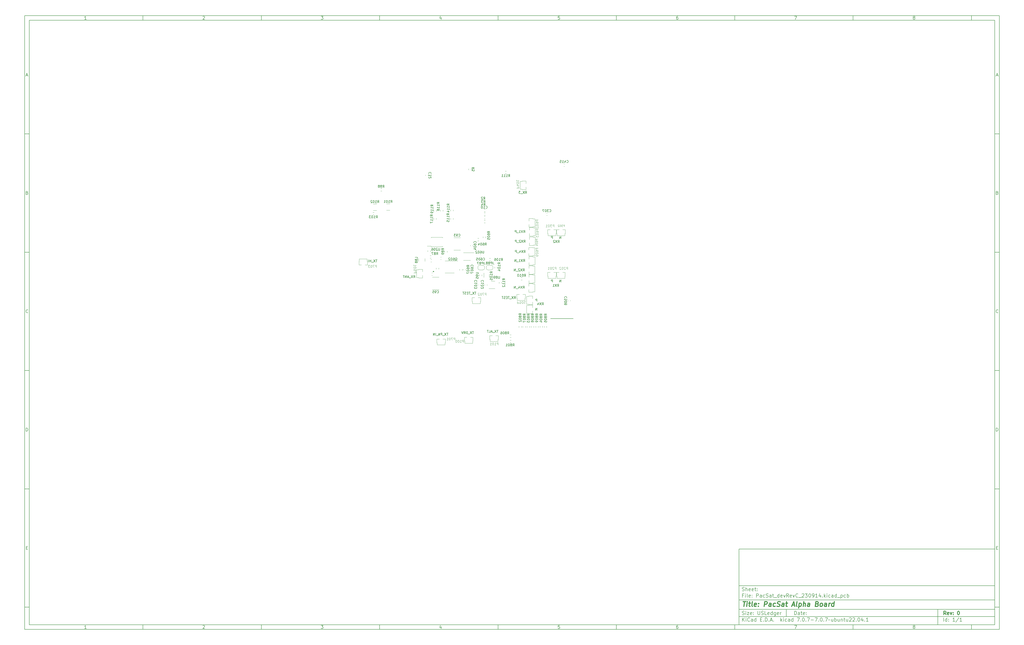
<source format=gbr>
%TF.GenerationSoftware,KiCad,Pcbnew,7.0.7-7.0.7~ubuntu22.04.1*%
%TF.CreationDate,2023-09-14T20:21:40-05:00*%
%TF.ProjectId,PacSat_devRevC_230914,50616353-6174-45f6-9465-76526576435f,0*%
%TF.SameCoordinates,Original*%
%TF.FileFunction,Legend,Bot*%
%TF.FilePolarity,Positive*%
%FSLAX46Y46*%
G04 Gerber Fmt 4.6, Leading zero omitted, Abs format (unit mm)*
G04 Created by KiCad (PCBNEW 7.0.7-7.0.7~ubuntu22.04.1) date 2023-09-14 20:21:40*
%MOMM*%
%LPD*%
G01*
G04 APERTURE LIST*
%ADD10C,0.100000*%
%ADD11C,0.150000*%
%ADD12C,0.300000*%
%ADD13C,0.400000*%
%ADD14C,0.200000*%
%ADD15C,0.101600*%
%ADD16C,0.120000*%
G04 APERTURE END LIST*
D10*
D11*
X311800000Y-235400000D02*
X419800000Y-235400000D01*
X419800000Y-267400000D01*
X311800000Y-267400000D01*
X311800000Y-235400000D01*
D10*
D11*
X10000000Y-10000000D02*
X421800000Y-10000000D01*
X421800000Y-269400000D01*
X10000000Y-269400000D01*
X10000000Y-10000000D01*
D10*
D11*
X12000000Y-12000000D02*
X419800000Y-12000000D01*
X419800000Y-267400000D01*
X12000000Y-267400000D01*
X12000000Y-12000000D01*
D10*
D11*
X60000000Y-12000000D02*
X60000000Y-10000000D01*
D10*
D11*
X110000000Y-12000000D02*
X110000000Y-10000000D01*
D10*
D11*
X160000000Y-12000000D02*
X160000000Y-10000000D01*
D10*
D11*
X210000000Y-12000000D02*
X210000000Y-10000000D01*
D10*
D11*
X260000000Y-12000000D02*
X260000000Y-10000000D01*
D10*
D11*
X310000000Y-12000000D02*
X310000000Y-10000000D01*
D10*
D11*
X360000000Y-12000000D02*
X360000000Y-10000000D01*
D10*
D11*
X410000000Y-12000000D02*
X410000000Y-10000000D01*
D10*
D11*
X36089160Y-11593604D02*
X35346303Y-11593604D01*
X35717731Y-11593604D02*
X35717731Y-10293604D01*
X35717731Y-10293604D02*
X35593922Y-10479319D01*
X35593922Y-10479319D02*
X35470112Y-10603128D01*
X35470112Y-10603128D02*
X35346303Y-10665033D01*
D10*
D11*
X85346303Y-10417414D02*
X85408207Y-10355509D01*
X85408207Y-10355509D02*
X85532017Y-10293604D01*
X85532017Y-10293604D02*
X85841541Y-10293604D01*
X85841541Y-10293604D02*
X85965350Y-10355509D01*
X85965350Y-10355509D02*
X86027255Y-10417414D01*
X86027255Y-10417414D02*
X86089160Y-10541223D01*
X86089160Y-10541223D02*
X86089160Y-10665033D01*
X86089160Y-10665033D02*
X86027255Y-10850747D01*
X86027255Y-10850747D02*
X85284398Y-11593604D01*
X85284398Y-11593604D02*
X86089160Y-11593604D01*
D10*
D11*
X135284398Y-10293604D02*
X136089160Y-10293604D01*
X136089160Y-10293604D02*
X135655826Y-10788842D01*
X135655826Y-10788842D02*
X135841541Y-10788842D01*
X135841541Y-10788842D02*
X135965350Y-10850747D01*
X135965350Y-10850747D02*
X136027255Y-10912652D01*
X136027255Y-10912652D02*
X136089160Y-11036461D01*
X136089160Y-11036461D02*
X136089160Y-11345985D01*
X136089160Y-11345985D02*
X136027255Y-11469795D01*
X136027255Y-11469795D02*
X135965350Y-11531700D01*
X135965350Y-11531700D02*
X135841541Y-11593604D01*
X135841541Y-11593604D02*
X135470112Y-11593604D01*
X135470112Y-11593604D02*
X135346303Y-11531700D01*
X135346303Y-11531700D02*
X135284398Y-11469795D01*
D10*
D11*
X185965350Y-10726938D02*
X185965350Y-11593604D01*
X185655826Y-10231700D02*
X185346303Y-11160271D01*
X185346303Y-11160271D02*
X186151064Y-11160271D01*
D10*
D11*
X236027255Y-10293604D02*
X235408207Y-10293604D01*
X235408207Y-10293604D02*
X235346303Y-10912652D01*
X235346303Y-10912652D02*
X235408207Y-10850747D01*
X235408207Y-10850747D02*
X235532017Y-10788842D01*
X235532017Y-10788842D02*
X235841541Y-10788842D01*
X235841541Y-10788842D02*
X235965350Y-10850747D01*
X235965350Y-10850747D02*
X236027255Y-10912652D01*
X236027255Y-10912652D02*
X236089160Y-11036461D01*
X236089160Y-11036461D02*
X236089160Y-11345985D01*
X236089160Y-11345985D02*
X236027255Y-11469795D01*
X236027255Y-11469795D02*
X235965350Y-11531700D01*
X235965350Y-11531700D02*
X235841541Y-11593604D01*
X235841541Y-11593604D02*
X235532017Y-11593604D01*
X235532017Y-11593604D02*
X235408207Y-11531700D01*
X235408207Y-11531700D02*
X235346303Y-11469795D01*
D10*
D11*
X285965350Y-10293604D02*
X285717731Y-10293604D01*
X285717731Y-10293604D02*
X285593922Y-10355509D01*
X285593922Y-10355509D02*
X285532017Y-10417414D01*
X285532017Y-10417414D02*
X285408207Y-10603128D01*
X285408207Y-10603128D02*
X285346303Y-10850747D01*
X285346303Y-10850747D02*
X285346303Y-11345985D01*
X285346303Y-11345985D02*
X285408207Y-11469795D01*
X285408207Y-11469795D02*
X285470112Y-11531700D01*
X285470112Y-11531700D02*
X285593922Y-11593604D01*
X285593922Y-11593604D02*
X285841541Y-11593604D01*
X285841541Y-11593604D02*
X285965350Y-11531700D01*
X285965350Y-11531700D02*
X286027255Y-11469795D01*
X286027255Y-11469795D02*
X286089160Y-11345985D01*
X286089160Y-11345985D02*
X286089160Y-11036461D01*
X286089160Y-11036461D02*
X286027255Y-10912652D01*
X286027255Y-10912652D02*
X285965350Y-10850747D01*
X285965350Y-10850747D02*
X285841541Y-10788842D01*
X285841541Y-10788842D02*
X285593922Y-10788842D01*
X285593922Y-10788842D02*
X285470112Y-10850747D01*
X285470112Y-10850747D02*
X285408207Y-10912652D01*
X285408207Y-10912652D02*
X285346303Y-11036461D01*
D10*
D11*
X335284398Y-10293604D02*
X336151064Y-10293604D01*
X336151064Y-10293604D02*
X335593922Y-11593604D01*
D10*
D11*
X385593922Y-10850747D02*
X385470112Y-10788842D01*
X385470112Y-10788842D02*
X385408207Y-10726938D01*
X385408207Y-10726938D02*
X385346303Y-10603128D01*
X385346303Y-10603128D02*
X385346303Y-10541223D01*
X385346303Y-10541223D02*
X385408207Y-10417414D01*
X385408207Y-10417414D02*
X385470112Y-10355509D01*
X385470112Y-10355509D02*
X385593922Y-10293604D01*
X385593922Y-10293604D02*
X385841541Y-10293604D01*
X385841541Y-10293604D02*
X385965350Y-10355509D01*
X385965350Y-10355509D02*
X386027255Y-10417414D01*
X386027255Y-10417414D02*
X386089160Y-10541223D01*
X386089160Y-10541223D02*
X386089160Y-10603128D01*
X386089160Y-10603128D02*
X386027255Y-10726938D01*
X386027255Y-10726938D02*
X385965350Y-10788842D01*
X385965350Y-10788842D02*
X385841541Y-10850747D01*
X385841541Y-10850747D02*
X385593922Y-10850747D01*
X385593922Y-10850747D02*
X385470112Y-10912652D01*
X385470112Y-10912652D02*
X385408207Y-10974557D01*
X385408207Y-10974557D02*
X385346303Y-11098366D01*
X385346303Y-11098366D02*
X385346303Y-11345985D01*
X385346303Y-11345985D02*
X385408207Y-11469795D01*
X385408207Y-11469795D02*
X385470112Y-11531700D01*
X385470112Y-11531700D02*
X385593922Y-11593604D01*
X385593922Y-11593604D02*
X385841541Y-11593604D01*
X385841541Y-11593604D02*
X385965350Y-11531700D01*
X385965350Y-11531700D02*
X386027255Y-11469795D01*
X386027255Y-11469795D02*
X386089160Y-11345985D01*
X386089160Y-11345985D02*
X386089160Y-11098366D01*
X386089160Y-11098366D02*
X386027255Y-10974557D01*
X386027255Y-10974557D02*
X385965350Y-10912652D01*
X385965350Y-10912652D02*
X385841541Y-10850747D01*
D10*
D11*
X60000000Y-267400000D02*
X60000000Y-269400000D01*
D10*
D11*
X110000000Y-267400000D02*
X110000000Y-269400000D01*
D10*
D11*
X160000000Y-267400000D02*
X160000000Y-269400000D01*
D10*
D11*
X210000000Y-267400000D02*
X210000000Y-269400000D01*
D10*
D11*
X260000000Y-267400000D02*
X260000000Y-269400000D01*
D10*
D11*
X310000000Y-267400000D02*
X310000000Y-269400000D01*
D10*
D11*
X360000000Y-267400000D02*
X360000000Y-269400000D01*
D10*
D11*
X410000000Y-267400000D02*
X410000000Y-269400000D01*
D10*
D11*
X36089160Y-268993604D02*
X35346303Y-268993604D01*
X35717731Y-268993604D02*
X35717731Y-267693604D01*
X35717731Y-267693604D02*
X35593922Y-267879319D01*
X35593922Y-267879319D02*
X35470112Y-268003128D01*
X35470112Y-268003128D02*
X35346303Y-268065033D01*
D10*
D11*
X85346303Y-267817414D02*
X85408207Y-267755509D01*
X85408207Y-267755509D02*
X85532017Y-267693604D01*
X85532017Y-267693604D02*
X85841541Y-267693604D01*
X85841541Y-267693604D02*
X85965350Y-267755509D01*
X85965350Y-267755509D02*
X86027255Y-267817414D01*
X86027255Y-267817414D02*
X86089160Y-267941223D01*
X86089160Y-267941223D02*
X86089160Y-268065033D01*
X86089160Y-268065033D02*
X86027255Y-268250747D01*
X86027255Y-268250747D02*
X85284398Y-268993604D01*
X85284398Y-268993604D02*
X86089160Y-268993604D01*
D10*
D11*
X135284398Y-267693604D02*
X136089160Y-267693604D01*
X136089160Y-267693604D02*
X135655826Y-268188842D01*
X135655826Y-268188842D02*
X135841541Y-268188842D01*
X135841541Y-268188842D02*
X135965350Y-268250747D01*
X135965350Y-268250747D02*
X136027255Y-268312652D01*
X136027255Y-268312652D02*
X136089160Y-268436461D01*
X136089160Y-268436461D02*
X136089160Y-268745985D01*
X136089160Y-268745985D02*
X136027255Y-268869795D01*
X136027255Y-268869795D02*
X135965350Y-268931700D01*
X135965350Y-268931700D02*
X135841541Y-268993604D01*
X135841541Y-268993604D02*
X135470112Y-268993604D01*
X135470112Y-268993604D02*
X135346303Y-268931700D01*
X135346303Y-268931700D02*
X135284398Y-268869795D01*
D10*
D11*
X185965350Y-268126938D02*
X185965350Y-268993604D01*
X185655826Y-267631700D02*
X185346303Y-268560271D01*
X185346303Y-268560271D02*
X186151064Y-268560271D01*
D10*
D11*
X236027255Y-267693604D02*
X235408207Y-267693604D01*
X235408207Y-267693604D02*
X235346303Y-268312652D01*
X235346303Y-268312652D02*
X235408207Y-268250747D01*
X235408207Y-268250747D02*
X235532017Y-268188842D01*
X235532017Y-268188842D02*
X235841541Y-268188842D01*
X235841541Y-268188842D02*
X235965350Y-268250747D01*
X235965350Y-268250747D02*
X236027255Y-268312652D01*
X236027255Y-268312652D02*
X236089160Y-268436461D01*
X236089160Y-268436461D02*
X236089160Y-268745985D01*
X236089160Y-268745985D02*
X236027255Y-268869795D01*
X236027255Y-268869795D02*
X235965350Y-268931700D01*
X235965350Y-268931700D02*
X235841541Y-268993604D01*
X235841541Y-268993604D02*
X235532017Y-268993604D01*
X235532017Y-268993604D02*
X235408207Y-268931700D01*
X235408207Y-268931700D02*
X235346303Y-268869795D01*
D10*
D11*
X285965350Y-267693604D02*
X285717731Y-267693604D01*
X285717731Y-267693604D02*
X285593922Y-267755509D01*
X285593922Y-267755509D02*
X285532017Y-267817414D01*
X285532017Y-267817414D02*
X285408207Y-268003128D01*
X285408207Y-268003128D02*
X285346303Y-268250747D01*
X285346303Y-268250747D02*
X285346303Y-268745985D01*
X285346303Y-268745985D02*
X285408207Y-268869795D01*
X285408207Y-268869795D02*
X285470112Y-268931700D01*
X285470112Y-268931700D02*
X285593922Y-268993604D01*
X285593922Y-268993604D02*
X285841541Y-268993604D01*
X285841541Y-268993604D02*
X285965350Y-268931700D01*
X285965350Y-268931700D02*
X286027255Y-268869795D01*
X286027255Y-268869795D02*
X286089160Y-268745985D01*
X286089160Y-268745985D02*
X286089160Y-268436461D01*
X286089160Y-268436461D02*
X286027255Y-268312652D01*
X286027255Y-268312652D02*
X285965350Y-268250747D01*
X285965350Y-268250747D02*
X285841541Y-268188842D01*
X285841541Y-268188842D02*
X285593922Y-268188842D01*
X285593922Y-268188842D02*
X285470112Y-268250747D01*
X285470112Y-268250747D02*
X285408207Y-268312652D01*
X285408207Y-268312652D02*
X285346303Y-268436461D01*
D10*
D11*
X335284398Y-267693604D02*
X336151064Y-267693604D01*
X336151064Y-267693604D02*
X335593922Y-268993604D01*
D10*
D11*
X385593922Y-268250747D02*
X385470112Y-268188842D01*
X385470112Y-268188842D02*
X385408207Y-268126938D01*
X385408207Y-268126938D02*
X385346303Y-268003128D01*
X385346303Y-268003128D02*
X385346303Y-267941223D01*
X385346303Y-267941223D02*
X385408207Y-267817414D01*
X385408207Y-267817414D02*
X385470112Y-267755509D01*
X385470112Y-267755509D02*
X385593922Y-267693604D01*
X385593922Y-267693604D02*
X385841541Y-267693604D01*
X385841541Y-267693604D02*
X385965350Y-267755509D01*
X385965350Y-267755509D02*
X386027255Y-267817414D01*
X386027255Y-267817414D02*
X386089160Y-267941223D01*
X386089160Y-267941223D02*
X386089160Y-268003128D01*
X386089160Y-268003128D02*
X386027255Y-268126938D01*
X386027255Y-268126938D02*
X385965350Y-268188842D01*
X385965350Y-268188842D02*
X385841541Y-268250747D01*
X385841541Y-268250747D02*
X385593922Y-268250747D01*
X385593922Y-268250747D02*
X385470112Y-268312652D01*
X385470112Y-268312652D02*
X385408207Y-268374557D01*
X385408207Y-268374557D02*
X385346303Y-268498366D01*
X385346303Y-268498366D02*
X385346303Y-268745985D01*
X385346303Y-268745985D02*
X385408207Y-268869795D01*
X385408207Y-268869795D02*
X385470112Y-268931700D01*
X385470112Y-268931700D02*
X385593922Y-268993604D01*
X385593922Y-268993604D02*
X385841541Y-268993604D01*
X385841541Y-268993604D02*
X385965350Y-268931700D01*
X385965350Y-268931700D02*
X386027255Y-268869795D01*
X386027255Y-268869795D02*
X386089160Y-268745985D01*
X386089160Y-268745985D02*
X386089160Y-268498366D01*
X386089160Y-268498366D02*
X386027255Y-268374557D01*
X386027255Y-268374557D02*
X385965350Y-268312652D01*
X385965350Y-268312652D02*
X385841541Y-268250747D01*
D10*
D11*
X10000000Y-60000000D02*
X12000000Y-60000000D01*
D10*
D11*
X10000000Y-110000000D02*
X12000000Y-110000000D01*
D10*
D11*
X10000000Y-160000000D02*
X12000000Y-160000000D01*
D10*
D11*
X10000000Y-210000000D02*
X12000000Y-210000000D01*
D10*
D11*
X10000000Y-260000000D02*
X12000000Y-260000000D01*
D10*
D11*
X10690476Y-35222176D02*
X11309523Y-35222176D01*
X10566666Y-35593604D02*
X10999999Y-34293604D01*
X10999999Y-34293604D02*
X11433333Y-35593604D01*
D10*
D11*
X11092857Y-84912652D02*
X11278571Y-84974557D01*
X11278571Y-84974557D02*
X11340476Y-85036461D01*
X11340476Y-85036461D02*
X11402380Y-85160271D01*
X11402380Y-85160271D02*
X11402380Y-85345985D01*
X11402380Y-85345985D02*
X11340476Y-85469795D01*
X11340476Y-85469795D02*
X11278571Y-85531700D01*
X11278571Y-85531700D02*
X11154761Y-85593604D01*
X11154761Y-85593604D02*
X10659523Y-85593604D01*
X10659523Y-85593604D02*
X10659523Y-84293604D01*
X10659523Y-84293604D02*
X11092857Y-84293604D01*
X11092857Y-84293604D02*
X11216666Y-84355509D01*
X11216666Y-84355509D02*
X11278571Y-84417414D01*
X11278571Y-84417414D02*
X11340476Y-84541223D01*
X11340476Y-84541223D02*
X11340476Y-84665033D01*
X11340476Y-84665033D02*
X11278571Y-84788842D01*
X11278571Y-84788842D02*
X11216666Y-84850747D01*
X11216666Y-84850747D02*
X11092857Y-84912652D01*
X11092857Y-84912652D02*
X10659523Y-84912652D01*
D10*
D11*
X11402380Y-135469795D02*
X11340476Y-135531700D01*
X11340476Y-135531700D02*
X11154761Y-135593604D01*
X11154761Y-135593604D02*
X11030952Y-135593604D01*
X11030952Y-135593604D02*
X10845238Y-135531700D01*
X10845238Y-135531700D02*
X10721428Y-135407890D01*
X10721428Y-135407890D02*
X10659523Y-135284080D01*
X10659523Y-135284080D02*
X10597619Y-135036461D01*
X10597619Y-135036461D02*
X10597619Y-134850747D01*
X10597619Y-134850747D02*
X10659523Y-134603128D01*
X10659523Y-134603128D02*
X10721428Y-134479319D01*
X10721428Y-134479319D02*
X10845238Y-134355509D01*
X10845238Y-134355509D02*
X11030952Y-134293604D01*
X11030952Y-134293604D02*
X11154761Y-134293604D01*
X11154761Y-134293604D02*
X11340476Y-134355509D01*
X11340476Y-134355509D02*
X11402380Y-134417414D01*
D10*
D11*
X10659523Y-185593604D02*
X10659523Y-184293604D01*
X10659523Y-184293604D02*
X10969047Y-184293604D01*
X10969047Y-184293604D02*
X11154761Y-184355509D01*
X11154761Y-184355509D02*
X11278571Y-184479319D01*
X11278571Y-184479319D02*
X11340476Y-184603128D01*
X11340476Y-184603128D02*
X11402380Y-184850747D01*
X11402380Y-184850747D02*
X11402380Y-185036461D01*
X11402380Y-185036461D02*
X11340476Y-185284080D01*
X11340476Y-185284080D02*
X11278571Y-185407890D01*
X11278571Y-185407890D02*
X11154761Y-185531700D01*
X11154761Y-185531700D02*
X10969047Y-185593604D01*
X10969047Y-185593604D02*
X10659523Y-185593604D01*
D10*
D11*
X10721428Y-234912652D02*
X11154762Y-234912652D01*
X11340476Y-235593604D02*
X10721428Y-235593604D01*
X10721428Y-235593604D02*
X10721428Y-234293604D01*
X10721428Y-234293604D02*
X11340476Y-234293604D01*
D10*
D11*
X421800000Y-60000000D02*
X419800000Y-60000000D01*
D10*
D11*
X421800000Y-110000000D02*
X419800000Y-110000000D01*
D10*
D11*
X421800000Y-160000000D02*
X419800000Y-160000000D01*
D10*
D11*
X421800000Y-210000000D02*
X419800000Y-210000000D01*
D10*
D11*
X421800000Y-260000000D02*
X419800000Y-260000000D01*
D10*
D11*
X420490476Y-35222176D02*
X421109523Y-35222176D01*
X420366666Y-35593604D02*
X420799999Y-34293604D01*
X420799999Y-34293604D02*
X421233333Y-35593604D01*
D10*
D11*
X420892857Y-84912652D02*
X421078571Y-84974557D01*
X421078571Y-84974557D02*
X421140476Y-85036461D01*
X421140476Y-85036461D02*
X421202380Y-85160271D01*
X421202380Y-85160271D02*
X421202380Y-85345985D01*
X421202380Y-85345985D02*
X421140476Y-85469795D01*
X421140476Y-85469795D02*
X421078571Y-85531700D01*
X421078571Y-85531700D02*
X420954761Y-85593604D01*
X420954761Y-85593604D02*
X420459523Y-85593604D01*
X420459523Y-85593604D02*
X420459523Y-84293604D01*
X420459523Y-84293604D02*
X420892857Y-84293604D01*
X420892857Y-84293604D02*
X421016666Y-84355509D01*
X421016666Y-84355509D02*
X421078571Y-84417414D01*
X421078571Y-84417414D02*
X421140476Y-84541223D01*
X421140476Y-84541223D02*
X421140476Y-84665033D01*
X421140476Y-84665033D02*
X421078571Y-84788842D01*
X421078571Y-84788842D02*
X421016666Y-84850747D01*
X421016666Y-84850747D02*
X420892857Y-84912652D01*
X420892857Y-84912652D02*
X420459523Y-84912652D01*
D10*
D11*
X421202380Y-135469795D02*
X421140476Y-135531700D01*
X421140476Y-135531700D02*
X420954761Y-135593604D01*
X420954761Y-135593604D02*
X420830952Y-135593604D01*
X420830952Y-135593604D02*
X420645238Y-135531700D01*
X420645238Y-135531700D02*
X420521428Y-135407890D01*
X420521428Y-135407890D02*
X420459523Y-135284080D01*
X420459523Y-135284080D02*
X420397619Y-135036461D01*
X420397619Y-135036461D02*
X420397619Y-134850747D01*
X420397619Y-134850747D02*
X420459523Y-134603128D01*
X420459523Y-134603128D02*
X420521428Y-134479319D01*
X420521428Y-134479319D02*
X420645238Y-134355509D01*
X420645238Y-134355509D02*
X420830952Y-134293604D01*
X420830952Y-134293604D02*
X420954761Y-134293604D01*
X420954761Y-134293604D02*
X421140476Y-134355509D01*
X421140476Y-134355509D02*
X421202380Y-134417414D01*
D10*
D11*
X420459523Y-185593604D02*
X420459523Y-184293604D01*
X420459523Y-184293604D02*
X420769047Y-184293604D01*
X420769047Y-184293604D02*
X420954761Y-184355509D01*
X420954761Y-184355509D02*
X421078571Y-184479319D01*
X421078571Y-184479319D02*
X421140476Y-184603128D01*
X421140476Y-184603128D02*
X421202380Y-184850747D01*
X421202380Y-184850747D02*
X421202380Y-185036461D01*
X421202380Y-185036461D02*
X421140476Y-185284080D01*
X421140476Y-185284080D02*
X421078571Y-185407890D01*
X421078571Y-185407890D02*
X420954761Y-185531700D01*
X420954761Y-185531700D02*
X420769047Y-185593604D01*
X420769047Y-185593604D02*
X420459523Y-185593604D01*
D10*
D11*
X420521428Y-234912652D02*
X420954762Y-234912652D01*
X421140476Y-235593604D02*
X420521428Y-235593604D01*
X420521428Y-235593604D02*
X420521428Y-234293604D01*
X420521428Y-234293604D02*
X421140476Y-234293604D01*
D10*
D11*
X335255826Y-263186128D02*
X335255826Y-261686128D01*
X335255826Y-261686128D02*
X335612969Y-261686128D01*
X335612969Y-261686128D02*
X335827255Y-261757557D01*
X335827255Y-261757557D02*
X335970112Y-261900414D01*
X335970112Y-261900414D02*
X336041541Y-262043271D01*
X336041541Y-262043271D02*
X336112969Y-262328985D01*
X336112969Y-262328985D02*
X336112969Y-262543271D01*
X336112969Y-262543271D02*
X336041541Y-262828985D01*
X336041541Y-262828985D02*
X335970112Y-262971842D01*
X335970112Y-262971842D02*
X335827255Y-263114700D01*
X335827255Y-263114700D02*
X335612969Y-263186128D01*
X335612969Y-263186128D02*
X335255826Y-263186128D01*
X337398684Y-263186128D02*
X337398684Y-262400414D01*
X337398684Y-262400414D02*
X337327255Y-262257557D01*
X337327255Y-262257557D02*
X337184398Y-262186128D01*
X337184398Y-262186128D02*
X336898684Y-262186128D01*
X336898684Y-262186128D02*
X336755826Y-262257557D01*
X337398684Y-263114700D02*
X337255826Y-263186128D01*
X337255826Y-263186128D02*
X336898684Y-263186128D01*
X336898684Y-263186128D02*
X336755826Y-263114700D01*
X336755826Y-263114700D02*
X336684398Y-262971842D01*
X336684398Y-262971842D02*
X336684398Y-262828985D01*
X336684398Y-262828985D02*
X336755826Y-262686128D01*
X336755826Y-262686128D02*
X336898684Y-262614700D01*
X336898684Y-262614700D02*
X337255826Y-262614700D01*
X337255826Y-262614700D02*
X337398684Y-262543271D01*
X337898684Y-262186128D02*
X338470112Y-262186128D01*
X338112969Y-261686128D02*
X338112969Y-262971842D01*
X338112969Y-262971842D02*
X338184398Y-263114700D01*
X338184398Y-263114700D02*
X338327255Y-263186128D01*
X338327255Y-263186128D02*
X338470112Y-263186128D01*
X339541541Y-263114700D02*
X339398684Y-263186128D01*
X339398684Y-263186128D02*
X339112970Y-263186128D01*
X339112970Y-263186128D02*
X338970112Y-263114700D01*
X338970112Y-263114700D02*
X338898684Y-262971842D01*
X338898684Y-262971842D02*
X338898684Y-262400414D01*
X338898684Y-262400414D02*
X338970112Y-262257557D01*
X338970112Y-262257557D02*
X339112970Y-262186128D01*
X339112970Y-262186128D02*
X339398684Y-262186128D01*
X339398684Y-262186128D02*
X339541541Y-262257557D01*
X339541541Y-262257557D02*
X339612970Y-262400414D01*
X339612970Y-262400414D02*
X339612970Y-262543271D01*
X339612970Y-262543271D02*
X338898684Y-262686128D01*
X340255826Y-263043271D02*
X340327255Y-263114700D01*
X340327255Y-263114700D02*
X340255826Y-263186128D01*
X340255826Y-263186128D02*
X340184398Y-263114700D01*
X340184398Y-263114700D02*
X340255826Y-263043271D01*
X340255826Y-263043271D02*
X340255826Y-263186128D01*
X340255826Y-262257557D02*
X340327255Y-262328985D01*
X340327255Y-262328985D02*
X340255826Y-262400414D01*
X340255826Y-262400414D02*
X340184398Y-262328985D01*
X340184398Y-262328985D02*
X340255826Y-262257557D01*
X340255826Y-262257557D02*
X340255826Y-262400414D01*
D10*
D11*
X311800000Y-263900000D02*
X419800000Y-263900000D01*
D10*
D11*
X313255826Y-265986128D02*
X313255826Y-264486128D01*
X314112969Y-265986128D02*
X313470112Y-265128985D01*
X314112969Y-264486128D02*
X313255826Y-265343271D01*
X314755826Y-265986128D02*
X314755826Y-264986128D01*
X314755826Y-264486128D02*
X314684398Y-264557557D01*
X314684398Y-264557557D02*
X314755826Y-264628985D01*
X314755826Y-264628985D02*
X314827255Y-264557557D01*
X314827255Y-264557557D02*
X314755826Y-264486128D01*
X314755826Y-264486128D02*
X314755826Y-264628985D01*
X316327255Y-265843271D02*
X316255827Y-265914700D01*
X316255827Y-265914700D02*
X316041541Y-265986128D01*
X316041541Y-265986128D02*
X315898684Y-265986128D01*
X315898684Y-265986128D02*
X315684398Y-265914700D01*
X315684398Y-265914700D02*
X315541541Y-265771842D01*
X315541541Y-265771842D02*
X315470112Y-265628985D01*
X315470112Y-265628985D02*
X315398684Y-265343271D01*
X315398684Y-265343271D02*
X315398684Y-265128985D01*
X315398684Y-265128985D02*
X315470112Y-264843271D01*
X315470112Y-264843271D02*
X315541541Y-264700414D01*
X315541541Y-264700414D02*
X315684398Y-264557557D01*
X315684398Y-264557557D02*
X315898684Y-264486128D01*
X315898684Y-264486128D02*
X316041541Y-264486128D01*
X316041541Y-264486128D02*
X316255827Y-264557557D01*
X316255827Y-264557557D02*
X316327255Y-264628985D01*
X317612970Y-265986128D02*
X317612970Y-265200414D01*
X317612970Y-265200414D02*
X317541541Y-265057557D01*
X317541541Y-265057557D02*
X317398684Y-264986128D01*
X317398684Y-264986128D02*
X317112970Y-264986128D01*
X317112970Y-264986128D02*
X316970112Y-265057557D01*
X317612970Y-265914700D02*
X317470112Y-265986128D01*
X317470112Y-265986128D02*
X317112970Y-265986128D01*
X317112970Y-265986128D02*
X316970112Y-265914700D01*
X316970112Y-265914700D02*
X316898684Y-265771842D01*
X316898684Y-265771842D02*
X316898684Y-265628985D01*
X316898684Y-265628985D02*
X316970112Y-265486128D01*
X316970112Y-265486128D02*
X317112970Y-265414700D01*
X317112970Y-265414700D02*
X317470112Y-265414700D01*
X317470112Y-265414700D02*
X317612970Y-265343271D01*
X318970113Y-265986128D02*
X318970113Y-264486128D01*
X318970113Y-265914700D02*
X318827255Y-265986128D01*
X318827255Y-265986128D02*
X318541541Y-265986128D01*
X318541541Y-265986128D02*
X318398684Y-265914700D01*
X318398684Y-265914700D02*
X318327255Y-265843271D01*
X318327255Y-265843271D02*
X318255827Y-265700414D01*
X318255827Y-265700414D02*
X318255827Y-265271842D01*
X318255827Y-265271842D02*
X318327255Y-265128985D01*
X318327255Y-265128985D02*
X318398684Y-265057557D01*
X318398684Y-265057557D02*
X318541541Y-264986128D01*
X318541541Y-264986128D02*
X318827255Y-264986128D01*
X318827255Y-264986128D02*
X318970113Y-265057557D01*
X320827255Y-265200414D02*
X321327255Y-265200414D01*
X321541541Y-265986128D02*
X320827255Y-265986128D01*
X320827255Y-265986128D02*
X320827255Y-264486128D01*
X320827255Y-264486128D02*
X321541541Y-264486128D01*
X322184398Y-265843271D02*
X322255827Y-265914700D01*
X322255827Y-265914700D02*
X322184398Y-265986128D01*
X322184398Y-265986128D02*
X322112970Y-265914700D01*
X322112970Y-265914700D02*
X322184398Y-265843271D01*
X322184398Y-265843271D02*
X322184398Y-265986128D01*
X322898684Y-265986128D02*
X322898684Y-264486128D01*
X322898684Y-264486128D02*
X323255827Y-264486128D01*
X323255827Y-264486128D02*
X323470113Y-264557557D01*
X323470113Y-264557557D02*
X323612970Y-264700414D01*
X323612970Y-264700414D02*
X323684399Y-264843271D01*
X323684399Y-264843271D02*
X323755827Y-265128985D01*
X323755827Y-265128985D02*
X323755827Y-265343271D01*
X323755827Y-265343271D02*
X323684399Y-265628985D01*
X323684399Y-265628985D02*
X323612970Y-265771842D01*
X323612970Y-265771842D02*
X323470113Y-265914700D01*
X323470113Y-265914700D02*
X323255827Y-265986128D01*
X323255827Y-265986128D02*
X322898684Y-265986128D01*
X324398684Y-265843271D02*
X324470113Y-265914700D01*
X324470113Y-265914700D02*
X324398684Y-265986128D01*
X324398684Y-265986128D02*
X324327256Y-265914700D01*
X324327256Y-265914700D02*
X324398684Y-265843271D01*
X324398684Y-265843271D02*
X324398684Y-265986128D01*
X325041542Y-265557557D02*
X325755828Y-265557557D01*
X324898685Y-265986128D02*
X325398685Y-264486128D01*
X325398685Y-264486128D02*
X325898685Y-265986128D01*
X326398684Y-265843271D02*
X326470113Y-265914700D01*
X326470113Y-265914700D02*
X326398684Y-265986128D01*
X326398684Y-265986128D02*
X326327256Y-265914700D01*
X326327256Y-265914700D02*
X326398684Y-265843271D01*
X326398684Y-265843271D02*
X326398684Y-265986128D01*
X329398684Y-265986128D02*
X329398684Y-264486128D01*
X329541542Y-265414700D02*
X329970113Y-265986128D01*
X329970113Y-264986128D02*
X329398684Y-265557557D01*
X330612970Y-265986128D02*
X330612970Y-264986128D01*
X330612970Y-264486128D02*
X330541542Y-264557557D01*
X330541542Y-264557557D02*
X330612970Y-264628985D01*
X330612970Y-264628985D02*
X330684399Y-264557557D01*
X330684399Y-264557557D02*
X330612970Y-264486128D01*
X330612970Y-264486128D02*
X330612970Y-264628985D01*
X331970114Y-265914700D02*
X331827256Y-265986128D01*
X331827256Y-265986128D02*
X331541542Y-265986128D01*
X331541542Y-265986128D02*
X331398685Y-265914700D01*
X331398685Y-265914700D02*
X331327256Y-265843271D01*
X331327256Y-265843271D02*
X331255828Y-265700414D01*
X331255828Y-265700414D02*
X331255828Y-265271842D01*
X331255828Y-265271842D02*
X331327256Y-265128985D01*
X331327256Y-265128985D02*
X331398685Y-265057557D01*
X331398685Y-265057557D02*
X331541542Y-264986128D01*
X331541542Y-264986128D02*
X331827256Y-264986128D01*
X331827256Y-264986128D02*
X331970114Y-265057557D01*
X333255828Y-265986128D02*
X333255828Y-265200414D01*
X333255828Y-265200414D02*
X333184399Y-265057557D01*
X333184399Y-265057557D02*
X333041542Y-264986128D01*
X333041542Y-264986128D02*
X332755828Y-264986128D01*
X332755828Y-264986128D02*
X332612970Y-265057557D01*
X333255828Y-265914700D02*
X333112970Y-265986128D01*
X333112970Y-265986128D02*
X332755828Y-265986128D01*
X332755828Y-265986128D02*
X332612970Y-265914700D01*
X332612970Y-265914700D02*
X332541542Y-265771842D01*
X332541542Y-265771842D02*
X332541542Y-265628985D01*
X332541542Y-265628985D02*
X332612970Y-265486128D01*
X332612970Y-265486128D02*
X332755828Y-265414700D01*
X332755828Y-265414700D02*
X333112970Y-265414700D01*
X333112970Y-265414700D02*
X333255828Y-265343271D01*
X334612971Y-265986128D02*
X334612971Y-264486128D01*
X334612971Y-265914700D02*
X334470113Y-265986128D01*
X334470113Y-265986128D02*
X334184399Y-265986128D01*
X334184399Y-265986128D02*
X334041542Y-265914700D01*
X334041542Y-265914700D02*
X333970113Y-265843271D01*
X333970113Y-265843271D02*
X333898685Y-265700414D01*
X333898685Y-265700414D02*
X333898685Y-265271842D01*
X333898685Y-265271842D02*
X333970113Y-265128985D01*
X333970113Y-265128985D02*
X334041542Y-265057557D01*
X334041542Y-265057557D02*
X334184399Y-264986128D01*
X334184399Y-264986128D02*
X334470113Y-264986128D01*
X334470113Y-264986128D02*
X334612971Y-265057557D01*
X336327256Y-264486128D02*
X337327256Y-264486128D01*
X337327256Y-264486128D02*
X336684399Y-265986128D01*
X337898684Y-265843271D02*
X337970113Y-265914700D01*
X337970113Y-265914700D02*
X337898684Y-265986128D01*
X337898684Y-265986128D02*
X337827256Y-265914700D01*
X337827256Y-265914700D02*
X337898684Y-265843271D01*
X337898684Y-265843271D02*
X337898684Y-265986128D01*
X338898685Y-264486128D02*
X339041542Y-264486128D01*
X339041542Y-264486128D02*
X339184399Y-264557557D01*
X339184399Y-264557557D02*
X339255828Y-264628985D01*
X339255828Y-264628985D02*
X339327256Y-264771842D01*
X339327256Y-264771842D02*
X339398685Y-265057557D01*
X339398685Y-265057557D02*
X339398685Y-265414700D01*
X339398685Y-265414700D02*
X339327256Y-265700414D01*
X339327256Y-265700414D02*
X339255828Y-265843271D01*
X339255828Y-265843271D02*
X339184399Y-265914700D01*
X339184399Y-265914700D02*
X339041542Y-265986128D01*
X339041542Y-265986128D02*
X338898685Y-265986128D01*
X338898685Y-265986128D02*
X338755828Y-265914700D01*
X338755828Y-265914700D02*
X338684399Y-265843271D01*
X338684399Y-265843271D02*
X338612970Y-265700414D01*
X338612970Y-265700414D02*
X338541542Y-265414700D01*
X338541542Y-265414700D02*
X338541542Y-265057557D01*
X338541542Y-265057557D02*
X338612970Y-264771842D01*
X338612970Y-264771842D02*
X338684399Y-264628985D01*
X338684399Y-264628985D02*
X338755828Y-264557557D01*
X338755828Y-264557557D02*
X338898685Y-264486128D01*
X340041541Y-265843271D02*
X340112970Y-265914700D01*
X340112970Y-265914700D02*
X340041541Y-265986128D01*
X340041541Y-265986128D02*
X339970113Y-265914700D01*
X339970113Y-265914700D02*
X340041541Y-265843271D01*
X340041541Y-265843271D02*
X340041541Y-265986128D01*
X340612970Y-264486128D02*
X341612970Y-264486128D01*
X341612970Y-264486128D02*
X340970113Y-265986128D01*
X342184398Y-265414700D02*
X343327256Y-265414700D01*
X343898684Y-264486128D02*
X344898684Y-264486128D01*
X344898684Y-264486128D02*
X344255827Y-265986128D01*
X345470112Y-265843271D02*
X345541541Y-265914700D01*
X345541541Y-265914700D02*
X345470112Y-265986128D01*
X345470112Y-265986128D02*
X345398684Y-265914700D01*
X345398684Y-265914700D02*
X345470112Y-265843271D01*
X345470112Y-265843271D02*
X345470112Y-265986128D01*
X346470113Y-264486128D02*
X346612970Y-264486128D01*
X346612970Y-264486128D02*
X346755827Y-264557557D01*
X346755827Y-264557557D02*
X346827256Y-264628985D01*
X346827256Y-264628985D02*
X346898684Y-264771842D01*
X346898684Y-264771842D02*
X346970113Y-265057557D01*
X346970113Y-265057557D02*
X346970113Y-265414700D01*
X346970113Y-265414700D02*
X346898684Y-265700414D01*
X346898684Y-265700414D02*
X346827256Y-265843271D01*
X346827256Y-265843271D02*
X346755827Y-265914700D01*
X346755827Y-265914700D02*
X346612970Y-265986128D01*
X346612970Y-265986128D02*
X346470113Y-265986128D01*
X346470113Y-265986128D02*
X346327256Y-265914700D01*
X346327256Y-265914700D02*
X346255827Y-265843271D01*
X346255827Y-265843271D02*
X346184398Y-265700414D01*
X346184398Y-265700414D02*
X346112970Y-265414700D01*
X346112970Y-265414700D02*
X346112970Y-265057557D01*
X346112970Y-265057557D02*
X346184398Y-264771842D01*
X346184398Y-264771842D02*
X346255827Y-264628985D01*
X346255827Y-264628985D02*
X346327256Y-264557557D01*
X346327256Y-264557557D02*
X346470113Y-264486128D01*
X347612969Y-265843271D02*
X347684398Y-265914700D01*
X347684398Y-265914700D02*
X347612969Y-265986128D01*
X347612969Y-265986128D02*
X347541541Y-265914700D01*
X347541541Y-265914700D02*
X347612969Y-265843271D01*
X347612969Y-265843271D02*
X347612969Y-265986128D01*
X348184398Y-264486128D02*
X349184398Y-264486128D01*
X349184398Y-264486128D02*
X348541541Y-265986128D01*
X349541541Y-265414700D02*
X349612969Y-265343271D01*
X349612969Y-265343271D02*
X349755826Y-265271842D01*
X349755826Y-265271842D02*
X350041541Y-265414700D01*
X350041541Y-265414700D02*
X350184398Y-265343271D01*
X350184398Y-265343271D02*
X350255826Y-265271842D01*
X351470113Y-264986128D02*
X351470113Y-265986128D01*
X350827255Y-264986128D02*
X350827255Y-265771842D01*
X350827255Y-265771842D02*
X350898684Y-265914700D01*
X350898684Y-265914700D02*
X351041541Y-265986128D01*
X351041541Y-265986128D02*
X351255827Y-265986128D01*
X351255827Y-265986128D02*
X351398684Y-265914700D01*
X351398684Y-265914700D02*
X351470113Y-265843271D01*
X352184398Y-265986128D02*
X352184398Y-264486128D01*
X352184398Y-265057557D02*
X352327256Y-264986128D01*
X352327256Y-264986128D02*
X352612970Y-264986128D01*
X352612970Y-264986128D02*
X352755827Y-265057557D01*
X352755827Y-265057557D02*
X352827256Y-265128985D01*
X352827256Y-265128985D02*
X352898684Y-265271842D01*
X352898684Y-265271842D02*
X352898684Y-265700414D01*
X352898684Y-265700414D02*
X352827256Y-265843271D01*
X352827256Y-265843271D02*
X352755827Y-265914700D01*
X352755827Y-265914700D02*
X352612970Y-265986128D01*
X352612970Y-265986128D02*
X352327256Y-265986128D01*
X352327256Y-265986128D02*
X352184398Y-265914700D01*
X354184399Y-264986128D02*
X354184399Y-265986128D01*
X353541541Y-264986128D02*
X353541541Y-265771842D01*
X353541541Y-265771842D02*
X353612970Y-265914700D01*
X353612970Y-265914700D02*
X353755827Y-265986128D01*
X353755827Y-265986128D02*
X353970113Y-265986128D01*
X353970113Y-265986128D02*
X354112970Y-265914700D01*
X354112970Y-265914700D02*
X354184399Y-265843271D01*
X354898684Y-264986128D02*
X354898684Y-265986128D01*
X354898684Y-265128985D02*
X354970113Y-265057557D01*
X354970113Y-265057557D02*
X355112970Y-264986128D01*
X355112970Y-264986128D02*
X355327256Y-264986128D01*
X355327256Y-264986128D02*
X355470113Y-265057557D01*
X355470113Y-265057557D02*
X355541542Y-265200414D01*
X355541542Y-265200414D02*
X355541542Y-265986128D01*
X356041542Y-264986128D02*
X356612970Y-264986128D01*
X356255827Y-264486128D02*
X356255827Y-265771842D01*
X356255827Y-265771842D02*
X356327256Y-265914700D01*
X356327256Y-265914700D02*
X356470113Y-265986128D01*
X356470113Y-265986128D02*
X356612970Y-265986128D01*
X357755828Y-264986128D02*
X357755828Y-265986128D01*
X357112970Y-264986128D02*
X357112970Y-265771842D01*
X357112970Y-265771842D02*
X357184399Y-265914700D01*
X357184399Y-265914700D02*
X357327256Y-265986128D01*
X357327256Y-265986128D02*
X357541542Y-265986128D01*
X357541542Y-265986128D02*
X357684399Y-265914700D01*
X357684399Y-265914700D02*
X357755828Y-265843271D01*
X358398685Y-264628985D02*
X358470113Y-264557557D01*
X358470113Y-264557557D02*
X358612971Y-264486128D01*
X358612971Y-264486128D02*
X358970113Y-264486128D01*
X358970113Y-264486128D02*
X359112971Y-264557557D01*
X359112971Y-264557557D02*
X359184399Y-264628985D01*
X359184399Y-264628985D02*
X359255828Y-264771842D01*
X359255828Y-264771842D02*
X359255828Y-264914700D01*
X359255828Y-264914700D02*
X359184399Y-265128985D01*
X359184399Y-265128985D02*
X358327256Y-265986128D01*
X358327256Y-265986128D02*
X359255828Y-265986128D01*
X359827256Y-264628985D02*
X359898684Y-264557557D01*
X359898684Y-264557557D02*
X360041542Y-264486128D01*
X360041542Y-264486128D02*
X360398684Y-264486128D01*
X360398684Y-264486128D02*
X360541542Y-264557557D01*
X360541542Y-264557557D02*
X360612970Y-264628985D01*
X360612970Y-264628985D02*
X360684399Y-264771842D01*
X360684399Y-264771842D02*
X360684399Y-264914700D01*
X360684399Y-264914700D02*
X360612970Y-265128985D01*
X360612970Y-265128985D02*
X359755827Y-265986128D01*
X359755827Y-265986128D02*
X360684399Y-265986128D01*
X361327255Y-265843271D02*
X361398684Y-265914700D01*
X361398684Y-265914700D02*
X361327255Y-265986128D01*
X361327255Y-265986128D02*
X361255827Y-265914700D01*
X361255827Y-265914700D02*
X361327255Y-265843271D01*
X361327255Y-265843271D02*
X361327255Y-265986128D01*
X362327256Y-264486128D02*
X362470113Y-264486128D01*
X362470113Y-264486128D02*
X362612970Y-264557557D01*
X362612970Y-264557557D02*
X362684399Y-264628985D01*
X362684399Y-264628985D02*
X362755827Y-264771842D01*
X362755827Y-264771842D02*
X362827256Y-265057557D01*
X362827256Y-265057557D02*
X362827256Y-265414700D01*
X362827256Y-265414700D02*
X362755827Y-265700414D01*
X362755827Y-265700414D02*
X362684399Y-265843271D01*
X362684399Y-265843271D02*
X362612970Y-265914700D01*
X362612970Y-265914700D02*
X362470113Y-265986128D01*
X362470113Y-265986128D02*
X362327256Y-265986128D01*
X362327256Y-265986128D02*
X362184399Y-265914700D01*
X362184399Y-265914700D02*
X362112970Y-265843271D01*
X362112970Y-265843271D02*
X362041541Y-265700414D01*
X362041541Y-265700414D02*
X361970113Y-265414700D01*
X361970113Y-265414700D02*
X361970113Y-265057557D01*
X361970113Y-265057557D02*
X362041541Y-264771842D01*
X362041541Y-264771842D02*
X362112970Y-264628985D01*
X362112970Y-264628985D02*
X362184399Y-264557557D01*
X362184399Y-264557557D02*
X362327256Y-264486128D01*
X364112970Y-264986128D02*
X364112970Y-265986128D01*
X363755827Y-264414700D02*
X363398684Y-265486128D01*
X363398684Y-265486128D02*
X364327255Y-265486128D01*
X364898683Y-265843271D02*
X364970112Y-265914700D01*
X364970112Y-265914700D02*
X364898683Y-265986128D01*
X364898683Y-265986128D02*
X364827255Y-265914700D01*
X364827255Y-265914700D02*
X364898683Y-265843271D01*
X364898683Y-265843271D02*
X364898683Y-265986128D01*
X366398684Y-265986128D02*
X365541541Y-265986128D01*
X365970112Y-265986128D02*
X365970112Y-264486128D01*
X365970112Y-264486128D02*
X365827255Y-264700414D01*
X365827255Y-264700414D02*
X365684398Y-264843271D01*
X365684398Y-264843271D02*
X365541541Y-264914700D01*
D10*
D11*
X311800000Y-260900000D02*
X419800000Y-260900000D01*
D10*
D12*
X399211653Y-263178328D02*
X398711653Y-262464042D01*
X398354510Y-263178328D02*
X398354510Y-261678328D01*
X398354510Y-261678328D02*
X398925939Y-261678328D01*
X398925939Y-261678328D02*
X399068796Y-261749757D01*
X399068796Y-261749757D02*
X399140225Y-261821185D01*
X399140225Y-261821185D02*
X399211653Y-261964042D01*
X399211653Y-261964042D02*
X399211653Y-262178328D01*
X399211653Y-262178328D02*
X399140225Y-262321185D01*
X399140225Y-262321185D02*
X399068796Y-262392614D01*
X399068796Y-262392614D02*
X398925939Y-262464042D01*
X398925939Y-262464042D02*
X398354510Y-262464042D01*
X400425939Y-263106900D02*
X400283082Y-263178328D01*
X400283082Y-263178328D02*
X399997368Y-263178328D01*
X399997368Y-263178328D02*
X399854510Y-263106900D01*
X399854510Y-263106900D02*
X399783082Y-262964042D01*
X399783082Y-262964042D02*
X399783082Y-262392614D01*
X399783082Y-262392614D02*
X399854510Y-262249757D01*
X399854510Y-262249757D02*
X399997368Y-262178328D01*
X399997368Y-262178328D02*
X400283082Y-262178328D01*
X400283082Y-262178328D02*
X400425939Y-262249757D01*
X400425939Y-262249757D02*
X400497368Y-262392614D01*
X400497368Y-262392614D02*
X400497368Y-262535471D01*
X400497368Y-262535471D02*
X399783082Y-262678328D01*
X400997367Y-262178328D02*
X401354510Y-263178328D01*
X401354510Y-263178328D02*
X401711653Y-262178328D01*
X402283081Y-263035471D02*
X402354510Y-263106900D01*
X402354510Y-263106900D02*
X402283081Y-263178328D01*
X402283081Y-263178328D02*
X402211653Y-263106900D01*
X402211653Y-263106900D02*
X402283081Y-263035471D01*
X402283081Y-263035471D02*
X402283081Y-263178328D01*
X402283081Y-262249757D02*
X402354510Y-262321185D01*
X402354510Y-262321185D02*
X402283081Y-262392614D01*
X402283081Y-262392614D02*
X402211653Y-262321185D01*
X402211653Y-262321185D02*
X402283081Y-262249757D01*
X402283081Y-262249757D02*
X402283081Y-262392614D01*
X404425939Y-261678328D02*
X404568796Y-261678328D01*
X404568796Y-261678328D02*
X404711653Y-261749757D01*
X404711653Y-261749757D02*
X404783082Y-261821185D01*
X404783082Y-261821185D02*
X404854510Y-261964042D01*
X404854510Y-261964042D02*
X404925939Y-262249757D01*
X404925939Y-262249757D02*
X404925939Y-262606900D01*
X404925939Y-262606900D02*
X404854510Y-262892614D01*
X404854510Y-262892614D02*
X404783082Y-263035471D01*
X404783082Y-263035471D02*
X404711653Y-263106900D01*
X404711653Y-263106900D02*
X404568796Y-263178328D01*
X404568796Y-263178328D02*
X404425939Y-263178328D01*
X404425939Y-263178328D02*
X404283082Y-263106900D01*
X404283082Y-263106900D02*
X404211653Y-263035471D01*
X404211653Y-263035471D02*
X404140224Y-262892614D01*
X404140224Y-262892614D02*
X404068796Y-262606900D01*
X404068796Y-262606900D02*
X404068796Y-262249757D01*
X404068796Y-262249757D02*
X404140224Y-261964042D01*
X404140224Y-261964042D02*
X404211653Y-261821185D01*
X404211653Y-261821185D02*
X404283082Y-261749757D01*
X404283082Y-261749757D02*
X404425939Y-261678328D01*
D10*
D11*
X313184398Y-263114700D02*
X313398684Y-263186128D01*
X313398684Y-263186128D02*
X313755826Y-263186128D01*
X313755826Y-263186128D02*
X313898684Y-263114700D01*
X313898684Y-263114700D02*
X313970112Y-263043271D01*
X313970112Y-263043271D02*
X314041541Y-262900414D01*
X314041541Y-262900414D02*
X314041541Y-262757557D01*
X314041541Y-262757557D02*
X313970112Y-262614700D01*
X313970112Y-262614700D02*
X313898684Y-262543271D01*
X313898684Y-262543271D02*
X313755826Y-262471842D01*
X313755826Y-262471842D02*
X313470112Y-262400414D01*
X313470112Y-262400414D02*
X313327255Y-262328985D01*
X313327255Y-262328985D02*
X313255826Y-262257557D01*
X313255826Y-262257557D02*
X313184398Y-262114700D01*
X313184398Y-262114700D02*
X313184398Y-261971842D01*
X313184398Y-261971842D02*
X313255826Y-261828985D01*
X313255826Y-261828985D02*
X313327255Y-261757557D01*
X313327255Y-261757557D02*
X313470112Y-261686128D01*
X313470112Y-261686128D02*
X313827255Y-261686128D01*
X313827255Y-261686128D02*
X314041541Y-261757557D01*
X314684397Y-263186128D02*
X314684397Y-262186128D01*
X314684397Y-261686128D02*
X314612969Y-261757557D01*
X314612969Y-261757557D02*
X314684397Y-261828985D01*
X314684397Y-261828985D02*
X314755826Y-261757557D01*
X314755826Y-261757557D02*
X314684397Y-261686128D01*
X314684397Y-261686128D02*
X314684397Y-261828985D01*
X315255826Y-262186128D02*
X316041541Y-262186128D01*
X316041541Y-262186128D02*
X315255826Y-263186128D01*
X315255826Y-263186128D02*
X316041541Y-263186128D01*
X317184398Y-263114700D02*
X317041541Y-263186128D01*
X317041541Y-263186128D02*
X316755827Y-263186128D01*
X316755827Y-263186128D02*
X316612969Y-263114700D01*
X316612969Y-263114700D02*
X316541541Y-262971842D01*
X316541541Y-262971842D02*
X316541541Y-262400414D01*
X316541541Y-262400414D02*
X316612969Y-262257557D01*
X316612969Y-262257557D02*
X316755827Y-262186128D01*
X316755827Y-262186128D02*
X317041541Y-262186128D01*
X317041541Y-262186128D02*
X317184398Y-262257557D01*
X317184398Y-262257557D02*
X317255827Y-262400414D01*
X317255827Y-262400414D02*
X317255827Y-262543271D01*
X317255827Y-262543271D02*
X316541541Y-262686128D01*
X317898683Y-263043271D02*
X317970112Y-263114700D01*
X317970112Y-263114700D02*
X317898683Y-263186128D01*
X317898683Y-263186128D02*
X317827255Y-263114700D01*
X317827255Y-263114700D02*
X317898683Y-263043271D01*
X317898683Y-263043271D02*
X317898683Y-263186128D01*
X317898683Y-262257557D02*
X317970112Y-262328985D01*
X317970112Y-262328985D02*
X317898683Y-262400414D01*
X317898683Y-262400414D02*
X317827255Y-262328985D01*
X317827255Y-262328985D02*
X317898683Y-262257557D01*
X317898683Y-262257557D02*
X317898683Y-262400414D01*
X319755826Y-261686128D02*
X319755826Y-262900414D01*
X319755826Y-262900414D02*
X319827255Y-263043271D01*
X319827255Y-263043271D02*
X319898684Y-263114700D01*
X319898684Y-263114700D02*
X320041541Y-263186128D01*
X320041541Y-263186128D02*
X320327255Y-263186128D01*
X320327255Y-263186128D02*
X320470112Y-263114700D01*
X320470112Y-263114700D02*
X320541541Y-263043271D01*
X320541541Y-263043271D02*
X320612969Y-262900414D01*
X320612969Y-262900414D02*
X320612969Y-261686128D01*
X321255827Y-263114700D02*
X321470113Y-263186128D01*
X321470113Y-263186128D02*
X321827255Y-263186128D01*
X321827255Y-263186128D02*
X321970113Y-263114700D01*
X321970113Y-263114700D02*
X322041541Y-263043271D01*
X322041541Y-263043271D02*
X322112970Y-262900414D01*
X322112970Y-262900414D02*
X322112970Y-262757557D01*
X322112970Y-262757557D02*
X322041541Y-262614700D01*
X322041541Y-262614700D02*
X321970113Y-262543271D01*
X321970113Y-262543271D02*
X321827255Y-262471842D01*
X321827255Y-262471842D02*
X321541541Y-262400414D01*
X321541541Y-262400414D02*
X321398684Y-262328985D01*
X321398684Y-262328985D02*
X321327255Y-262257557D01*
X321327255Y-262257557D02*
X321255827Y-262114700D01*
X321255827Y-262114700D02*
X321255827Y-261971842D01*
X321255827Y-261971842D02*
X321327255Y-261828985D01*
X321327255Y-261828985D02*
X321398684Y-261757557D01*
X321398684Y-261757557D02*
X321541541Y-261686128D01*
X321541541Y-261686128D02*
X321898684Y-261686128D01*
X321898684Y-261686128D02*
X322112970Y-261757557D01*
X323470112Y-263186128D02*
X322755826Y-263186128D01*
X322755826Y-263186128D02*
X322755826Y-261686128D01*
X324541541Y-263114700D02*
X324398684Y-263186128D01*
X324398684Y-263186128D02*
X324112970Y-263186128D01*
X324112970Y-263186128D02*
X323970112Y-263114700D01*
X323970112Y-263114700D02*
X323898684Y-262971842D01*
X323898684Y-262971842D02*
X323898684Y-262400414D01*
X323898684Y-262400414D02*
X323970112Y-262257557D01*
X323970112Y-262257557D02*
X324112970Y-262186128D01*
X324112970Y-262186128D02*
X324398684Y-262186128D01*
X324398684Y-262186128D02*
X324541541Y-262257557D01*
X324541541Y-262257557D02*
X324612970Y-262400414D01*
X324612970Y-262400414D02*
X324612970Y-262543271D01*
X324612970Y-262543271D02*
X323898684Y-262686128D01*
X325898684Y-263186128D02*
X325898684Y-261686128D01*
X325898684Y-263114700D02*
X325755826Y-263186128D01*
X325755826Y-263186128D02*
X325470112Y-263186128D01*
X325470112Y-263186128D02*
X325327255Y-263114700D01*
X325327255Y-263114700D02*
X325255826Y-263043271D01*
X325255826Y-263043271D02*
X325184398Y-262900414D01*
X325184398Y-262900414D02*
X325184398Y-262471842D01*
X325184398Y-262471842D02*
X325255826Y-262328985D01*
X325255826Y-262328985D02*
X325327255Y-262257557D01*
X325327255Y-262257557D02*
X325470112Y-262186128D01*
X325470112Y-262186128D02*
X325755826Y-262186128D01*
X325755826Y-262186128D02*
X325898684Y-262257557D01*
X327255827Y-262186128D02*
X327255827Y-263400414D01*
X327255827Y-263400414D02*
X327184398Y-263543271D01*
X327184398Y-263543271D02*
X327112969Y-263614700D01*
X327112969Y-263614700D02*
X326970112Y-263686128D01*
X326970112Y-263686128D02*
X326755827Y-263686128D01*
X326755827Y-263686128D02*
X326612969Y-263614700D01*
X327255827Y-263114700D02*
X327112969Y-263186128D01*
X327112969Y-263186128D02*
X326827255Y-263186128D01*
X326827255Y-263186128D02*
X326684398Y-263114700D01*
X326684398Y-263114700D02*
X326612969Y-263043271D01*
X326612969Y-263043271D02*
X326541541Y-262900414D01*
X326541541Y-262900414D02*
X326541541Y-262471842D01*
X326541541Y-262471842D02*
X326612969Y-262328985D01*
X326612969Y-262328985D02*
X326684398Y-262257557D01*
X326684398Y-262257557D02*
X326827255Y-262186128D01*
X326827255Y-262186128D02*
X327112969Y-262186128D01*
X327112969Y-262186128D02*
X327255827Y-262257557D01*
X328541541Y-263114700D02*
X328398684Y-263186128D01*
X328398684Y-263186128D02*
X328112970Y-263186128D01*
X328112970Y-263186128D02*
X327970112Y-263114700D01*
X327970112Y-263114700D02*
X327898684Y-262971842D01*
X327898684Y-262971842D02*
X327898684Y-262400414D01*
X327898684Y-262400414D02*
X327970112Y-262257557D01*
X327970112Y-262257557D02*
X328112970Y-262186128D01*
X328112970Y-262186128D02*
X328398684Y-262186128D01*
X328398684Y-262186128D02*
X328541541Y-262257557D01*
X328541541Y-262257557D02*
X328612970Y-262400414D01*
X328612970Y-262400414D02*
X328612970Y-262543271D01*
X328612970Y-262543271D02*
X327898684Y-262686128D01*
X329255826Y-263186128D02*
X329255826Y-262186128D01*
X329255826Y-262471842D02*
X329327255Y-262328985D01*
X329327255Y-262328985D02*
X329398684Y-262257557D01*
X329398684Y-262257557D02*
X329541541Y-262186128D01*
X329541541Y-262186128D02*
X329684398Y-262186128D01*
D10*
D11*
X398255826Y-265986128D02*
X398255826Y-264486128D01*
X399612970Y-265986128D02*
X399612970Y-264486128D01*
X399612970Y-265914700D02*
X399470112Y-265986128D01*
X399470112Y-265986128D02*
X399184398Y-265986128D01*
X399184398Y-265986128D02*
X399041541Y-265914700D01*
X399041541Y-265914700D02*
X398970112Y-265843271D01*
X398970112Y-265843271D02*
X398898684Y-265700414D01*
X398898684Y-265700414D02*
X398898684Y-265271842D01*
X398898684Y-265271842D02*
X398970112Y-265128985D01*
X398970112Y-265128985D02*
X399041541Y-265057557D01*
X399041541Y-265057557D02*
X399184398Y-264986128D01*
X399184398Y-264986128D02*
X399470112Y-264986128D01*
X399470112Y-264986128D02*
X399612970Y-265057557D01*
X400327255Y-265843271D02*
X400398684Y-265914700D01*
X400398684Y-265914700D02*
X400327255Y-265986128D01*
X400327255Y-265986128D02*
X400255827Y-265914700D01*
X400255827Y-265914700D02*
X400327255Y-265843271D01*
X400327255Y-265843271D02*
X400327255Y-265986128D01*
X400327255Y-265057557D02*
X400398684Y-265128985D01*
X400398684Y-265128985D02*
X400327255Y-265200414D01*
X400327255Y-265200414D02*
X400255827Y-265128985D01*
X400255827Y-265128985D02*
X400327255Y-265057557D01*
X400327255Y-265057557D02*
X400327255Y-265200414D01*
X402970113Y-265986128D02*
X402112970Y-265986128D01*
X402541541Y-265986128D02*
X402541541Y-264486128D01*
X402541541Y-264486128D02*
X402398684Y-264700414D01*
X402398684Y-264700414D02*
X402255827Y-264843271D01*
X402255827Y-264843271D02*
X402112970Y-264914700D01*
X404684398Y-264414700D02*
X403398684Y-266343271D01*
X405970113Y-265986128D02*
X405112970Y-265986128D01*
X405541541Y-265986128D02*
X405541541Y-264486128D01*
X405541541Y-264486128D02*
X405398684Y-264700414D01*
X405398684Y-264700414D02*
X405255827Y-264843271D01*
X405255827Y-264843271D02*
X405112970Y-264914700D01*
D10*
D11*
X311800000Y-256900000D02*
X419800000Y-256900000D01*
D10*
D13*
X313491728Y-257604438D02*
X314634585Y-257604438D01*
X313813157Y-259604438D02*
X314063157Y-257604438D01*
X315051252Y-259604438D02*
X315217919Y-258271104D01*
X315301252Y-257604438D02*
X315194109Y-257699676D01*
X315194109Y-257699676D02*
X315277443Y-257794914D01*
X315277443Y-257794914D02*
X315384586Y-257699676D01*
X315384586Y-257699676D02*
X315301252Y-257604438D01*
X315301252Y-257604438D02*
X315277443Y-257794914D01*
X315884586Y-258271104D02*
X316646490Y-258271104D01*
X316253633Y-257604438D02*
X316039348Y-259318723D01*
X316039348Y-259318723D02*
X316110776Y-259509200D01*
X316110776Y-259509200D02*
X316289348Y-259604438D01*
X316289348Y-259604438D02*
X316479824Y-259604438D01*
X317432205Y-259604438D02*
X317253633Y-259509200D01*
X317253633Y-259509200D02*
X317182205Y-259318723D01*
X317182205Y-259318723D02*
X317396490Y-257604438D01*
X318967919Y-259509200D02*
X318765538Y-259604438D01*
X318765538Y-259604438D02*
X318384585Y-259604438D01*
X318384585Y-259604438D02*
X318206014Y-259509200D01*
X318206014Y-259509200D02*
X318134585Y-259318723D01*
X318134585Y-259318723D02*
X318229824Y-258556819D01*
X318229824Y-258556819D02*
X318348871Y-258366342D01*
X318348871Y-258366342D02*
X318551252Y-258271104D01*
X318551252Y-258271104D02*
X318932204Y-258271104D01*
X318932204Y-258271104D02*
X319110776Y-258366342D01*
X319110776Y-258366342D02*
X319182204Y-258556819D01*
X319182204Y-258556819D02*
X319158395Y-258747295D01*
X319158395Y-258747295D02*
X318182204Y-258937771D01*
X319932205Y-259413961D02*
X320015538Y-259509200D01*
X320015538Y-259509200D02*
X319908395Y-259604438D01*
X319908395Y-259604438D02*
X319825062Y-259509200D01*
X319825062Y-259509200D02*
X319932205Y-259413961D01*
X319932205Y-259413961D02*
X319908395Y-259604438D01*
X320063157Y-258366342D02*
X320146490Y-258461580D01*
X320146490Y-258461580D02*
X320039348Y-258556819D01*
X320039348Y-258556819D02*
X319956014Y-258461580D01*
X319956014Y-258461580D02*
X320063157Y-258366342D01*
X320063157Y-258366342D02*
X320039348Y-258556819D01*
X322384586Y-259604438D02*
X322634586Y-257604438D01*
X322634586Y-257604438D02*
X323396491Y-257604438D01*
X323396491Y-257604438D02*
X323575062Y-257699676D01*
X323575062Y-257699676D02*
X323658396Y-257794914D01*
X323658396Y-257794914D02*
X323729824Y-257985390D01*
X323729824Y-257985390D02*
X323694110Y-258271104D01*
X323694110Y-258271104D02*
X323575062Y-258461580D01*
X323575062Y-258461580D02*
X323467920Y-258556819D01*
X323467920Y-258556819D02*
X323265539Y-258652057D01*
X323265539Y-258652057D02*
X322503634Y-258652057D01*
X325241729Y-259604438D02*
X325372681Y-258556819D01*
X325372681Y-258556819D02*
X325301253Y-258366342D01*
X325301253Y-258366342D02*
X325122681Y-258271104D01*
X325122681Y-258271104D02*
X324741729Y-258271104D01*
X324741729Y-258271104D02*
X324539348Y-258366342D01*
X325253634Y-259509200D02*
X325051253Y-259604438D01*
X325051253Y-259604438D02*
X324575062Y-259604438D01*
X324575062Y-259604438D02*
X324396491Y-259509200D01*
X324396491Y-259509200D02*
X324325062Y-259318723D01*
X324325062Y-259318723D02*
X324348872Y-259128247D01*
X324348872Y-259128247D02*
X324467920Y-258937771D01*
X324467920Y-258937771D02*
X324670301Y-258842533D01*
X324670301Y-258842533D02*
X325146491Y-258842533D01*
X325146491Y-258842533D02*
X325348872Y-258747295D01*
X327063158Y-259509200D02*
X326860777Y-259604438D01*
X326860777Y-259604438D02*
X326479825Y-259604438D01*
X326479825Y-259604438D02*
X326301253Y-259509200D01*
X326301253Y-259509200D02*
X326217920Y-259413961D01*
X326217920Y-259413961D02*
X326146491Y-259223485D01*
X326146491Y-259223485D02*
X326217920Y-258652057D01*
X326217920Y-258652057D02*
X326336967Y-258461580D01*
X326336967Y-258461580D02*
X326444110Y-258366342D01*
X326444110Y-258366342D02*
X326646491Y-258271104D01*
X326646491Y-258271104D02*
X327027444Y-258271104D01*
X327027444Y-258271104D02*
X327206015Y-258366342D01*
X327825063Y-259509200D02*
X328098872Y-259604438D01*
X328098872Y-259604438D02*
X328575063Y-259604438D01*
X328575063Y-259604438D02*
X328777444Y-259509200D01*
X328777444Y-259509200D02*
X328884587Y-259413961D01*
X328884587Y-259413961D02*
X329003634Y-259223485D01*
X329003634Y-259223485D02*
X329027444Y-259033009D01*
X329027444Y-259033009D02*
X328956015Y-258842533D01*
X328956015Y-258842533D02*
X328872682Y-258747295D01*
X328872682Y-258747295D02*
X328694111Y-258652057D01*
X328694111Y-258652057D02*
X328325063Y-258556819D01*
X328325063Y-258556819D02*
X328146491Y-258461580D01*
X328146491Y-258461580D02*
X328063158Y-258366342D01*
X328063158Y-258366342D02*
X327991730Y-258175866D01*
X327991730Y-258175866D02*
X328015539Y-257985390D01*
X328015539Y-257985390D02*
X328134587Y-257794914D01*
X328134587Y-257794914D02*
X328241730Y-257699676D01*
X328241730Y-257699676D02*
X328444111Y-257604438D01*
X328444111Y-257604438D02*
X328920301Y-257604438D01*
X328920301Y-257604438D02*
X329194111Y-257699676D01*
X330670301Y-259604438D02*
X330801253Y-258556819D01*
X330801253Y-258556819D02*
X330729825Y-258366342D01*
X330729825Y-258366342D02*
X330551253Y-258271104D01*
X330551253Y-258271104D02*
X330170301Y-258271104D01*
X330170301Y-258271104D02*
X329967920Y-258366342D01*
X330682206Y-259509200D02*
X330479825Y-259604438D01*
X330479825Y-259604438D02*
X330003634Y-259604438D01*
X330003634Y-259604438D02*
X329825063Y-259509200D01*
X329825063Y-259509200D02*
X329753634Y-259318723D01*
X329753634Y-259318723D02*
X329777444Y-259128247D01*
X329777444Y-259128247D02*
X329896492Y-258937771D01*
X329896492Y-258937771D02*
X330098873Y-258842533D01*
X330098873Y-258842533D02*
X330575063Y-258842533D01*
X330575063Y-258842533D02*
X330777444Y-258747295D01*
X331503635Y-258271104D02*
X332265539Y-258271104D01*
X331872682Y-257604438D02*
X331658397Y-259318723D01*
X331658397Y-259318723D02*
X331729825Y-259509200D01*
X331729825Y-259509200D02*
X331908397Y-259604438D01*
X331908397Y-259604438D02*
X332098873Y-259604438D01*
X334265540Y-259033009D02*
X335217921Y-259033009D01*
X334003635Y-259604438D02*
X334920302Y-257604438D01*
X334920302Y-257604438D02*
X335336968Y-259604438D01*
X336289350Y-259604438D02*
X336110778Y-259509200D01*
X336110778Y-259509200D02*
X336039350Y-259318723D01*
X336039350Y-259318723D02*
X336253635Y-257604438D01*
X337217921Y-258271104D02*
X336967921Y-260271104D01*
X337206016Y-258366342D02*
X337408397Y-258271104D01*
X337408397Y-258271104D02*
X337789349Y-258271104D01*
X337789349Y-258271104D02*
X337967921Y-258366342D01*
X337967921Y-258366342D02*
X338051254Y-258461580D01*
X338051254Y-258461580D02*
X338122683Y-258652057D01*
X338122683Y-258652057D02*
X338051254Y-259223485D01*
X338051254Y-259223485D02*
X337932207Y-259413961D01*
X337932207Y-259413961D02*
X337825064Y-259509200D01*
X337825064Y-259509200D02*
X337622683Y-259604438D01*
X337622683Y-259604438D02*
X337241730Y-259604438D01*
X337241730Y-259604438D02*
X337063159Y-259509200D01*
X338860778Y-259604438D02*
X339110778Y-257604438D01*
X339717921Y-259604438D02*
X339848873Y-258556819D01*
X339848873Y-258556819D02*
X339777445Y-258366342D01*
X339777445Y-258366342D02*
X339598873Y-258271104D01*
X339598873Y-258271104D02*
X339313159Y-258271104D01*
X339313159Y-258271104D02*
X339110778Y-258366342D01*
X339110778Y-258366342D02*
X339003635Y-258461580D01*
X341527445Y-259604438D02*
X341658397Y-258556819D01*
X341658397Y-258556819D02*
X341586969Y-258366342D01*
X341586969Y-258366342D02*
X341408397Y-258271104D01*
X341408397Y-258271104D02*
X341027445Y-258271104D01*
X341027445Y-258271104D02*
X340825064Y-258366342D01*
X341539350Y-259509200D02*
X341336969Y-259604438D01*
X341336969Y-259604438D02*
X340860778Y-259604438D01*
X340860778Y-259604438D02*
X340682207Y-259509200D01*
X340682207Y-259509200D02*
X340610778Y-259318723D01*
X340610778Y-259318723D02*
X340634588Y-259128247D01*
X340634588Y-259128247D02*
X340753636Y-258937771D01*
X340753636Y-258937771D02*
X340956017Y-258842533D01*
X340956017Y-258842533D02*
X341432207Y-258842533D01*
X341432207Y-258842533D02*
X341634588Y-258747295D01*
X344801255Y-258556819D02*
X345075065Y-258652057D01*
X345075065Y-258652057D02*
X345158398Y-258747295D01*
X345158398Y-258747295D02*
X345229827Y-258937771D01*
X345229827Y-258937771D02*
X345194112Y-259223485D01*
X345194112Y-259223485D02*
X345075065Y-259413961D01*
X345075065Y-259413961D02*
X344967922Y-259509200D01*
X344967922Y-259509200D02*
X344765541Y-259604438D01*
X344765541Y-259604438D02*
X344003636Y-259604438D01*
X344003636Y-259604438D02*
X344253636Y-257604438D01*
X344253636Y-257604438D02*
X344920303Y-257604438D01*
X344920303Y-257604438D02*
X345098874Y-257699676D01*
X345098874Y-257699676D02*
X345182208Y-257794914D01*
X345182208Y-257794914D02*
X345253636Y-257985390D01*
X345253636Y-257985390D02*
X345229827Y-258175866D01*
X345229827Y-258175866D02*
X345110779Y-258366342D01*
X345110779Y-258366342D02*
X345003636Y-258461580D01*
X345003636Y-258461580D02*
X344801255Y-258556819D01*
X344801255Y-258556819D02*
X344134589Y-258556819D01*
X346289351Y-259604438D02*
X346110779Y-259509200D01*
X346110779Y-259509200D02*
X346027446Y-259413961D01*
X346027446Y-259413961D02*
X345956017Y-259223485D01*
X345956017Y-259223485D02*
X346027446Y-258652057D01*
X346027446Y-258652057D02*
X346146493Y-258461580D01*
X346146493Y-258461580D02*
X346253636Y-258366342D01*
X346253636Y-258366342D02*
X346456017Y-258271104D01*
X346456017Y-258271104D02*
X346741731Y-258271104D01*
X346741731Y-258271104D02*
X346920303Y-258366342D01*
X346920303Y-258366342D02*
X347003636Y-258461580D01*
X347003636Y-258461580D02*
X347075065Y-258652057D01*
X347075065Y-258652057D02*
X347003636Y-259223485D01*
X347003636Y-259223485D02*
X346884589Y-259413961D01*
X346884589Y-259413961D02*
X346777446Y-259509200D01*
X346777446Y-259509200D02*
X346575065Y-259604438D01*
X346575065Y-259604438D02*
X346289351Y-259604438D01*
X348670303Y-259604438D02*
X348801255Y-258556819D01*
X348801255Y-258556819D02*
X348729827Y-258366342D01*
X348729827Y-258366342D02*
X348551255Y-258271104D01*
X348551255Y-258271104D02*
X348170303Y-258271104D01*
X348170303Y-258271104D02*
X347967922Y-258366342D01*
X348682208Y-259509200D02*
X348479827Y-259604438D01*
X348479827Y-259604438D02*
X348003636Y-259604438D01*
X348003636Y-259604438D02*
X347825065Y-259509200D01*
X347825065Y-259509200D02*
X347753636Y-259318723D01*
X347753636Y-259318723D02*
X347777446Y-259128247D01*
X347777446Y-259128247D02*
X347896494Y-258937771D01*
X347896494Y-258937771D02*
X348098875Y-258842533D01*
X348098875Y-258842533D02*
X348575065Y-258842533D01*
X348575065Y-258842533D02*
X348777446Y-258747295D01*
X349622684Y-259604438D02*
X349789351Y-258271104D01*
X349741732Y-258652057D02*
X349860779Y-258461580D01*
X349860779Y-258461580D02*
X349967922Y-258366342D01*
X349967922Y-258366342D02*
X350170303Y-258271104D01*
X350170303Y-258271104D02*
X350360779Y-258271104D01*
X351717922Y-259604438D02*
X351967922Y-257604438D01*
X351729827Y-259509200D02*
X351527446Y-259604438D01*
X351527446Y-259604438D02*
X351146494Y-259604438D01*
X351146494Y-259604438D02*
X350967922Y-259509200D01*
X350967922Y-259509200D02*
X350884589Y-259413961D01*
X350884589Y-259413961D02*
X350813160Y-259223485D01*
X350813160Y-259223485D02*
X350884589Y-258652057D01*
X350884589Y-258652057D02*
X351003636Y-258461580D01*
X351003636Y-258461580D02*
X351110779Y-258366342D01*
X351110779Y-258366342D02*
X351313160Y-258271104D01*
X351313160Y-258271104D02*
X351694113Y-258271104D01*
X351694113Y-258271104D02*
X351872684Y-258366342D01*
D10*
D11*
X313755826Y-255000414D02*
X313255826Y-255000414D01*
X313255826Y-255786128D02*
X313255826Y-254286128D01*
X313255826Y-254286128D02*
X313970112Y-254286128D01*
X314541540Y-255786128D02*
X314541540Y-254786128D01*
X314541540Y-254286128D02*
X314470112Y-254357557D01*
X314470112Y-254357557D02*
X314541540Y-254428985D01*
X314541540Y-254428985D02*
X314612969Y-254357557D01*
X314612969Y-254357557D02*
X314541540Y-254286128D01*
X314541540Y-254286128D02*
X314541540Y-254428985D01*
X315470112Y-255786128D02*
X315327255Y-255714700D01*
X315327255Y-255714700D02*
X315255826Y-255571842D01*
X315255826Y-255571842D02*
X315255826Y-254286128D01*
X316612969Y-255714700D02*
X316470112Y-255786128D01*
X316470112Y-255786128D02*
X316184398Y-255786128D01*
X316184398Y-255786128D02*
X316041540Y-255714700D01*
X316041540Y-255714700D02*
X315970112Y-255571842D01*
X315970112Y-255571842D02*
X315970112Y-255000414D01*
X315970112Y-255000414D02*
X316041540Y-254857557D01*
X316041540Y-254857557D02*
X316184398Y-254786128D01*
X316184398Y-254786128D02*
X316470112Y-254786128D01*
X316470112Y-254786128D02*
X316612969Y-254857557D01*
X316612969Y-254857557D02*
X316684398Y-255000414D01*
X316684398Y-255000414D02*
X316684398Y-255143271D01*
X316684398Y-255143271D02*
X315970112Y-255286128D01*
X317327254Y-255643271D02*
X317398683Y-255714700D01*
X317398683Y-255714700D02*
X317327254Y-255786128D01*
X317327254Y-255786128D02*
X317255826Y-255714700D01*
X317255826Y-255714700D02*
X317327254Y-255643271D01*
X317327254Y-255643271D02*
X317327254Y-255786128D01*
X317327254Y-254857557D02*
X317398683Y-254928985D01*
X317398683Y-254928985D02*
X317327254Y-255000414D01*
X317327254Y-255000414D02*
X317255826Y-254928985D01*
X317255826Y-254928985D02*
X317327254Y-254857557D01*
X317327254Y-254857557D02*
X317327254Y-255000414D01*
X319184397Y-255786128D02*
X319184397Y-254286128D01*
X319184397Y-254286128D02*
X319755826Y-254286128D01*
X319755826Y-254286128D02*
X319898683Y-254357557D01*
X319898683Y-254357557D02*
X319970112Y-254428985D01*
X319970112Y-254428985D02*
X320041540Y-254571842D01*
X320041540Y-254571842D02*
X320041540Y-254786128D01*
X320041540Y-254786128D02*
X319970112Y-254928985D01*
X319970112Y-254928985D02*
X319898683Y-255000414D01*
X319898683Y-255000414D02*
X319755826Y-255071842D01*
X319755826Y-255071842D02*
X319184397Y-255071842D01*
X321327255Y-255786128D02*
X321327255Y-255000414D01*
X321327255Y-255000414D02*
X321255826Y-254857557D01*
X321255826Y-254857557D02*
X321112969Y-254786128D01*
X321112969Y-254786128D02*
X320827255Y-254786128D01*
X320827255Y-254786128D02*
X320684397Y-254857557D01*
X321327255Y-255714700D02*
X321184397Y-255786128D01*
X321184397Y-255786128D02*
X320827255Y-255786128D01*
X320827255Y-255786128D02*
X320684397Y-255714700D01*
X320684397Y-255714700D02*
X320612969Y-255571842D01*
X320612969Y-255571842D02*
X320612969Y-255428985D01*
X320612969Y-255428985D02*
X320684397Y-255286128D01*
X320684397Y-255286128D02*
X320827255Y-255214700D01*
X320827255Y-255214700D02*
X321184397Y-255214700D01*
X321184397Y-255214700D02*
X321327255Y-255143271D01*
X322684398Y-255714700D02*
X322541540Y-255786128D01*
X322541540Y-255786128D02*
X322255826Y-255786128D01*
X322255826Y-255786128D02*
X322112969Y-255714700D01*
X322112969Y-255714700D02*
X322041540Y-255643271D01*
X322041540Y-255643271D02*
X321970112Y-255500414D01*
X321970112Y-255500414D02*
X321970112Y-255071842D01*
X321970112Y-255071842D02*
X322041540Y-254928985D01*
X322041540Y-254928985D02*
X322112969Y-254857557D01*
X322112969Y-254857557D02*
X322255826Y-254786128D01*
X322255826Y-254786128D02*
X322541540Y-254786128D01*
X322541540Y-254786128D02*
X322684398Y-254857557D01*
X323255826Y-255714700D02*
X323470112Y-255786128D01*
X323470112Y-255786128D02*
X323827254Y-255786128D01*
X323827254Y-255786128D02*
X323970112Y-255714700D01*
X323970112Y-255714700D02*
X324041540Y-255643271D01*
X324041540Y-255643271D02*
X324112969Y-255500414D01*
X324112969Y-255500414D02*
X324112969Y-255357557D01*
X324112969Y-255357557D02*
X324041540Y-255214700D01*
X324041540Y-255214700D02*
X323970112Y-255143271D01*
X323970112Y-255143271D02*
X323827254Y-255071842D01*
X323827254Y-255071842D02*
X323541540Y-255000414D01*
X323541540Y-255000414D02*
X323398683Y-254928985D01*
X323398683Y-254928985D02*
X323327254Y-254857557D01*
X323327254Y-254857557D02*
X323255826Y-254714700D01*
X323255826Y-254714700D02*
X323255826Y-254571842D01*
X323255826Y-254571842D02*
X323327254Y-254428985D01*
X323327254Y-254428985D02*
X323398683Y-254357557D01*
X323398683Y-254357557D02*
X323541540Y-254286128D01*
X323541540Y-254286128D02*
X323898683Y-254286128D01*
X323898683Y-254286128D02*
X324112969Y-254357557D01*
X325398683Y-255786128D02*
X325398683Y-255000414D01*
X325398683Y-255000414D02*
X325327254Y-254857557D01*
X325327254Y-254857557D02*
X325184397Y-254786128D01*
X325184397Y-254786128D02*
X324898683Y-254786128D01*
X324898683Y-254786128D02*
X324755825Y-254857557D01*
X325398683Y-255714700D02*
X325255825Y-255786128D01*
X325255825Y-255786128D02*
X324898683Y-255786128D01*
X324898683Y-255786128D02*
X324755825Y-255714700D01*
X324755825Y-255714700D02*
X324684397Y-255571842D01*
X324684397Y-255571842D02*
X324684397Y-255428985D01*
X324684397Y-255428985D02*
X324755825Y-255286128D01*
X324755825Y-255286128D02*
X324898683Y-255214700D01*
X324898683Y-255214700D02*
X325255825Y-255214700D01*
X325255825Y-255214700D02*
X325398683Y-255143271D01*
X325898683Y-254786128D02*
X326470111Y-254786128D01*
X326112968Y-254286128D02*
X326112968Y-255571842D01*
X326112968Y-255571842D02*
X326184397Y-255714700D01*
X326184397Y-255714700D02*
X326327254Y-255786128D01*
X326327254Y-255786128D02*
X326470111Y-255786128D01*
X326612969Y-255928985D02*
X327755826Y-255928985D01*
X328755826Y-255786128D02*
X328755826Y-254286128D01*
X328755826Y-255714700D02*
X328612968Y-255786128D01*
X328612968Y-255786128D02*
X328327254Y-255786128D01*
X328327254Y-255786128D02*
X328184397Y-255714700D01*
X328184397Y-255714700D02*
X328112968Y-255643271D01*
X328112968Y-255643271D02*
X328041540Y-255500414D01*
X328041540Y-255500414D02*
X328041540Y-255071842D01*
X328041540Y-255071842D02*
X328112968Y-254928985D01*
X328112968Y-254928985D02*
X328184397Y-254857557D01*
X328184397Y-254857557D02*
X328327254Y-254786128D01*
X328327254Y-254786128D02*
X328612968Y-254786128D01*
X328612968Y-254786128D02*
X328755826Y-254857557D01*
X330041540Y-255714700D02*
X329898683Y-255786128D01*
X329898683Y-255786128D02*
X329612969Y-255786128D01*
X329612969Y-255786128D02*
X329470111Y-255714700D01*
X329470111Y-255714700D02*
X329398683Y-255571842D01*
X329398683Y-255571842D02*
X329398683Y-255000414D01*
X329398683Y-255000414D02*
X329470111Y-254857557D01*
X329470111Y-254857557D02*
X329612969Y-254786128D01*
X329612969Y-254786128D02*
X329898683Y-254786128D01*
X329898683Y-254786128D02*
X330041540Y-254857557D01*
X330041540Y-254857557D02*
X330112969Y-255000414D01*
X330112969Y-255000414D02*
X330112969Y-255143271D01*
X330112969Y-255143271D02*
X329398683Y-255286128D01*
X330612968Y-254786128D02*
X330970111Y-255786128D01*
X330970111Y-255786128D02*
X331327254Y-254786128D01*
X332755825Y-255786128D02*
X332255825Y-255071842D01*
X331898682Y-255786128D02*
X331898682Y-254286128D01*
X331898682Y-254286128D02*
X332470111Y-254286128D01*
X332470111Y-254286128D02*
X332612968Y-254357557D01*
X332612968Y-254357557D02*
X332684397Y-254428985D01*
X332684397Y-254428985D02*
X332755825Y-254571842D01*
X332755825Y-254571842D02*
X332755825Y-254786128D01*
X332755825Y-254786128D02*
X332684397Y-254928985D01*
X332684397Y-254928985D02*
X332612968Y-255000414D01*
X332612968Y-255000414D02*
X332470111Y-255071842D01*
X332470111Y-255071842D02*
X331898682Y-255071842D01*
X333970111Y-255714700D02*
X333827254Y-255786128D01*
X333827254Y-255786128D02*
X333541540Y-255786128D01*
X333541540Y-255786128D02*
X333398682Y-255714700D01*
X333398682Y-255714700D02*
X333327254Y-255571842D01*
X333327254Y-255571842D02*
X333327254Y-255000414D01*
X333327254Y-255000414D02*
X333398682Y-254857557D01*
X333398682Y-254857557D02*
X333541540Y-254786128D01*
X333541540Y-254786128D02*
X333827254Y-254786128D01*
X333827254Y-254786128D02*
X333970111Y-254857557D01*
X333970111Y-254857557D02*
X334041540Y-255000414D01*
X334041540Y-255000414D02*
X334041540Y-255143271D01*
X334041540Y-255143271D02*
X333327254Y-255286128D01*
X334541539Y-254786128D02*
X334898682Y-255786128D01*
X334898682Y-255786128D02*
X335255825Y-254786128D01*
X336684396Y-255643271D02*
X336612968Y-255714700D01*
X336612968Y-255714700D02*
X336398682Y-255786128D01*
X336398682Y-255786128D02*
X336255825Y-255786128D01*
X336255825Y-255786128D02*
X336041539Y-255714700D01*
X336041539Y-255714700D02*
X335898682Y-255571842D01*
X335898682Y-255571842D02*
X335827253Y-255428985D01*
X335827253Y-255428985D02*
X335755825Y-255143271D01*
X335755825Y-255143271D02*
X335755825Y-254928985D01*
X335755825Y-254928985D02*
X335827253Y-254643271D01*
X335827253Y-254643271D02*
X335898682Y-254500414D01*
X335898682Y-254500414D02*
X336041539Y-254357557D01*
X336041539Y-254357557D02*
X336255825Y-254286128D01*
X336255825Y-254286128D02*
X336398682Y-254286128D01*
X336398682Y-254286128D02*
X336612968Y-254357557D01*
X336612968Y-254357557D02*
X336684396Y-254428985D01*
X336970111Y-255928985D02*
X338112968Y-255928985D01*
X338398682Y-254428985D02*
X338470110Y-254357557D01*
X338470110Y-254357557D02*
X338612968Y-254286128D01*
X338612968Y-254286128D02*
X338970110Y-254286128D01*
X338970110Y-254286128D02*
X339112968Y-254357557D01*
X339112968Y-254357557D02*
X339184396Y-254428985D01*
X339184396Y-254428985D02*
X339255825Y-254571842D01*
X339255825Y-254571842D02*
X339255825Y-254714700D01*
X339255825Y-254714700D02*
X339184396Y-254928985D01*
X339184396Y-254928985D02*
X338327253Y-255786128D01*
X338327253Y-255786128D02*
X339255825Y-255786128D01*
X339755824Y-254286128D02*
X340684396Y-254286128D01*
X340684396Y-254286128D02*
X340184396Y-254857557D01*
X340184396Y-254857557D02*
X340398681Y-254857557D01*
X340398681Y-254857557D02*
X340541539Y-254928985D01*
X340541539Y-254928985D02*
X340612967Y-255000414D01*
X340612967Y-255000414D02*
X340684396Y-255143271D01*
X340684396Y-255143271D02*
X340684396Y-255500414D01*
X340684396Y-255500414D02*
X340612967Y-255643271D01*
X340612967Y-255643271D02*
X340541539Y-255714700D01*
X340541539Y-255714700D02*
X340398681Y-255786128D01*
X340398681Y-255786128D02*
X339970110Y-255786128D01*
X339970110Y-255786128D02*
X339827253Y-255714700D01*
X339827253Y-255714700D02*
X339755824Y-255643271D01*
X341612967Y-254286128D02*
X341755824Y-254286128D01*
X341755824Y-254286128D02*
X341898681Y-254357557D01*
X341898681Y-254357557D02*
X341970110Y-254428985D01*
X341970110Y-254428985D02*
X342041538Y-254571842D01*
X342041538Y-254571842D02*
X342112967Y-254857557D01*
X342112967Y-254857557D02*
X342112967Y-255214700D01*
X342112967Y-255214700D02*
X342041538Y-255500414D01*
X342041538Y-255500414D02*
X341970110Y-255643271D01*
X341970110Y-255643271D02*
X341898681Y-255714700D01*
X341898681Y-255714700D02*
X341755824Y-255786128D01*
X341755824Y-255786128D02*
X341612967Y-255786128D01*
X341612967Y-255786128D02*
X341470110Y-255714700D01*
X341470110Y-255714700D02*
X341398681Y-255643271D01*
X341398681Y-255643271D02*
X341327252Y-255500414D01*
X341327252Y-255500414D02*
X341255824Y-255214700D01*
X341255824Y-255214700D02*
X341255824Y-254857557D01*
X341255824Y-254857557D02*
X341327252Y-254571842D01*
X341327252Y-254571842D02*
X341398681Y-254428985D01*
X341398681Y-254428985D02*
X341470110Y-254357557D01*
X341470110Y-254357557D02*
X341612967Y-254286128D01*
X342827252Y-255786128D02*
X343112966Y-255786128D01*
X343112966Y-255786128D02*
X343255823Y-255714700D01*
X343255823Y-255714700D02*
X343327252Y-255643271D01*
X343327252Y-255643271D02*
X343470109Y-255428985D01*
X343470109Y-255428985D02*
X343541538Y-255143271D01*
X343541538Y-255143271D02*
X343541538Y-254571842D01*
X343541538Y-254571842D02*
X343470109Y-254428985D01*
X343470109Y-254428985D02*
X343398681Y-254357557D01*
X343398681Y-254357557D02*
X343255823Y-254286128D01*
X343255823Y-254286128D02*
X342970109Y-254286128D01*
X342970109Y-254286128D02*
X342827252Y-254357557D01*
X342827252Y-254357557D02*
X342755823Y-254428985D01*
X342755823Y-254428985D02*
X342684395Y-254571842D01*
X342684395Y-254571842D02*
X342684395Y-254928985D01*
X342684395Y-254928985D02*
X342755823Y-255071842D01*
X342755823Y-255071842D02*
X342827252Y-255143271D01*
X342827252Y-255143271D02*
X342970109Y-255214700D01*
X342970109Y-255214700D02*
X343255823Y-255214700D01*
X343255823Y-255214700D02*
X343398681Y-255143271D01*
X343398681Y-255143271D02*
X343470109Y-255071842D01*
X343470109Y-255071842D02*
X343541538Y-254928985D01*
X344970109Y-255786128D02*
X344112966Y-255786128D01*
X344541537Y-255786128D02*
X344541537Y-254286128D01*
X344541537Y-254286128D02*
X344398680Y-254500414D01*
X344398680Y-254500414D02*
X344255823Y-254643271D01*
X344255823Y-254643271D02*
X344112966Y-254714700D01*
X346255823Y-254786128D02*
X346255823Y-255786128D01*
X345898680Y-254214700D02*
X345541537Y-255286128D01*
X345541537Y-255286128D02*
X346470108Y-255286128D01*
X347041536Y-255643271D02*
X347112965Y-255714700D01*
X347112965Y-255714700D02*
X347041536Y-255786128D01*
X347041536Y-255786128D02*
X346970108Y-255714700D01*
X346970108Y-255714700D02*
X347041536Y-255643271D01*
X347041536Y-255643271D02*
X347041536Y-255786128D01*
X347755822Y-255786128D02*
X347755822Y-254286128D01*
X347898680Y-255214700D02*
X348327251Y-255786128D01*
X348327251Y-254786128D02*
X347755822Y-255357557D01*
X348970108Y-255786128D02*
X348970108Y-254786128D01*
X348970108Y-254286128D02*
X348898680Y-254357557D01*
X348898680Y-254357557D02*
X348970108Y-254428985D01*
X348970108Y-254428985D02*
X349041537Y-254357557D01*
X349041537Y-254357557D02*
X348970108Y-254286128D01*
X348970108Y-254286128D02*
X348970108Y-254428985D01*
X350327252Y-255714700D02*
X350184394Y-255786128D01*
X350184394Y-255786128D02*
X349898680Y-255786128D01*
X349898680Y-255786128D02*
X349755823Y-255714700D01*
X349755823Y-255714700D02*
X349684394Y-255643271D01*
X349684394Y-255643271D02*
X349612966Y-255500414D01*
X349612966Y-255500414D02*
X349612966Y-255071842D01*
X349612966Y-255071842D02*
X349684394Y-254928985D01*
X349684394Y-254928985D02*
X349755823Y-254857557D01*
X349755823Y-254857557D02*
X349898680Y-254786128D01*
X349898680Y-254786128D02*
X350184394Y-254786128D01*
X350184394Y-254786128D02*
X350327252Y-254857557D01*
X351612966Y-255786128D02*
X351612966Y-255000414D01*
X351612966Y-255000414D02*
X351541537Y-254857557D01*
X351541537Y-254857557D02*
X351398680Y-254786128D01*
X351398680Y-254786128D02*
X351112966Y-254786128D01*
X351112966Y-254786128D02*
X350970108Y-254857557D01*
X351612966Y-255714700D02*
X351470108Y-255786128D01*
X351470108Y-255786128D02*
X351112966Y-255786128D01*
X351112966Y-255786128D02*
X350970108Y-255714700D01*
X350970108Y-255714700D02*
X350898680Y-255571842D01*
X350898680Y-255571842D02*
X350898680Y-255428985D01*
X350898680Y-255428985D02*
X350970108Y-255286128D01*
X350970108Y-255286128D02*
X351112966Y-255214700D01*
X351112966Y-255214700D02*
X351470108Y-255214700D01*
X351470108Y-255214700D02*
X351612966Y-255143271D01*
X352970109Y-255786128D02*
X352970109Y-254286128D01*
X352970109Y-255714700D02*
X352827251Y-255786128D01*
X352827251Y-255786128D02*
X352541537Y-255786128D01*
X352541537Y-255786128D02*
X352398680Y-255714700D01*
X352398680Y-255714700D02*
X352327251Y-255643271D01*
X352327251Y-255643271D02*
X352255823Y-255500414D01*
X352255823Y-255500414D02*
X352255823Y-255071842D01*
X352255823Y-255071842D02*
X352327251Y-254928985D01*
X352327251Y-254928985D02*
X352398680Y-254857557D01*
X352398680Y-254857557D02*
X352541537Y-254786128D01*
X352541537Y-254786128D02*
X352827251Y-254786128D01*
X352827251Y-254786128D02*
X352970109Y-254857557D01*
X353327252Y-255928985D02*
X354470109Y-255928985D01*
X354827251Y-254786128D02*
X354827251Y-256286128D01*
X354827251Y-254857557D02*
X354970109Y-254786128D01*
X354970109Y-254786128D02*
X355255823Y-254786128D01*
X355255823Y-254786128D02*
X355398680Y-254857557D01*
X355398680Y-254857557D02*
X355470109Y-254928985D01*
X355470109Y-254928985D02*
X355541537Y-255071842D01*
X355541537Y-255071842D02*
X355541537Y-255500414D01*
X355541537Y-255500414D02*
X355470109Y-255643271D01*
X355470109Y-255643271D02*
X355398680Y-255714700D01*
X355398680Y-255714700D02*
X355255823Y-255786128D01*
X355255823Y-255786128D02*
X354970109Y-255786128D01*
X354970109Y-255786128D02*
X354827251Y-255714700D01*
X356827252Y-255714700D02*
X356684394Y-255786128D01*
X356684394Y-255786128D02*
X356398680Y-255786128D01*
X356398680Y-255786128D02*
X356255823Y-255714700D01*
X356255823Y-255714700D02*
X356184394Y-255643271D01*
X356184394Y-255643271D02*
X356112966Y-255500414D01*
X356112966Y-255500414D02*
X356112966Y-255071842D01*
X356112966Y-255071842D02*
X356184394Y-254928985D01*
X356184394Y-254928985D02*
X356255823Y-254857557D01*
X356255823Y-254857557D02*
X356398680Y-254786128D01*
X356398680Y-254786128D02*
X356684394Y-254786128D01*
X356684394Y-254786128D02*
X356827252Y-254857557D01*
X357470108Y-255786128D02*
X357470108Y-254286128D01*
X357470108Y-254857557D02*
X357612966Y-254786128D01*
X357612966Y-254786128D02*
X357898680Y-254786128D01*
X357898680Y-254786128D02*
X358041537Y-254857557D01*
X358041537Y-254857557D02*
X358112966Y-254928985D01*
X358112966Y-254928985D02*
X358184394Y-255071842D01*
X358184394Y-255071842D02*
X358184394Y-255500414D01*
X358184394Y-255500414D02*
X358112966Y-255643271D01*
X358112966Y-255643271D02*
X358041537Y-255714700D01*
X358041537Y-255714700D02*
X357898680Y-255786128D01*
X357898680Y-255786128D02*
X357612966Y-255786128D01*
X357612966Y-255786128D02*
X357470108Y-255714700D01*
D10*
D11*
X311800000Y-250900000D02*
X419800000Y-250900000D01*
D10*
D11*
X313184398Y-253014700D02*
X313398684Y-253086128D01*
X313398684Y-253086128D02*
X313755826Y-253086128D01*
X313755826Y-253086128D02*
X313898684Y-253014700D01*
X313898684Y-253014700D02*
X313970112Y-252943271D01*
X313970112Y-252943271D02*
X314041541Y-252800414D01*
X314041541Y-252800414D02*
X314041541Y-252657557D01*
X314041541Y-252657557D02*
X313970112Y-252514700D01*
X313970112Y-252514700D02*
X313898684Y-252443271D01*
X313898684Y-252443271D02*
X313755826Y-252371842D01*
X313755826Y-252371842D02*
X313470112Y-252300414D01*
X313470112Y-252300414D02*
X313327255Y-252228985D01*
X313327255Y-252228985D02*
X313255826Y-252157557D01*
X313255826Y-252157557D02*
X313184398Y-252014700D01*
X313184398Y-252014700D02*
X313184398Y-251871842D01*
X313184398Y-251871842D02*
X313255826Y-251728985D01*
X313255826Y-251728985D02*
X313327255Y-251657557D01*
X313327255Y-251657557D02*
X313470112Y-251586128D01*
X313470112Y-251586128D02*
X313827255Y-251586128D01*
X313827255Y-251586128D02*
X314041541Y-251657557D01*
X314684397Y-253086128D02*
X314684397Y-251586128D01*
X315327255Y-253086128D02*
X315327255Y-252300414D01*
X315327255Y-252300414D02*
X315255826Y-252157557D01*
X315255826Y-252157557D02*
X315112969Y-252086128D01*
X315112969Y-252086128D02*
X314898683Y-252086128D01*
X314898683Y-252086128D02*
X314755826Y-252157557D01*
X314755826Y-252157557D02*
X314684397Y-252228985D01*
X316612969Y-253014700D02*
X316470112Y-253086128D01*
X316470112Y-253086128D02*
X316184398Y-253086128D01*
X316184398Y-253086128D02*
X316041540Y-253014700D01*
X316041540Y-253014700D02*
X315970112Y-252871842D01*
X315970112Y-252871842D02*
X315970112Y-252300414D01*
X315970112Y-252300414D02*
X316041540Y-252157557D01*
X316041540Y-252157557D02*
X316184398Y-252086128D01*
X316184398Y-252086128D02*
X316470112Y-252086128D01*
X316470112Y-252086128D02*
X316612969Y-252157557D01*
X316612969Y-252157557D02*
X316684398Y-252300414D01*
X316684398Y-252300414D02*
X316684398Y-252443271D01*
X316684398Y-252443271D02*
X315970112Y-252586128D01*
X317898683Y-253014700D02*
X317755826Y-253086128D01*
X317755826Y-253086128D02*
X317470112Y-253086128D01*
X317470112Y-253086128D02*
X317327254Y-253014700D01*
X317327254Y-253014700D02*
X317255826Y-252871842D01*
X317255826Y-252871842D02*
X317255826Y-252300414D01*
X317255826Y-252300414D02*
X317327254Y-252157557D01*
X317327254Y-252157557D02*
X317470112Y-252086128D01*
X317470112Y-252086128D02*
X317755826Y-252086128D01*
X317755826Y-252086128D02*
X317898683Y-252157557D01*
X317898683Y-252157557D02*
X317970112Y-252300414D01*
X317970112Y-252300414D02*
X317970112Y-252443271D01*
X317970112Y-252443271D02*
X317255826Y-252586128D01*
X318398683Y-252086128D02*
X318970111Y-252086128D01*
X318612968Y-251586128D02*
X318612968Y-252871842D01*
X318612968Y-252871842D02*
X318684397Y-253014700D01*
X318684397Y-253014700D02*
X318827254Y-253086128D01*
X318827254Y-253086128D02*
X318970111Y-253086128D01*
X319470111Y-252943271D02*
X319541540Y-253014700D01*
X319541540Y-253014700D02*
X319470111Y-253086128D01*
X319470111Y-253086128D02*
X319398683Y-253014700D01*
X319398683Y-253014700D02*
X319470111Y-252943271D01*
X319470111Y-252943271D02*
X319470111Y-253086128D01*
X319470111Y-252157557D02*
X319541540Y-252228985D01*
X319541540Y-252228985D02*
X319470111Y-252300414D01*
X319470111Y-252300414D02*
X319398683Y-252228985D01*
X319398683Y-252228985D02*
X319470111Y-252157557D01*
X319470111Y-252157557D02*
X319470111Y-252300414D01*
D10*
D12*
D10*
D11*
D10*
D11*
D10*
D11*
D10*
D11*
D10*
D11*
X331800000Y-260900000D02*
X331800000Y-263900000D01*
D10*
D11*
X395800000Y-260900000D02*
X395800000Y-267400000D01*
D14*
X241782600Y-138023600D02*
X232213443Y-138022829D01*
D11*
X221494192Y-85188419D02*
X221827525Y-84712228D01*
X222065620Y-85188419D02*
X222065620Y-84188419D01*
X222065620Y-84188419D02*
X221684668Y-84188419D01*
X221684668Y-84188419D02*
X221589430Y-84236038D01*
X221589430Y-84236038D02*
X221541811Y-84283657D01*
X221541811Y-84283657D02*
X221494192Y-84378895D01*
X221494192Y-84378895D02*
X221494192Y-84521752D01*
X221494192Y-84521752D02*
X221541811Y-84616990D01*
X221541811Y-84616990D02*
X221589430Y-84664609D01*
X221589430Y-84664609D02*
X221684668Y-84712228D01*
X221684668Y-84712228D02*
X222065620Y-84712228D01*
X221160858Y-84188419D02*
X220494192Y-85188419D01*
X220494192Y-84188419D02*
X221160858Y-85188419D01*
X220351335Y-85283657D02*
X219589430Y-85283657D01*
X219446572Y-84188419D02*
X218827525Y-84188419D01*
X218827525Y-84188419D02*
X219160858Y-84569371D01*
X219160858Y-84569371D02*
X219018001Y-84569371D01*
X219018001Y-84569371D02*
X218922763Y-84616990D01*
X218922763Y-84616990D02*
X218875144Y-84664609D01*
X218875144Y-84664609D02*
X218827525Y-84759847D01*
X218827525Y-84759847D02*
X218827525Y-84997942D01*
X218827525Y-84997942D02*
X218875144Y-85093180D01*
X218875144Y-85093180D02*
X218922763Y-85140800D01*
X218922763Y-85140800D02*
X219018001Y-85188419D01*
X219018001Y-85188419D02*
X219303715Y-85188419D01*
X219303715Y-85188419D02*
X219398953Y-85140800D01*
X219398953Y-85140800D02*
X219446572Y-85093180D01*
X216795192Y-129663819D02*
X217128525Y-129187628D01*
X217366620Y-129663819D02*
X217366620Y-128663819D01*
X217366620Y-128663819D02*
X216985668Y-128663819D01*
X216985668Y-128663819D02*
X216890430Y-128711438D01*
X216890430Y-128711438D02*
X216842811Y-128759057D01*
X216842811Y-128759057D02*
X216795192Y-128854295D01*
X216795192Y-128854295D02*
X216795192Y-128997152D01*
X216795192Y-128997152D02*
X216842811Y-129092390D01*
X216842811Y-129092390D02*
X216890430Y-129140009D01*
X216890430Y-129140009D02*
X216985668Y-129187628D01*
X216985668Y-129187628D02*
X217366620Y-129187628D01*
X216461858Y-128663819D02*
X215795192Y-129663819D01*
X215795192Y-128663819D02*
X216461858Y-129663819D01*
X215652335Y-129759057D02*
X214890430Y-129759057D01*
X214795191Y-128663819D02*
X214223763Y-128663819D01*
X214509477Y-129663819D02*
X214509477Y-128663819D01*
X213890429Y-129140009D02*
X213557096Y-129140009D01*
X213414239Y-129663819D02*
X213890429Y-129663819D01*
X213890429Y-129663819D02*
X213890429Y-128663819D01*
X213890429Y-128663819D02*
X213414239Y-128663819D01*
X213033286Y-129616200D02*
X212890429Y-129663819D01*
X212890429Y-129663819D02*
X212652334Y-129663819D01*
X212652334Y-129663819D02*
X212557096Y-129616200D01*
X212557096Y-129616200D02*
X212509477Y-129568580D01*
X212509477Y-129568580D02*
X212461858Y-129473342D01*
X212461858Y-129473342D02*
X212461858Y-129378104D01*
X212461858Y-129378104D02*
X212509477Y-129282866D01*
X212509477Y-129282866D02*
X212557096Y-129235247D01*
X212557096Y-129235247D02*
X212652334Y-129187628D01*
X212652334Y-129187628D02*
X212842810Y-129140009D01*
X212842810Y-129140009D02*
X212938048Y-129092390D01*
X212938048Y-129092390D02*
X212985667Y-129044771D01*
X212985667Y-129044771D02*
X213033286Y-128949533D01*
X213033286Y-128949533D02*
X213033286Y-128854295D01*
X213033286Y-128854295D02*
X212985667Y-128759057D01*
X212985667Y-128759057D02*
X212938048Y-128711438D01*
X212938048Y-128711438D02*
X212842810Y-128663819D01*
X212842810Y-128663819D02*
X212604715Y-128663819D01*
X212604715Y-128663819D02*
X212461858Y-128711438D01*
X212176143Y-128663819D02*
X211604715Y-128663819D01*
X211890429Y-129663819D02*
X211890429Y-128663819D01*
X210092677Y-142913219D02*
X209521249Y-142913219D01*
X209806963Y-143913219D02*
X209806963Y-142913219D01*
X209283153Y-142913219D02*
X208616487Y-143913219D01*
X208616487Y-142913219D02*
X209283153Y-143913219D01*
X208473630Y-144008457D02*
X207711725Y-144008457D01*
X207521248Y-143627504D02*
X207045058Y-143627504D01*
X207616486Y-143913219D02*
X207283153Y-142913219D01*
X207283153Y-142913219D02*
X206949820Y-143913219D01*
X206140296Y-143913219D02*
X206616486Y-143913219D01*
X206616486Y-143913219D02*
X206616486Y-142913219D01*
X205949819Y-142913219D02*
X205378391Y-142913219D01*
X205664105Y-143913219D02*
X205664105Y-142913219D01*
X228555392Y-132305419D02*
X228888725Y-131829228D01*
X229126820Y-132305419D02*
X229126820Y-131305419D01*
X229126820Y-131305419D02*
X228745868Y-131305419D01*
X228745868Y-131305419D02*
X228650630Y-131353038D01*
X228650630Y-131353038D02*
X228603011Y-131400657D01*
X228603011Y-131400657D02*
X228555392Y-131495895D01*
X228555392Y-131495895D02*
X228555392Y-131638752D01*
X228555392Y-131638752D02*
X228603011Y-131733990D01*
X228603011Y-131733990D02*
X228650630Y-131781609D01*
X228650630Y-131781609D02*
X228745868Y-131829228D01*
X228745868Y-131829228D02*
X229126820Y-131829228D01*
X228222058Y-131305419D02*
X227555392Y-132305419D01*
X227555392Y-131305419D02*
X228222058Y-132305419D01*
X226745868Y-131638752D02*
X226745868Y-132305419D01*
X226983963Y-131257800D02*
X227222058Y-131972085D01*
X227222058Y-131972085D02*
X226603011Y-131972085D01*
X199729477Y-143472019D02*
X199158049Y-143472019D01*
X199443763Y-144472019D02*
X199443763Y-143472019D01*
X198919953Y-143472019D02*
X198253287Y-144472019D01*
X198253287Y-143472019D02*
X198919953Y-144472019D01*
X198110430Y-144567257D02*
X197348525Y-144567257D01*
X197110429Y-144472019D02*
X197110429Y-143472019D01*
X197110429Y-143472019D02*
X196872334Y-143472019D01*
X196872334Y-143472019D02*
X196729477Y-143519638D01*
X196729477Y-143519638D02*
X196634239Y-143614876D01*
X196634239Y-143614876D02*
X196586620Y-143710114D01*
X196586620Y-143710114D02*
X196539001Y-143900590D01*
X196539001Y-143900590D02*
X196539001Y-144043447D01*
X196539001Y-144043447D02*
X196586620Y-144233923D01*
X196586620Y-144233923D02*
X196634239Y-144329161D01*
X196634239Y-144329161D02*
X196729477Y-144424400D01*
X196729477Y-144424400D02*
X196872334Y-144472019D01*
X196872334Y-144472019D02*
X197110429Y-144472019D01*
X195539001Y-144472019D02*
X195872334Y-143995828D01*
X196110429Y-144472019D02*
X196110429Y-143472019D01*
X196110429Y-143472019D02*
X195729477Y-143472019D01*
X195729477Y-143472019D02*
X195634239Y-143519638D01*
X195634239Y-143519638D02*
X195586620Y-143567257D01*
X195586620Y-143567257D02*
X195539001Y-143662495D01*
X195539001Y-143662495D02*
X195539001Y-143805352D01*
X195539001Y-143805352D02*
X195586620Y-143900590D01*
X195586620Y-143900590D02*
X195634239Y-143948209D01*
X195634239Y-143948209D02*
X195729477Y-143995828D01*
X195729477Y-143995828D02*
X196110429Y-143995828D01*
X195253286Y-143472019D02*
X194919953Y-144472019D01*
X194919953Y-144472019D02*
X194586620Y-143472019D01*
X226459820Y-134540619D02*
X226459820Y-133540619D01*
X226459820Y-133540619D02*
X225888392Y-134540619D01*
X225888392Y-134540619D02*
X225888392Y-133540619D01*
X220503592Y-117954419D02*
X220836925Y-117478228D01*
X221075020Y-117954419D02*
X221075020Y-116954419D01*
X221075020Y-116954419D02*
X220694068Y-116954419D01*
X220694068Y-116954419D02*
X220598830Y-117002038D01*
X220598830Y-117002038D02*
X220551211Y-117049657D01*
X220551211Y-117049657D02*
X220503592Y-117144895D01*
X220503592Y-117144895D02*
X220503592Y-117287752D01*
X220503592Y-117287752D02*
X220551211Y-117382990D01*
X220551211Y-117382990D02*
X220598830Y-117430609D01*
X220598830Y-117430609D02*
X220694068Y-117478228D01*
X220694068Y-117478228D02*
X221075020Y-117478228D01*
X220170258Y-116954419D02*
X219503592Y-117954419D01*
X219503592Y-116954419D02*
X220170258Y-117954419D01*
X219170258Y-117049657D02*
X219122639Y-117002038D01*
X219122639Y-117002038D02*
X219027401Y-116954419D01*
X219027401Y-116954419D02*
X218789306Y-116954419D01*
X218789306Y-116954419D02*
X218694068Y-117002038D01*
X218694068Y-117002038D02*
X218646449Y-117049657D01*
X218646449Y-117049657D02*
X218598830Y-117144895D01*
X218598830Y-117144895D02*
X218598830Y-117240133D01*
X218598830Y-117240133D02*
X218646449Y-117382990D01*
X218646449Y-117382990D02*
X219217877Y-117954419D01*
X219217877Y-117954419D02*
X218598830Y-117954419D01*
X218408354Y-118049657D02*
X217646449Y-118049657D01*
X217408353Y-117954419D02*
X217408353Y-116954419D01*
X217408353Y-116954419D02*
X216836925Y-117954419D01*
X216836925Y-117954419D02*
X216836925Y-116954419D01*
X233013020Y-104238419D02*
X233013020Y-103238419D01*
X233013020Y-103238419D02*
X232632068Y-103238419D01*
X232632068Y-103238419D02*
X232536830Y-103286038D01*
X232536830Y-103286038D02*
X232489211Y-103333657D01*
X232489211Y-103333657D02*
X232441592Y-103428895D01*
X232441592Y-103428895D02*
X232441592Y-103571752D01*
X232441592Y-103571752D02*
X232489211Y-103666990D01*
X232489211Y-103666990D02*
X232536830Y-103714609D01*
X232536830Y-103714609D02*
X232632068Y-103762228D01*
X232632068Y-103762228D02*
X233013020Y-103762228D01*
X236594420Y-122628019D02*
X236594420Y-121628019D01*
X236594420Y-121628019D02*
X236022992Y-122628019D01*
X236022992Y-122628019D02*
X236022992Y-121628019D01*
X220503592Y-125295019D02*
X220836925Y-124818828D01*
X221075020Y-125295019D02*
X221075020Y-124295019D01*
X221075020Y-124295019D02*
X220694068Y-124295019D01*
X220694068Y-124295019D02*
X220598830Y-124342638D01*
X220598830Y-124342638D02*
X220551211Y-124390257D01*
X220551211Y-124390257D02*
X220503592Y-124485495D01*
X220503592Y-124485495D02*
X220503592Y-124628352D01*
X220503592Y-124628352D02*
X220551211Y-124723590D01*
X220551211Y-124723590D02*
X220598830Y-124771209D01*
X220598830Y-124771209D02*
X220694068Y-124818828D01*
X220694068Y-124818828D02*
X221075020Y-124818828D01*
X220170258Y-124295019D02*
X219503592Y-125295019D01*
X219503592Y-124295019D02*
X220170258Y-125295019D01*
X218694068Y-124628352D02*
X218694068Y-125295019D01*
X218932163Y-124247400D02*
X219170258Y-124961685D01*
X219170258Y-124961685D02*
X218551211Y-124961685D01*
X218408354Y-125390257D02*
X217646449Y-125390257D01*
X217408353Y-125295019D02*
X217408353Y-124295019D01*
X217408353Y-124295019D02*
X216836925Y-125295019D01*
X216836925Y-125295019D02*
X216836925Y-124295019D01*
X174326392Y-120799219D02*
X174659725Y-120323028D01*
X174897820Y-120799219D02*
X174897820Y-119799219D01*
X174897820Y-119799219D02*
X174516868Y-119799219D01*
X174516868Y-119799219D02*
X174421630Y-119846838D01*
X174421630Y-119846838D02*
X174374011Y-119894457D01*
X174374011Y-119894457D02*
X174326392Y-119989695D01*
X174326392Y-119989695D02*
X174326392Y-120132552D01*
X174326392Y-120132552D02*
X174374011Y-120227790D01*
X174374011Y-120227790D02*
X174421630Y-120275409D01*
X174421630Y-120275409D02*
X174516868Y-120323028D01*
X174516868Y-120323028D02*
X174897820Y-120323028D01*
X173993058Y-119799219D02*
X173326392Y-120799219D01*
X173326392Y-119799219D02*
X173993058Y-120799219D01*
X173183535Y-120894457D02*
X172421630Y-120894457D01*
X172231153Y-120513504D02*
X171754963Y-120513504D01*
X172326391Y-120799219D02*
X171993058Y-119799219D01*
X171993058Y-119799219D02*
X171659725Y-120799219D01*
X171326391Y-120799219D02*
X171326391Y-119799219D01*
X171326391Y-119799219D02*
X170754963Y-120799219D01*
X170754963Y-120799219D02*
X170754963Y-119799219D01*
X170421629Y-119799219D02*
X169850201Y-119799219D01*
X170135915Y-120799219D02*
X170135915Y-119799219D01*
X220859192Y-105864019D02*
X221192525Y-105387828D01*
X221430620Y-105864019D02*
X221430620Y-104864019D01*
X221430620Y-104864019D02*
X221049668Y-104864019D01*
X221049668Y-104864019D02*
X220954430Y-104911638D01*
X220954430Y-104911638D02*
X220906811Y-104959257D01*
X220906811Y-104959257D02*
X220859192Y-105054495D01*
X220859192Y-105054495D02*
X220859192Y-105197352D01*
X220859192Y-105197352D02*
X220906811Y-105292590D01*
X220906811Y-105292590D02*
X220954430Y-105340209D01*
X220954430Y-105340209D02*
X221049668Y-105387828D01*
X221049668Y-105387828D02*
X221430620Y-105387828D01*
X220525858Y-104864019D02*
X219859192Y-105864019D01*
X219859192Y-104864019D02*
X220525858Y-105864019D01*
X219525858Y-104959257D02*
X219478239Y-104911638D01*
X219478239Y-104911638D02*
X219383001Y-104864019D01*
X219383001Y-104864019D02*
X219144906Y-104864019D01*
X219144906Y-104864019D02*
X219049668Y-104911638D01*
X219049668Y-104911638D02*
X219002049Y-104959257D01*
X219002049Y-104959257D02*
X218954430Y-105054495D01*
X218954430Y-105054495D02*
X218954430Y-105149733D01*
X218954430Y-105149733D02*
X219002049Y-105292590D01*
X219002049Y-105292590D02*
X219573477Y-105864019D01*
X219573477Y-105864019D02*
X218954430Y-105864019D01*
X218763954Y-105959257D02*
X218002049Y-105959257D01*
X217763953Y-105864019D02*
X217763953Y-104864019D01*
X217763953Y-104864019D02*
X217383001Y-104864019D01*
X217383001Y-104864019D02*
X217287763Y-104911638D01*
X217287763Y-104911638D02*
X217240144Y-104959257D01*
X217240144Y-104959257D02*
X217192525Y-105054495D01*
X217192525Y-105054495D02*
X217192525Y-105197352D01*
X217192525Y-105197352D02*
X217240144Y-105292590D01*
X217240144Y-105292590D02*
X217287763Y-105340209D01*
X217287763Y-105340209D02*
X217383001Y-105387828D01*
X217383001Y-105387828D02*
X217763953Y-105387828D01*
X188934477Y-144157819D02*
X188363049Y-144157819D01*
X188648763Y-145157819D02*
X188648763Y-144157819D01*
X188124953Y-144157819D02*
X187458287Y-145157819D01*
X187458287Y-144157819D02*
X188124953Y-145157819D01*
X187315430Y-145253057D02*
X186553525Y-145253057D01*
X186315429Y-145157819D02*
X186315429Y-144157819D01*
X186315429Y-144157819D02*
X185934477Y-144157819D01*
X185934477Y-144157819D02*
X185839239Y-144205438D01*
X185839239Y-144205438D02*
X185791620Y-144253057D01*
X185791620Y-144253057D02*
X185744001Y-144348295D01*
X185744001Y-144348295D02*
X185744001Y-144491152D01*
X185744001Y-144491152D02*
X185791620Y-144586390D01*
X185791620Y-144586390D02*
X185839239Y-144634009D01*
X185839239Y-144634009D02*
X185934477Y-144681628D01*
X185934477Y-144681628D02*
X186315429Y-144681628D01*
X185363048Y-144872104D02*
X184886858Y-144872104D01*
X185458286Y-145157819D02*
X185124953Y-144157819D01*
X185124953Y-144157819D02*
X184791620Y-145157819D01*
X184696382Y-145253057D02*
X183934477Y-145253057D01*
X183696381Y-145157819D02*
X183696381Y-144157819D01*
X183220191Y-145157819D02*
X183220191Y-144157819D01*
X183220191Y-144157819D02*
X182648763Y-145157819D01*
X182648763Y-145157819D02*
X182648763Y-144157819D01*
X200720077Y-126758819D02*
X200148649Y-126758819D01*
X200434363Y-127758819D02*
X200434363Y-126758819D01*
X199910553Y-126758819D02*
X199243887Y-127758819D01*
X199243887Y-126758819D02*
X199910553Y-127758819D01*
X199101030Y-127854057D02*
X198339125Y-127854057D01*
X198243886Y-126758819D02*
X197672458Y-126758819D01*
X197958172Y-127758819D02*
X197958172Y-126758819D01*
X197339124Y-127235009D02*
X197005791Y-127235009D01*
X196862934Y-127758819D02*
X197339124Y-127758819D01*
X197339124Y-127758819D02*
X197339124Y-126758819D01*
X197339124Y-126758819D02*
X196862934Y-126758819D01*
X196481981Y-127711200D02*
X196339124Y-127758819D01*
X196339124Y-127758819D02*
X196101029Y-127758819D01*
X196101029Y-127758819D02*
X196005791Y-127711200D01*
X196005791Y-127711200D02*
X195958172Y-127663580D01*
X195958172Y-127663580D02*
X195910553Y-127568342D01*
X195910553Y-127568342D02*
X195910553Y-127473104D01*
X195910553Y-127473104D02*
X195958172Y-127377866D01*
X195958172Y-127377866D02*
X196005791Y-127330247D01*
X196005791Y-127330247D02*
X196101029Y-127282628D01*
X196101029Y-127282628D02*
X196291505Y-127235009D01*
X196291505Y-127235009D02*
X196386743Y-127187390D01*
X196386743Y-127187390D02*
X196434362Y-127139771D01*
X196434362Y-127139771D02*
X196481981Y-127044533D01*
X196481981Y-127044533D02*
X196481981Y-126949295D01*
X196481981Y-126949295D02*
X196434362Y-126854057D01*
X196434362Y-126854057D02*
X196386743Y-126806438D01*
X196386743Y-126806438D02*
X196291505Y-126758819D01*
X196291505Y-126758819D02*
X196053410Y-126758819D01*
X196053410Y-126758819D02*
X195910553Y-126806438D01*
X195624838Y-126758819D02*
X195053410Y-126758819D01*
X195339124Y-127758819D02*
X195339124Y-126758819D01*
X220706792Y-113966619D02*
X221040125Y-113490428D01*
X221278220Y-113966619D02*
X221278220Y-112966619D01*
X221278220Y-112966619D02*
X220897268Y-112966619D01*
X220897268Y-112966619D02*
X220802030Y-113014238D01*
X220802030Y-113014238D02*
X220754411Y-113061857D01*
X220754411Y-113061857D02*
X220706792Y-113157095D01*
X220706792Y-113157095D02*
X220706792Y-113299952D01*
X220706792Y-113299952D02*
X220754411Y-113395190D01*
X220754411Y-113395190D02*
X220802030Y-113442809D01*
X220802030Y-113442809D02*
X220897268Y-113490428D01*
X220897268Y-113490428D02*
X221278220Y-113490428D01*
X220373458Y-112966619D02*
X219706792Y-113966619D01*
X219706792Y-112966619D02*
X220373458Y-113966619D01*
X218802030Y-113966619D02*
X219373458Y-113966619D01*
X219087744Y-113966619D02*
X219087744Y-112966619D01*
X219087744Y-112966619D02*
X219182982Y-113109476D01*
X219182982Y-113109476D02*
X219278220Y-113204714D01*
X219278220Y-113204714D02*
X219373458Y-113252333D01*
X218611554Y-114061857D02*
X217849649Y-114061857D01*
X217611553Y-113966619D02*
X217611553Y-112966619D01*
X217611553Y-112966619D02*
X217040125Y-113966619D01*
X217040125Y-113966619D02*
X217040125Y-112966619D01*
X236594420Y-104289219D02*
X236594420Y-103289219D01*
X236594420Y-103289219D02*
X236022992Y-104289219D01*
X236022992Y-104289219D02*
X236022992Y-103289219D01*
X226459820Y-130756019D02*
X226459820Y-129756019D01*
X226459820Y-129756019D02*
X226078868Y-129756019D01*
X226078868Y-129756019D02*
X225983630Y-129803638D01*
X225983630Y-129803638D02*
X225936011Y-129851257D01*
X225936011Y-129851257D02*
X225888392Y-129946495D01*
X225888392Y-129946495D02*
X225888392Y-130089352D01*
X225888392Y-130089352D02*
X225936011Y-130184590D01*
X225936011Y-130184590D02*
X225983630Y-130232209D01*
X225983630Y-130232209D02*
X226078868Y-130279828D01*
X226078868Y-130279828D02*
X226459820Y-130279828D01*
X235260992Y-105965619D02*
X235594325Y-105489428D01*
X235832420Y-105965619D02*
X235832420Y-104965619D01*
X235832420Y-104965619D02*
X235451468Y-104965619D01*
X235451468Y-104965619D02*
X235356230Y-105013238D01*
X235356230Y-105013238D02*
X235308611Y-105060857D01*
X235308611Y-105060857D02*
X235260992Y-105156095D01*
X235260992Y-105156095D02*
X235260992Y-105298952D01*
X235260992Y-105298952D02*
X235308611Y-105394190D01*
X235308611Y-105394190D02*
X235356230Y-105441809D01*
X235356230Y-105441809D02*
X235451468Y-105489428D01*
X235451468Y-105489428D02*
X235832420Y-105489428D01*
X234927658Y-104965619D02*
X234260992Y-105965619D01*
X234260992Y-104965619D02*
X234927658Y-105965619D01*
X233927658Y-105060857D02*
X233880039Y-105013238D01*
X233880039Y-105013238D02*
X233784801Y-104965619D01*
X233784801Y-104965619D02*
X233546706Y-104965619D01*
X233546706Y-104965619D02*
X233451468Y-105013238D01*
X233451468Y-105013238D02*
X233403849Y-105060857D01*
X233403849Y-105060857D02*
X233356230Y-105156095D01*
X233356230Y-105156095D02*
X233356230Y-105251333D01*
X233356230Y-105251333D02*
X233403849Y-105394190D01*
X233403849Y-105394190D02*
X233975277Y-105965619D01*
X233975277Y-105965619D02*
X233356230Y-105965619D01*
X220782992Y-101749219D02*
X221116325Y-101273028D01*
X221354420Y-101749219D02*
X221354420Y-100749219D01*
X221354420Y-100749219D02*
X220973468Y-100749219D01*
X220973468Y-100749219D02*
X220878230Y-100796838D01*
X220878230Y-100796838D02*
X220830611Y-100844457D01*
X220830611Y-100844457D02*
X220782992Y-100939695D01*
X220782992Y-100939695D02*
X220782992Y-101082552D01*
X220782992Y-101082552D02*
X220830611Y-101177790D01*
X220830611Y-101177790D02*
X220878230Y-101225409D01*
X220878230Y-101225409D02*
X220973468Y-101273028D01*
X220973468Y-101273028D02*
X221354420Y-101273028D01*
X220449658Y-100749219D02*
X219782992Y-101749219D01*
X219782992Y-100749219D02*
X220449658Y-101749219D01*
X218878230Y-101749219D02*
X219449658Y-101749219D01*
X219163944Y-101749219D02*
X219163944Y-100749219D01*
X219163944Y-100749219D02*
X219259182Y-100892076D01*
X219259182Y-100892076D02*
X219354420Y-100987314D01*
X219354420Y-100987314D02*
X219449658Y-101034933D01*
X218687754Y-101844457D02*
X217925849Y-101844457D01*
X217687753Y-101749219D02*
X217687753Y-100749219D01*
X217687753Y-100749219D02*
X217306801Y-100749219D01*
X217306801Y-100749219D02*
X217211563Y-100796838D01*
X217211563Y-100796838D02*
X217163944Y-100844457D01*
X217163944Y-100844457D02*
X217116325Y-100939695D01*
X217116325Y-100939695D02*
X217116325Y-101082552D01*
X217116325Y-101082552D02*
X217163944Y-101177790D01*
X217163944Y-101177790D02*
X217211563Y-101225409D01*
X217211563Y-101225409D02*
X217306801Y-101273028D01*
X217306801Y-101273028D02*
X217687753Y-101273028D01*
X220909992Y-110207419D02*
X221243325Y-109731228D01*
X221481420Y-110207419D02*
X221481420Y-109207419D01*
X221481420Y-109207419D02*
X221100468Y-109207419D01*
X221100468Y-109207419D02*
X221005230Y-109255038D01*
X221005230Y-109255038D02*
X220957611Y-109302657D01*
X220957611Y-109302657D02*
X220909992Y-109397895D01*
X220909992Y-109397895D02*
X220909992Y-109540752D01*
X220909992Y-109540752D02*
X220957611Y-109635990D01*
X220957611Y-109635990D02*
X221005230Y-109683609D01*
X221005230Y-109683609D02*
X221100468Y-109731228D01*
X221100468Y-109731228D02*
X221481420Y-109731228D01*
X220576658Y-109207419D02*
X219909992Y-110207419D01*
X219909992Y-109207419D02*
X220576658Y-110207419D01*
X219100468Y-109540752D02*
X219100468Y-110207419D01*
X219338563Y-109159800D02*
X219576658Y-109874085D01*
X219576658Y-109874085D02*
X218957611Y-109874085D01*
X218814754Y-110302657D02*
X218052849Y-110302657D01*
X217814753Y-110207419D02*
X217814753Y-109207419D01*
X217814753Y-109207419D02*
X217433801Y-109207419D01*
X217433801Y-109207419D02*
X217338563Y-109255038D01*
X217338563Y-109255038D02*
X217290944Y-109302657D01*
X217290944Y-109302657D02*
X217243325Y-109397895D01*
X217243325Y-109397895D02*
X217243325Y-109540752D01*
X217243325Y-109540752D02*
X217290944Y-109635990D01*
X217290944Y-109635990D02*
X217338563Y-109683609D01*
X217338563Y-109683609D02*
X217433801Y-109731228D01*
X217433801Y-109731228D02*
X217814753Y-109731228D01*
X233038420Y-122628019D02*
X233038420Y-121628019D01*
X233038420Y-121628019D02*
X232657468Y-121628019D01*
X232657468Y-121628019D02*
X232562230Y-121675638D01*
X232562230Y-121675638D02*
X232514611Y-121723257D01*
X232514611Y-121723257D02*
X232466992Y-121818495D01*
X232466992Y-121818495D02*
X232466992Y-121961352D01*
X232466992Y-121961352D02*
X232514611Y-122056590D01*
X232514611Y-122056590D02*
X232562230Y-122104209D01*
X232562230Y-122104209D02*
X232657468Y-122151828D01*
X232657468Y-122151828D02*
X233038420Y-122151828D01*
X235057792Y-124507619D02*
X235391125Y-124031428D01*
X235629220Y-124507619D02*
X235629220Y-123507619D01*
X235629220Y-123507619D02*
X235248268Y-123507619D01*
X235248268Y-123507619D02*
X235153030Y-123555238D01*
X235153030Y-123555238D02*
X235105411Y-123602857D01*
X235105411Y-123602857D02*
X235057792Y-123698095D01*
X235057792Y-123698095D02*
X235057792Y-123840952D01*
X235057792Y-123840952D02*
X235105411Y-123936190D01*
X235105411Y-123936190D02*
X235153030Y-123983809D01*
X235153030Y-123983809D02*
X235248268Y-124031428D01*
X235248268Y-124031428D02*
X235629220Y-124031428D01*
X234724458Y-123507619D02*
X234057792Y-124507619D01*
X234057792Y-123507619D02*
X234724458Y-124507619D01*
X233153030Y-124507619D02*
X233724458Y-124507619D01*
X233438744Y-124507619D02*
X233438744Y-123507619D01*
X233438744Y-123507619D02*
X233533982Y-123650476D01*
X233533982Y-123650476D02*
X233629220Y-123745714D01*
X233629220Y-123745714D02*
X233724458Y-123793333D01*
X158937077Y-113169819D02*
X158365649Y-113169819D01*
X158651363Y-114169819D02*
X158651363Y-113169819D01*
X158127553Y-113169819D02*
X157460887Y-114169819D01*
X157460887Y-113169819D02*
X158127553Y-114169819D01*
X157318030Y-114265057D02*
X156556125Y-114265057D01*
X156318029Y-114169819D02*
X156318029Y-113169819D01*
X156318029Y-113646009D02*
X155746601Y-113646009D01*
X155746601Y-114169819D02*
X155746601Y-113169819D01*
X155270410Y-114169819D02*
X155270410Y-113169819D01*
X203900066Y-87627619D02*
X204233399Y-87151428D01*
X204471494Y-87627619D02*
X204471494Y-86627619D01*
X204471494Y-86627619D02*
X204090542Y-86627619D01*
X204090542Y-86627619D02*
X203995304Y-86675238D01*
X203995304Y-86675238D02*
X203947685Y-86722857D01*
X203947685Y-86722857D02*
X203900066Y-86818095D01*
X203900066Y-86818095D02*
X203900066Y-86960952D01*
X203900066Y-86960952D02*
X203947685Y-87056190D01*
X203947685Y-87056190D02*
X203995304Y-87103809D01*
X203995304Y-87103809D02*
X204090542Y-87151428D01*
X204090542Y-87151428D02*
X204471494Y-87151428D01*
X203519113Y-86722857D02*
X203471494Y-86675238D01*
X203471494Y-86675238D02*
X203376256Y-86627619D01*
X203376256Y-86627619D02*
X203138161Y-86627619D01*
X203138161Y-86627619D02*
X203042923Y-86675238D01*
X203042923Y-86675238D02*
X202995304Y-86722857D01*
X202995304Y-86722857D02*
X202947685Y-86818095D01*
X202947685Y-86818095D02*
X202947685Y-86913333D01*
X202947685Y-86913333D02*
X202995304Y-87056190D01*
X202995304Y-87056190D02*
X203566732Y-87627619D01*
X203566732Y-87627619D02*
X202947685Y-87627619D01*
X203925466Y-89050019D02*
X204258799Y-88573828D01*
X204496894Y-89050019D02*
X204496894Y-88050019D01*
X204496894Y-88050019D02*
X204115942Y-88050019D01*
X204115942Y-88050019D02*
X204020704Y-88097638D01*
X204020704Y-88097638D02*
X203973085Y-88145257D01*
X203973085Y-88145257D02*
X203925466Y-88240495D01*
X203925466Y-88240495D02*
X203925466Y-88383352D01*
X203925466Y-88383352D02*
X203973085Y-88478590D01*
X203973085Y-88478590D02*
X204020704Y-88526209D01*
X204020704Y-88526209D02*
X204115942Y-88573828D01*
X204115942Y-88573828D02*
X204496894Y-88573828D01*
X203592132Y-88050019D02*
X202973085Y-88050019D01*
X202973085Y-88050019D02*
X203306418Y-88430971D01*
X203306418Y-88430971D02*
X203163561Y-88430971D01*
X203163561Y-88430971D02*
X203068323Y-88478590D01*
X203068323Y-88478590D02*
X203020704Y-88526209D01*
X203020704Y-88526209D02*
X202973085Y-88621447D01*
X202973085Y-88621447D02*
X202973085Y-88859542D01*
X202973085Y-88859542D02*
X203020704Y-88954780D01*
X203020704Y-88954780D02*
X203068323Y-89002400D01*
X203068323Y-89002400D02*
X203163561Y-89050019D01*
X203163561Y-89050019D02*
X203449275Y-89050019D01*
X203449275Y-89050019D02*
X203544513Y-89002400D01*
X203544513Y-89002400D02*
X203592132Y-88954780D01*
X223339819Y-136726752D02*
X222863628Y-136393419D01*
X223339819Y-136155324D02*
X222339819Y-136155324D01*
X222339819Y-136155324D02*
X222339819Y-136536276D01*
X222339819Y-136536276D02*
X222387438Y-136631514D01*
X222387438Y-136631514D02*
X222435057Y-136679133D01*
X222435057Y-136679133D02*
X222530295Y-136726752D01*
X222530295Y-136726752D02*
X222673152Y-136726752D01*
X222673152Y-136726752D02*
X222768390Y-136679133D01*
X222768390Y-136679133D02*
X222816009Y-136631514D01*
X222816009Y-136631514D02*
X222863628Y-136536276D01*
X222863628Y-136536276D02*
X222863628Y-136155324D01*
X222768390Y-137298181D02*
X222720771Y-137202943D01*
X222720771Y-137202943D02*
X222673152Y-137155324D01*
X222673152Y-137155324D02*
X222577914Y-137107705D01*
X222577914Y-137107705D02*
X222530295Y-137107705D01*
X222530295Y-137107705D02*
X222435057Y-137155324D01*
X222435057Y-137155324D02*
X222387438Y-137202943D01*
X222387438Y-137202943D02*
X222339819Y-137298181D01*
X222339819Y-137298181D02*
X222339819Y-137488657D01*
X222339819Y-137488657D02*
X222387438Y-137583895D01*
X222387438Y-137583895D02*
X222435057Y-137631514D01*
X222435057Y-137631514D02*
X222530295Y-137679133D01*
X222530295Y-137679133D02*
X222577914Y-137679133D01*
X222577914Y-137679133D02*
X222673152Y-137631514D01*
X222673152Y-137631514D02*
X222720771Y-137583895D01*
X222720771Y-137583895D02*
X222768390Y-137488657D01*
X222768390Y-137488657D02*
X222768390Y-137298181D01*
X222768390Y-137298181D02*
X222816009Y-137202943D01*
X222816009Y-137202943D02*
X222863628Y-137155324D01*
X222863628Y-137155324D02*
X222958866Y-137107705D01*
X222958866Y-137107705D02*
X223149342Y-137107705D01*
X223149342Y-137107705D02*
X223244580Y-137155324D01*
X223244580Y-137155324D02*
X223292200Y-137202943D01*
X223292200Y-137202943D02*
X223339819Y-137298181D01*
X223339819Y-137298181D02*
X223339819Y-137488657D01*
X223339819Y-137488657D02*
X223292200Y-137583895D01*
X223292200Y-137583895D02*
X223244580Y-137631514D01*
X223244580Y-137631514D02*
X223149342Y-137679133D01*
X223149342Y-137679133D02*
X222958866Y-137679133D01*
X222958866Y-137679133D02*
X222863628Y-137631514D01*
X222863628Y-137631514D02*
X222816009Y-137583895D01*
X222816009Y-137583895D02*
X222768390Y-137488657D01*
X222339819Y-138298181D02*
X222339819Y-138393419D01*
X222339819Y-138393419D02*
X222387438Y-138488657D01*
X222387438Y-138488657D02*
X222435057Y-138536276D01*
X222435057Y-138536276D02*
X222530295Y-138583895D01*
X222530295Y-138583895D02*
X222720771Y-138631514D01*
X222720771Y-138631514D02*
X222958866Y-138631514D01*
X222958866Y-138631514D02*
X223149342Y-138583895D01*
X223149342Y-138583895D02*
X223244580Y-138536276D01*
X223244580Y-138536276D02*
X223292200Y-138488657D01*
X223292200Y-138488657D02*
X223339819Y-138393419D01*
X223339819Y-138393419D02*
X223339819Y-138298181D01*
X223339819Y-138298181D02*
X223292200Y-138202943D01*
X223292200Y-138202943D02*
X223244580Y-138155324D01*
X223244580Y-138155324D02*
X223149342Y-138107705D01*
X223149342Y-138107705D02*
X222958866Y-138060086D01*
X222958866Y-138060086D02*
X222720771Y-138060086D01*
X222720771Y-138060086D02*
X222530295Y-138107705D01*
X222530295Y-138107705D02*
X222435057Y-138155324D01*
X222435057Y-138155324D02*
X222387438Y-138202943D01*
X222387438Y-138202943D02*
X222339819Y-138298181D01*
X222339819Y-138964848D02*
X222339819Y-139583895D01*
X222339819Y-139583895D02*
X222720771Y-139250562D01*
X222720771Y-139250562D02*
X222720771Y-139393419D01*
X222720771Y-139393419D02*
X222768390Y-139488657D01*
X222768390Y-139488657D02*
X222816009Y-139536276D01*
X222816009Y-139536276D02*
X222911247Y-139583895D01*
X222911247Y-139583895D02*
X223149342Y-139583895D01*
X223149342Y-139583895D02*
X223244580Y-139536276D01*
X223244580Y-139536276D02*
X223292200Y-139488657D01*
X223292200Y-139488657D02*
X223339819Y-139393419D01*
X223339819Y-139393419D02*
X223339819Y-139107705D01*
X223339819Y-139107705D02*
X223292200Y-139012467D01*
X223292200Y-139012467D02*
X223244580Y-138964848D01*
X210691862Y-120095099D02*
X210691862Y-120904622D01*
X210691862Y-120904622D02*
X210644243Y-120999860D01*
X210644243Y-120999860D02*
X210596624Y-121047480D01*
X210596624Y-121047480D02*
X210501386Y-121095099D01*
X210501386Y-121095099D02*
X210310910Y-121095099D01*
X210310910Y-121095099D02*
X210215672Y-121047480D01*
X210215672Y-121047480D02*
X210168053Y-120999860D01*
X210168053Y-120999860D02*
X210120434Y-120904622D01*
X210120434Y-120904622D02*
X210120434Y-120095099D01*
X209501386Y-120523670D02*
X209596624Y-120476051D01*
X209596624Y-120476051D02*
X209644243Y-120428432D01*
X209644243Y-120428432D02*
X209691862Y-120333194D01*
X209691862Y-120333194D02*
X209691862Y-120285575D01*
X209691862Y-120285575D02*
X209644243Y-120190337D01*
X209644243Y-120190337D02*
X209596624Y-120142718D01*
X209596624Y-120142718D02*
X209501386Y-120095099D01*
X209501386Y-120095099D02*
X209310910Y-120095099D01*
X209310910Y-120095099D02*
X209215672Y-120142718D01*
X209215672Y-120142718D02*
X209168053Y-120190337D01*
X209168053Y-120190337D02*
X209120434Y-120285575D01*
X209120434Y-120285575D02*
X209120434Y-120333194D01*
X209120434Y-120333194D02*
X209168053Y-120428432D01*
X209168053Y-120428432D02*
X209215672Y-120476051D01*
X209215672Y-120476051D02*
X209310910Y-120523670D01*
X209310910Y-120523670D02*
X209501386Y-120523670D01*
X209501386Y-120523670D02*
X209596624Y-120571289D01*
X209596624Y-120571289D02*
X209644243Y-120618908D01*
X209644243Y-120618908D02*
X209691862Y-120714146D01*
X209691862Y-120714146D02*
X209691862Y-120904622D01*
X209691862Y-120904622D02*
X209644243Y-120999860D01*
X209644243Y-120999860D02*
X209596624Y-121047480D01*
X209596624Y-121047480D02*
X209501386Y-121095099D01*
X209501386Y-121095099D02*
X209310910Y-121095099D01*
X209310910Y-121095099D02*
X209215672Y-121047480D01*
X209215672Y-121047480D02*
X209168053Y-120999860D01*
X209168053Y-120999860D02*
X209120434Y-120904622D01*
X209120434Y-120904622D02*
X209120434Y-120714146D01*
X209120434Y-120714146D02*
X209168053Y-120618908D01*
X209168053Y-120618908D02*
X209215672Y-120571289D01*
X209215672Y-120571289D02*
X209310910Y-120523670D01*
X208644243Y-121095099D02*
X208453767Y-121095099D01*
X208453767Y-121095099D02*
X208358529Y-121047480D01*
X208358529Y-121047480D02*
X208310910Y-120999860D01*
X208310910Y-120999860D02*
X208215672Y-120857003D01*
X208215672Y-120857003D02*
X208168053Y-120666527D01*
X208168053Y-120666527D02*
X208168053Y-120285575D01*
X208168053Y-120285575D02*
X208215672Y-120190337D01*
X208215672Y-120190337D02*
X208263291Y-120142718D01*
X208263291Y-120142718D02*
X208358529Y-120095099D01*
X208358529Y-120095099D02*
X208549005Y-120095099D01*
X208549005Y-120095099D02*
X208644243Y-120142718D01*
X208644243Y-120142718D02*
X208691862Y-120190337D01*
X208691862Y-120190337D02*
X208739481Y-120285575D01*
X208739481Y-120285575D02*
X208739481Y-120523670D01*
X208739481Y-120523670D02*
X208691862Y-120618908D01*
X208691862Y-120618908D02*
X208644243Y-120666527D01*
X208644243Y-120666527D02*
X208549005Y-120714146D01*
X208549005Y-120714146D02*
X208358529Y-120714146D01*
X208358529Y-120714146D02*
X208263291Y-120666527D01*
X208263291Y-120666527D02*
X208215672Y-120618908D01*
X208215672Y-120618908D02*
X208168053Y-120523670D01*
X213945647Y-144574419D02*
X214278980Y-144098228D01*
X214517075Y-144574419D02*
X214517075Y-143574419D01*
X214517075Y-143574419D02*
X214136123Y-143574419D01*
X214136123Y-143574419D02*
X214040885Y-143622038D01*
X214040885Y-143622038D02*
X213993266Y-143669657D01*
X213993266Y-143669657D02*
X213945647Y-143764895D01*
X213945647Y-143764895D02*
X213945647Y-143907752D01*
X213945647Y-143907752D02*
X213993266Y-144002990D01*
X213993266Y-144002990D02*
X214040885Y-144050609D01*
X214040885Y-144050609D02*
X214136123Y-144098228D01*
X214136123Y-144098228D02*
X214517075Y-144098228D01*
X213374218Y-144002990D02*
X213469456Y-143955371D01*
X213469456Y-143955371D02*
X213517075Y-143907752D01*
X213517075Y-143907752D02*
X213564694Y-143812514D01*
X213564694Y-143812514D02*
X213564694Y-143764895D01*
X213564694Y-143764895D02*
X213517075Y-143669657D01*
X213517075Y-143669657D02*
X213469456Y-143622038D01*
X213469456Y-143622038D02*
X213374218Y-143574419D01*
X213374218Y-143574419D02*
X213183742Y-143574419D01*
X213183742Y-143574419D02*
X213088504Y-143622038D01*
X213088504Y-143622038D02*
X213040885Y-143669657D01*
X213040885Y-143669657D02*
X212993266Y-143764895D01*
X212993266Y-143764895D02*
X212993266Y-143812514D01*
X212993266Y-143812514D02*
X213040885Y-143907752D01*
X213040885Y-143907752D02*
X213088504Y-143955371D01*
X213088504Y-143955371D02*
X213183742Y-144002990D01*
X213183742Y-144002990D02*
X213374218Y-144002990D01*
X213374218Y-144002990D02*
X213469456Y-144050609D01*
X213469456Y-144050609D02*
X213517075Y-144098228D01*
X213517075Y-144098228D02*
X213564694Y-144193466D01*
X213564694Y-144193466D02*
X213564694Y-144383942D01*
X213564694Y-144383942D02*
X213517075Y-144479180D01*
X213517075Y-144479180D02*
X213469456Y-144526800D01*
X213469456Y-144526800D02*
X213374218Y-144574419D01*
X213374218Y-144574419D02*
X213183742Y-144574419D01*
X213183742Y-144574419D02*
X213088504Y-144526800D01*
X213088504Y-144526800D02*
X213040885Y-144479180D01*
X213040885Y-144479180D02*
X212993266Y-144383942D01*
X212993266Y-144383942D02*
X212993266Y-144193466D01*
X212993266Y-144193466D02*
X213040885Y-144098228D01*
X213040885Y-144098228D02*
X213088504Y-144050609D01*
X213088504Y-144050609D02*
X213183742Y-144002990D01*
X212374218Y-143574419D02*
X212278980Y-143574419D01*
X212278980Y-143574419D02*
X212183742Y-143622038D01*
X212183742Y-143622038D02*
X212136123Y-143669657D01*
X212136123Y-143669657D02*
X212088504Y-143764895D01*
X212088504Y-143764895D02*
X212040885Y-143955371D01*
X212040885Y-143955371D02*
X212040885Y-144193466D01*
X212040885Y-144193466D02*
X212088504Y-144383942D01*
X212088504Y-144383942D02*
X212136123Y-144479180D01*
X212136123Y-144479180D02*
X212183742Y-144526800D01*
X212183742Y-144526800D02*
X212278980Y-144574419D01*
X212278980Y-144574419D02*
X212374218Y-144574419D01*
X212374218Y-144574419D02*
X212469456Y-144526800D01*
X212469456Y-144526800D02*
X212517075Y-144479180D01*
X212517075Y-144479180D02*
X212564694Y-144383942D01*
X212564694Y-144383942D02*
X212612313Y-144193466D01*
X212612313Y-144193466D02*
X212612313Y-143955371D01*
X212612313Y-143955371D02*
X212564694Y-143764895D01*
X212564694Y-143764895D02*
X212517075Y-143669657D01*
X212517075Y-143669657D02*
X212469456Y-143622038D01*
X212469456Y-143622038D02*
X212374218Y-143574419D01*
X211183742Y-143574419D02*
X211374218Y-143574419D01*
X211374218Y-143574419D02*
X211469456Y-143622038D01*
X211469456Y-143622038D02*
X211517075Y-143669657D01*
X211517075Y-143669657D02*
X211612313Y-143812514D01*
X211612313Y-143812514D02*
X211659932Y-144002990D01*
X211659932Y-144002990D02*
X211659932Y-144383942D01*
X211659932Y-144383942D02*
X211612313Y-144479180D01*
X211612313Y-144479180D02*
X211564694Y-144526800D01*
X211564694Y-144526800D02*
X211469456Y-144574419D01*
X211469456Y-144574419D02*
X211278980Y-144574419D01*
X211278980Y-144574419D02*
X211183742Y-144526800D01*
X211183742Y-144526800D02*
X211136123Y-144479180D01*
X211136123Y-144479180D02*
X211088504Y-144383942D01*
X211088504Y-144383942D02*
X211088504Y-144145847D01*
X211088504Y-144145847D02*
X211136123Y-144050609D01*
X211136123Y-144050609D02*
X211183742Y-144002990D01*
X211183742Y-144002990D02*
X211278980Y-143955371D01*
X211278980Y-143955371D02*
X211469456Y-143955371D01*
X211469456Y-143955371D02*
X211564694Y-144002990D01*
X211564694Y-144002990D02*
X211612313Y-144050609D01*
X211612313Y-144050609D02*
X211659932Y-144145847D01*
D10*
X234506875Y-117272019D02*
X234506875Y-116272019D01*
X234506875Y-116272019D02*
X234125923Y-116272019D01*
X234125923Y-116272019D02*
X234030685Y-116319638D01*
X234030685Y-116319638D02*
X233983066Y-116367257D01*
X233983066Y-116367257D02*
X233935447Y-116462495D01*
X233935447Y-116462495D02*
X233935447Y-116605352D01*
X233935447Y-116605352D02*
X233983066Y-116700590D01*
X233983066Y-116700590D02*
X234030685Y-116748209D01*
X234030685Y-116748209D02*
X234125923Y-116795828D01*
X234125923Y-116795828D02*
X234506875Y-116795828D01*
X233554494Y-116367257D02*
X233506875Y-116319638D01*
X233506875Y-116319638D02*
X233411637Y-116272019D01*
X233411637Y-116272019D02*
X233173542Y-116272019D01*
X233173542Y-116272019D02*
X233078304Y-116319638D01*
X233078304Y-116319638D02*
X233030685Y-116367257D01*
X233030685Y-116367257D02*
X232983066Y-116462495D01*
X232983066Y-116462495D02*
X232983066Y-116557733D01*
X232983066Y-116557733D02*
X233030685Y-116700590D01*
X233030685Y-116700590D02*
X233602113Y-117272019D01*
X233602113Y-117272019D02*
X232983066Y-117272019D01*
X232364018Y-116272019D02*
X232268780Y-116272019D01*
X232268780Y-116272019D02*
X232173542Y-116319638D01*
X232173542Y-116319638D02*
X232125923Y-116367257D01*
X232125923Y-116367257D02*
X232078304Y-116462495D01*
X232078304Y-116462495D02*
X232030685Y-116652971D01*
X232030685Y-116652971D02*
X232030685Y-116891066D01*
X232030685Y-116891066D02*
X232078304Y-117081542D01*
X232078304Y-117081542D02*
X232125923Y-117176780D01*
X232125923Y-117176780D02*
X232173542Y-117224400D01*
X232173542Y-117224400D02*
X232268780Y-117272019D01*
X232268780Y-117272019D02*
X232364018Y-117272019D01*
X232364018Y-117272019D02*
X232459256Y-117224400D01*
X232459256Y-117224400D02*
X232506875Y-117176780D01*
X232506875Y-117176780D02*
X232554494Y-117081542D01*
X232554494Y-117081542D02*
X232602113Y-116891066D01*
X232602113Y-116891066D02*
X232602113Y-116652971D01*
X232602113Y-116652971D02*
X232554494Y-116462495D01*
X232554494Y-116462495D02*
X232506875Y-116367257D01*
X232506875Y-116367257D02*
X232459256Y-116319638D01*
X232459256Y-116319638D02*
X232364018Y-116272019D01*
X231078304Y-117272019D02*
X231649732Y-117272019D01*
X231364018Y-117272019D02*
X231364018Y-116272019D01*
X231364018Y-116272019D02*
X231459256Y-116414876D01*
X231459256Y-116414876D02*
X231554494Y-116510114D01*
X231554494Y-116510114D02*
X231649732Y-116557733D01*
D11*
X211354847Y-113533419D02*
X211688180Y-113057228D01*
X211926275Y-113533419D02*
X211926275Y-112533419D01*
X211926275Y-112533419D02*
X211545323Y-112533419D01*
X211545323Y-112533419D02*
X211450085Y-112581038D01*
X211450085Y-112581038D02*
X211402466Y-112628657D01*
X211402466Y-112628657D02*
X211354847Y-112723895D01*
X211354847Y-112723895D02*
X211354847Y-112866752D01*
X211354847Y-112866752D02*
X211402466Y-112961990D01*
X211402466Y-112961990D02*
X211450085Y-113009609D01*
X211450085Y-113009609D02*
X211545323Y-113057228D01*
X211545323Y-113057228D02*
X211926275Y-113057228D01*
X210402466Y-113533419D02*
X210973894Y-113533419D01*
X210688180Y-113533419D02*
X210688180Y-112533419D01*
X210688180Y-112533419D02*
X210783418Y-112676276D01*
X210783418Y-112676276D02*
X210878656Y-112771514D01*
X210878656Y-112771514D02*
X210973894Y-112819133D01*
X209783418Y-112533419D02*
X209688180Y-112533419D01*
X209688180Y-112533419D02*
X209592942Y-112581038D01*
X209592942Y-112581038D02*
X209545323Y-112628657D01*
X209545323Y-112628657D02*
X209497704Y-112723895D01*
X209497704Y-112723895D02*
X209450085Y-112914371D01*
X209450085Y-112914371D02*
X209450085Y-113152466D01*
X209450085Y-113152466D02*
X209497704Y-113342942D01*
X209497704Y-113342942D02*
X209545323Y-113438180D01*
X209545323Y-113438180D02*
X209592942Y-113485800D01*
X209592942Y-113485800D02*
X209688180Y-113533419D01*
X209688180Y-113533419D02*
X209783418Y-113533419D01*
X209783418Y-113533419D02*
X209878656Y-113485800D01*
X209878656Y-113485800D02*
X209926275Y-113438180D01*
X209926275Y-113438180D02*
X209973894Y-113342942D01*
X209973894Y-113342942D02*
X210021513Y-113152466D01*
X210021513Y-113152466D02*
X210021513Y-112914371D01*
X210021513Y-112914371D02*
X209973894Y-112723895D01*
X209973894Y-112723895D02*
X209926275Y-112628657D01*
X209926275Y-112628657D02*
X209878656Y-112581038D01*
X209878656Y-112581038D02*
X209783418Y-112533419D01*
X208592942Y-112533419D02*
X208783418Y-112533419D01*
X208783418Y-112533419D02*
X208878656Y-112581038D01*
X208878656Y-112581038D02*
X208926275Y-112628657D01*
X208926275Y-112628657D02*
X209021513Y-112771514D01*
X209021513Y-112771514D02*
X209069132Y-112961990D01*
X209069132Y-112961990D02*
X209069132Y-113342942D01*
X209069132Y-113342942D02*
X209021513Y-113438180D01*
X209021513Y-113438180D02*
X208973894Y-113485800D01*
X208973894Y-113485800D02*
X208878656Y-113533419D01*
X208878656Y-113533419D02*
X208688180Y-113533419D01*
X208688180Y-113533419D02*
X208592942Y-113485800D01*
X208592942Y-113485800D02*
X208545323Y-113438180D01*
X208545323Y-113438180D02*
X208497704Y-113342942D01*
X208497704Y-113342942D02*
X208497704Y-113104847D01*
X208497704Y-113104847D02*
X208545323Y-113009609D01*
X208545323Y-113009609D02*
X208592942Y-112961990D01*
X208592942Y-112961990D02*
X208688180Y-112914371D01*
X208688180Y-112914371D02*
X208878656Y-112914371D01*
X208878656Y-112914371D02*
X208973894Y-112961990D01*
X208973894Y-112961990D02*
X209021513Y-113009609D01*
X209021513Y-113009609D02*
X209069132Y-113104847D01*
X184284857Y-127148780D02*
X184332476Y-127196400D01*
X184332476Y-127196400D02*
X184475333Y-127244019D01*
X184475333Y-127244019D02*
X184570571Y-127244019D01*
X184570571Y-127244019D02*
X184713428Y-127196400D01*
X184713428Y-127196400D02*
X184808666Y-127101161D01*
X184808666Y-127101161D02*
X184856285Y-127005923D01*
X184856285Y-127005923D02*
X184903904Y-126815447D01*
X184903904Y-126815447D02*
X184903904Y-126672590D01*
X184903904Y-126672590D02*
X184856285Y-126482114D01*
X184856285Y-126482114D02*
X184808666Y-126386876D01*
X184808666Y-126386876D02*
X184713428Y-126291638D01*
X184713428Y-126291638D02*
X184570571Y-126244019D01*
X184570571Y-126244019D02*
X184475333Y-126244019D01*
X184475333Y-126244019D02*
X184332476Y-126291638D01*
X184332476Y-126291638D02*
X184284857Y-126339257D01*
X183808666Y-127244019D02*
X183618190Y-127244019D01*
X183618190Y-127244019D02*
X183522952Y-127196400D01*
X183522952Y-127196400D02*
X183475333Y-127148780D01*
X183475333Y-127148780D02*
X183380095Y-127005923D01*
X183380095Y-127005923D02*
X183332476Y-126815447D01*
X183332476Y-126815447D02*
X183332476Y-126434495D01*
X183332476Y-126434495D02*
X183380095Y-126339257D01*
X183380095Y-126339257D02*
X183427714Y-126291638D01*
X183427714Y-126291638D02*
X183522952Y-126244019D01*
X183522952Y-126244019D02*
X183713428Y-126244019D01*
X183713428Y-126244019D02*
X183808666Y-126291638D01*
X183808666Y-126291638D02*
X183856285Y-126339257D01*
X183856285Y-126339257D02*
X183903904Y-126434495D01*
X183903904Y-126434495D02*
X183903904Y-126672590D01*
X183903904Y-126672590D02*
X183856285Y-126767828D01*
X183856285Y-126767828D02*
X183808666Y-126815447D01*
X183808666Y-126815447D02*
X183713428Y-126863066D01*
X183713428Y-126863066D02*
X183522952Y-126863066D01*
X183522952Y-126863066D02*
X183427714Y-126815447D01*
X183427714Y-126815447D02*
X183380095Y-126767828D01*
X183380095Y-126767828D02*
X183332476Y-126672590D01*
X182427714Y-126244019D02*
X182903904Y-126244019D01*
X182903904Y-126244019D02*
X182951523Y-126720209D01*
X182951523Y-126720209D02*
X182903904Y-126672590D01*
X182903904Y-126672590D02*
X182808666Y-126624971D01*
X182808666Y-126624971D02*
X182570571Y-126624971D01*
X182570571Y-126624971D02*
X182475333Y-126672590D01*
X182475333Y-126672590D02*
X182427714Y-126720209D01*
X182427714Y-126720209D02*
X182380095Y-126815447D01*
X182380095Y-126815447D02*
X182380095Y-127053542D01*
X182380095Y-127053542D02*
X182427714Y-127148780D01*
X182427714Y-127148780D02*
X182475333Y-127196400D01*
X182475333Y-127196400D02*
X182570571Y-127244019D01*
X182570571Y-127244019D02*
X182808666Y-127244019D01*
X182808666Y-127244019D02*
X182903904Y-127196400D01*
X182903904Y-127196400D02*
X182951523Y-127148780D01*
X191928619Y-113453057D02*
X192023857Y-113405438D01*
X192023857Y-113405438D02*
X192119095Y-113310200D01*
X192119095Y-113310200D02*
X192261952Y-113167342D01*
X192261952Y-113167342D02*
X192357190Y-113119723D01*
X192357190Y-113119723D02*
X192452428Y-113119723D01*
X192404809Y-113357819D02*
X192500047Y-113310200D01*
X192500047Y-113310200D02*
X192595285Y-113214961D01*
X192595285Y-113214961D02*
X192642904Y-113024485D01*
X192642904Y-113024485D02*
X192642904Y-112691152D01*
X192642904Y-112691152D02*
X192595285Y-112500676D01*
X192595285Y-112500676D02*
X192500047Y-112405438D01*
X192500047Y-112405438D02*
X192404809Y-112357819D01*
X192404809Y-112357819D02*
X192214333Y-112357819D01*
X192214333Y-112357819D02*
X192119095Y-112405438D01*
X192119095Y-112405438D02*
X192023857Y-112500676D01*
X192023857Y-112500676D02*
X191976238Y-112691152D01*
X191976238Y-112691152D02*
X191976238Y-113024485D01*
X191976238Y-113024485D02*
X192023857Y-113214961D01*
X192023857Y-113214961D02*
X192119095Y-113310200D01*
X192119095Y-113310200D02*
X192214333Y-113357819D01*
X192214333Y-113357819D02*
X192404809Y-113357819D01*
X191119095Y-112357819D02*
X191309571Y-112357819D01*
X191309571Y-112357819D02*
X191404809Y-112405438D01*
X191404809Y-112405438D02*
X191452428Y-112453057D01*
X191452428Y-112453057D02*
X191547666Y-112595914D01*
X191547666Y-112595914D02*
X191595285Y-112786390D01*
X191595285Y-112786390D02*
X191595285Y-113167342D01*
X191595285Y-113167342D02*
X191547666Y-113262580D01*
X191547666Y-113262580D02*
X191500047Y-113310200D01*
X191500047Y-113310200D02*
X191404809Y-113357819D01*
X191404809Y-113357819D02*
X191214333Y-113357819D01*
X191214333Y-113357819D02*
X191119095Y-113310200D01*
X191119095Y-113310200D02*
X191071476Y-113262580D01*
X191071476Y-113262580D02*
X191023857Y-113167342D01*
X191023857Y-113167342D02*
X191023857Y-112929247D01*
X191023857Y-112929247D02*
X191071476Y-112834009D01*
X191071476Y-112834009D02*
X191119095Y-112786390D01*
X191119095Y-112786390D02*
X191214333Y-112738771D01*
X191214333Y-112738771D02*
X191404809Y-112738771D01*
X191404809Y-112738771D02*
X191500047Y-112786390D01*
X191500047Y-112786390D02*
X191547666Y-112834009D01*
X191547666Y-112834009D02*
X191595285Y-112929247D01*
X190404809Y-112357819D02*
X190309571Y-112357819D01*
X190309571Y-112357819D02*
X190214333Y-112405438D01*
X190214333Y-112405438D02*
X190166714Y-112453057D01*
X190166714Y-112453057D02*
X190119095Y-112548295D01*
X190119095Y-112548295D02*
X190071476Y-112738771D01*
X190071476Y-112738771D02*
X190071476Y-112976866D01*
X190071476Y-112976866D02*
X190119095Y-113167342D01*
X190119095Y-113167342D02*
X190166714Y-113262580D01*
X190166714Y-113262580D02*
X190214333Y-113310200D01*
X190214333Y-113310200D02*
X190309571Y-113357819D01*
X190309571Y-113357819D02*
X190404809Y-113357819D01*
X190404809Y-113357819D02*
X190500047Y-113310200D01*
X190500047Y-113310200D02*
X190547666Y-113262580D01*
X190547666Y-113262580D02*
X190595285Y-113167342D01*
X190595285Y-113167342D02*
X190642904Y-112976866D01*
X190642904Y-112976866D02*
X190642904Y-112738771D01*
X190642904Y-112738771D02*
X190595285Y-112548295D01*
X190595285Y-112548295D02*
X190547666Y-112453057D01*
X190547666Y-112453057D02*
X190500047Y-112405438D01*
X190500047Y-112405438D02*
X190404809Y-112357819D01*
X189690523Y-112453057D02*
X189642904Y-112405438D01*
X189642904Y-112405438D02*
X189547666Y-112357819D01*
X189547666Y-112357819D02*
X189309571Y-112357819D01*
X189309571Y-112357819D02*
X189214333Y-112405438D01*
X189214333Y-112405438D02*
X189166714Y-112453057D01*
X189166714Y-112453057D02*
X189119095Y-112548295D01*
X189119095Y-112548295D02*
X189119095Y-112643533D01*
X189119095Y-112643533D02*
X189166714Y-112786390D01*
X189166714Y-112786390D02*
X189738142Y-113357819D01*
X189738142Y-113357819D02*
X189119095Y-113357819D01*
X203710547Y-113295580D02*
X203758166Y-113343200D01*
X203758166Y-113343200D02*
X203901023Y-113390819D01*
X203901023Y-113390819D02*
X203996261Y-113390819D01*
X203996261Y-113390819D02*
X204139118Y-113343200D01*
X204139118Y-113343200D02*
X204234356Y-113247961D01*
X204234356Y-113247961D02*
X204281975Y-113152723D01*
X204281975Y-113152723D02*
X204329594Y-112962247D01*
X204329594Y-112962247D02*
X204329594Y-112819390D01*
X204329594Y-112819390D02*
X204281975Y-112628914D01*
X204281975Y-112628914D02*
X204234356Y-112533676D01*
X204234356Y-112533676D02*
X204139118Y-112438438D01*
X204139118Y-112438438D02*
X203996261Y-112390819D01*
X203996261Y-112390819D02*
X203901023Y-112390819D01*
X203901023Y-112390819D02*
X203758166Y-112438438D01*
X203758166Y-112438438D02*
X203710547Y-112486057D01*
X202853404Y-112390819D02*
X203043880Y-112390819D01*
X203043880Y-112390819D02*
X203139118Y-112438438D01*
X203139118Y-112438438D02*
X203186737Y-112486057D01*
X203186737Y-112486057D02*
X203281975Y-112628914D01*
X203281975Y-112628914D02*
X203329594Y-112819390D01*
X203329594Y-112819390D02*
X203329594Y-113200342D01*
X203329594Y-113200342D02*
X203281975Y-113295580D01*
X203281975Y-113295580D02*
X203234356Y-113343200D01*
X203234356Y-113343200D02*
X203139118Y-113390819D01*
X203139118Y-113390819D02*
X202948642Y-113390819D01*
X202948642Y-113390819D02*
X202853404Y-113343200D01*
X202853404Y-113343200D02*
X202805785Y-113295580D01*
X202805785Y-113295580D02*
X202758166Y-113200342D01*
X202758166Y-113200342D02*
X202758166Y-112962247D01*
X202758166Y-112962247D02*
X202805785Y-112867009D01*
X202805785Y-112867009D02*
X202853404Y-112819390D01*
X202853404Y-112819390D02*
X202948642Y-112771771D01*
X202948642Y-112771771D02*
X203139118Y-112771771D01*
X203139118Y-112771771D02*
X203234356Y-112819390D01*
X203234356Y-112819390D02*
X203281975Y-112867009D01*
X203281975Y-112867009D02*
X203329594Y-112962247D01*
X202139118Y-112390819D02*
X202043880Y-112390819D01*
X202043880Y-112390819D02*
X201948642Y-112438438D01*
X201948642Y-112438438D02*
X201901023Y-112486057D01*
X201901023Y-112486057D02*
X201853404Y-112581295D01*
X201853404Y-112581295D02*
X201805785Y-112771771D01*
X201805785Y-112771771D02*
X201805785Y-113009866D01*
X201805785Y-113009866D02*
X201853404Y-113200342D01*
X201853404Y-113200342D02*
X201901023Y-113295580D01*
X201901023Y-113295580D02*
X201948642Y-113343200D01*
X201948642Y-113343200D02*
X202043880Y-113390819D01*
X202043880Y-113390819D02*
X202139118Y-113390819D01*
X202139118Y-113390819D02*
X202234356Y-113343200D01*
X202234356Y-113343200D02*
X202281975Y-113295580D01*
X202281975Y-113295580D02*
X202329594Y-113200342D01*
X202329594Y-113200342D02*
X202377213Y-113009866D01*
X202377213Y-113009866D02*
X202377213Y-112771771D01*
X202377213Y-112771771D02*
X202329594Y-112581295D01*
X202329594Y-112581295D02*
X202281975Y-112486057D01*
X202281975Y-112486057D02*
X202234356Y-112438438D01*
X202234356Y-112438438D02*
X202139118Y-112390819D01*
X200901023Y-112390819D02*
X201377213Y-112390819D01*
X201377213Y-112390819D02*
X201424832Y-112867009D01*
X201424832Y-112867009D02*
X201377213Y-112819390D01*
X201377213Y-112819390D02*
X201281975Y-112771771D01*
X201281975Y-112771771D02*
X201043880Y-112771771D01*
X201043880Y-112771771D02*
X200948642Y-112819390D01*
X200948642Y-112819390D02*
X200901023Y-112867009D01*
X200901023Y-112867009D02*
X200853404Y-112962247D01*
X200853404Y-112962247D02*
X200853404Y-113200342D01*
X200853404Y-113200342D02*
X200901023Y-113295580D01*
X200901023Y-113295580D02*
X200948642Y-113343200D01*
X200948642Y-113343200D02*
X201043880Y-113390819D01*
X201043880Y-113390819D02*
X201281975Y-113390819D01*
X201281975Y-113390819D02*
X201377213Y-113343200D01*
X201377213Y-113343200D02*
X201424832Y-113295580D01*
D10*
X226974419Y-96302724D02*
X225974419Y-96302724D01*
X225974419Y-96302724D02*
X225974419Y-96683676D01*
X225974419Y-96683676D02*
X226022038Y-96778914D01*
X226022038Y-96778914D02*
X226069657Y-96826533D01*
X226069657Y-96826533D02*
X226164895Y-96874152D01*
X226164895Y-96874152D02*
X226307752Y-96874152D01*
X226307752Y-96874152D02*
X226402990Y-96826533D01*
X226402990Y-96826533D02*
X226450609Y-96778914D01*
X226450609Y-96778914D02*
X226498228Y-96683676D01*
X226498228Y-96683676D02*
X226498228Y-96302724D01*
X225974419Y-97731295D02*
X225974419Y-97540819D01*
X225974419Y-97540819D02*
X226022038Y-97445581D01*
X226022038Y-97445581D02*
X226069657Y-97397962D01*
X226069657Y-97397962D02*
X226212514Y-97302724D01*
X226212514Y-97302724D02*
X226402990Y-97255105D01*
X226402990Y-97255105D02*
X226783942Y-97255105D01*
X226783942Y-97255105D02*
X226879180Y-97302724D01*
X226879180Y-97302724D02*
X226926800Y-97350343D01*
X226926800Y-97350343D02*
X226974419Y-97445581D01*
X226974419Y-97445581D02*
X226974419Y-97636057D01*
X226974419Y-97636057D02*
X226926800Y-97731295D01*
X226926800Y-97731295D02*
X226879180Y-97778914D01*
X226879180Y-97778914D02*
X226783942Y-97826533D01*
X226783942Y-97826533D02*
X226545847Y-97826533D01*
X226545847Y-97826533D02*
X226450609Y-97778914D01*
X226450609Y-97778914D02*
X226402990Y-97731295D01*
X226402990Y-97731295D02*
X226355371Y-97636057D01*
X226355371Y-97636057D02*
X226355371Y-97445581D01*
X226355371Y-97445581D02*
X226402990Y-97350343D01*
X226402990Y-97350343D02*
X226450609Y-97302724D01*
X226450609Y-97302724D02*
X226545847Y-97255105D01*
X225974419Y-98445581D02*
X225974419Y-98540819D01*
X225974419Y-98540819D02*
X226022038Y-98636057D01*
X226022038Y-98636057D02*
X226069657Y-98683676D01*
X226069657Y-98683676D02*
X226164895Y-98731295D01*
X226164895Y-98731295D02*
X226355371Y-98778914D01*
X226355371Y-98778914D02*
X226593466Y-98778914D01*
X226593466Y-98778914D02*
X226783942Y-98731295D01*
X226783942Y-98731295D02*
X226879180Y-98683676D01*
X226879180Y-98683676D02*
X226926800Y-98636057D01*
X226926800Y-98636057D02*
X226974419Y-98540819D01*
X226974419Y-98540819D02*
X226974419Y-98445581D01*
X226974419Y-98445581D02*
X226926800Y-98350343D01*
X226926800Y-98350343D02*
X226879180Y-98302724D01*
X226879180Y-98302724D02*
X226783942Y-98255105D01*
X226783942Y-98255105D02*
X226593466Y-98207486D01*
X226593466Y-98207486D02*
X226355371Y-98207486D01*
X226355371Y-98207486D02*
X226164895Y-98255105D01*
X226164895Y-98255105D02*
X226069657Y-98302724D01*
X226069657Y-98302724D02*
X226022038Y-98350343D01*
X226022038Y-98350343D02*
X225974419Y-98445581D01*
X226069657Y-99159867D02*
X226022038Y-99207486D01*
X226022038Y-99207486D02*
X225974419Y-99302724D01*
X225974419Y-99302724D02*
X225974419Y-99540819D01*
X225974419Y-99540819D02*
X226022038Y-99636057D01*
X226022038Y-99636057D02*
X226069657Y-99683676D01*
X226069657Y-99683676D02*
X226164895Y-99731295D01*
X226164895Y-99731295D02*
X226260133Y-99731295D01*
X226260133Y-99731295D02*
X226402990Y-99683676D01*
X226402990Y-99683676D02*
X226974419Y-99112248D01*
X226974419Y-99112248D02*
X226974419Y-99731295D01*
D11*
X185254819Y-89480952D02*
X184778628Y-89147619D01*
X185254819Y-88909524D02*
X184254819Y-88909524D01*
X184254819Y-88909524D02*
X184254819Y-89290476D01*
X184254819Y-89290476D02*
X184302438Y-89385714D01*
X184302438Y-89385714D02*
X184350057Y-89433333D01*
X184350057Y-89433333D02*
X184445295Y-89480952D01*
X184445295Y-89480952D02*
X184588152Y-89480952D01*
X184588152Y-89480952D02*
X184683390Y-89433333D01*
X184683390Y-89433333D02*
X184731009Y-89385714D01*
X184731009Y-89385714D02*
X184778628Y-89290476D01*
X184778628Y-89290476D02*
X184778628Y-88909524D01*
X185254819Y-90433333D02*
X185254819Y-89861905D01*
X185254819Y-90147619D02*
X184254819Y-90147619D01*
X184254819Y-90147619D02*
X184397676Y-90052381D01*
X184397676Y-90052381D02*
X184492914Y-89957143D01*
X184492914Y-89957143D02*
X184540533Y-89861905D01*
X185254819Y-91385714D02*
X185254819Y-90814286D01*
X185254819Y-91100000D02*
X184254819Y-91100000D01*
X184254819Y-91100000D02*
X184397676Y-91004762D01*
X184397676Y-91004762D02*
X184492914Y-90909524D01*
X184492914Y-90909524D02*
X184540533Y-90814286D01*
X184683390Y-91957143D02*
X184635771Y-91861905D01*
X184635771Y-91861905D02*
X184588152Y-91814286D01*
X184588152Y-91814286D02*
X184492914Y-91766667D01*
X184492914Y-91766667D02*
X184445295Y-91766667D01*
X184445295Y-91766667D02*
X184350057Y-91814286D01*
X184350057Y-91814286D02*
X184302438Y-91861905D01*
X184302438Y-91861905D02*
X184254819Y-91957143D01*
X184254819Y-91957143D02*
X184254819Y-92147619D01*
X184254819Y-92147619D02*
X184302438Y-92242857D01*
X184302438Y-92242857D02*
X184350057Y-92290476D01*
X184350057Y-92290476D02*
X184445295Y-92338095D01*
X184445295Y-92338095D02*
X184492914Y-92338095D01*
X184492914Y-92338095D02*
X184588152Y-92290476D01*
X184588152Y-92290476D02*
X184635771Y-92242857D01*
X184635771Y-92242857D02*
X184683390Y-92147619D01*
X184683390Y-92147619D02*
X184683390Y-91957143D01*
X184683390Y-91957143D02*
X184731009Y-91861905D01*
X184731009Y-91861905D02*
X184778628Y-91814286D01*
X184778628Y-91814286D02*
X184873866Y-91766667D01*
X184873866Y-91766667D02*
X185064342Y-91766667D01*
X185064342Y-91766667D02*
X185159580Y-91814286D01*
X185159580Y-91814286D02*
X185207200Y-91861905D01*
X185207200Y-91861905D02*
X185254819Y-91957143D01*
X185254819Y-91957143D02*
X185254819Y-92147619D01*
X185254819Y-92147619D02*
X185207200Y-92242857D01*
X185207200Y-92242857D02*
X185159580Y-92290476D01*
X185159580Y-92290476D02*
X185064342Y-92338095D01*
X185064342Y-92338095D02*
X184873866Y-92338095D01*
X184873866Y-92338095D02*
X184778628Y-92290476D01*
X184778628Y-92290476D02*
X184731009Y-92242857D01*
X184731009Y-92242857D02*
X184683390Y-92147619D01*
D10*
X195467075Y-148133019D02*
X195467075Y-147133019D01*
X195467075Y-147133019D02*
X195086123Y-147133019D01*
X195086123Y-147133019D02*
X194990885Y-147180638D01*
X194990885Y-147180638D02*
X194943266Y-147228257D01*
X194943266Y-147228257D02*
X194895647Y-147323495D01*
X194895647Y-147323495D02*
X194895647Y-147466352D01*
X194895647Y-147466352D02*
X194943266Y-147561590D01*
X194943266Y-147561590D02*
X194990885Y-147609209D01*
X194990885Y-147609209D02*
X195086123Y-147656828D01*
X195086123Y-147656828D02*
X195467075Y-147656828D01*
X193943266Y-148133019D02*
X194514694Y-148133019D01*
X194228980Y-148133019D02*
X194228980Y-147133019D01*
X194228980Y-147133019D02*
X194324218Y-147275876D01*
X194324218Y-147275876D02*
X194419456Y-147371114D01*
X194419456Y-147371114D02*
X194514694Y-147418733D01*
X193324218Y-147133019D02*
X193228980Y-147133019D01*
X193228980Y-147133019D02*
X193133742Y-147180638D01*
X193133742Y-147180638D02*
X193086123Y-147228257D01*
X193086123Y-147228257D02*
X193038504Y-147323495D01*
X193038504Y-147323495D02*
X192990885Y-147513971D01*
X192990885Y-147513971D02*
X192990885Y-147752066D01*
X192990885Y-147752066D02*
X193038504Y-147942542D01*
X193038504Y-147942542D02*
X193086123Y-148037780D01*
X193086123Y-148037780D02*
X193133742Y-148085400D01*
X193133742Y-148085400D02*
X193228980Y-148133019D01*
X193228980Y-148133019D02*
X193324218Y-148133019D01*
X193324218Y-148133019D02*
X193419456Y-148085400D01*
X193419456Y-148085400D02*
X193467075Y-148037780D01*
X193467075Y-148037780D02*
X193514694Y-147942542D01*
X193514694Y-147942542D02*
X193562313Y-147752066D01*
X193562313Y-147752066D02*
X193562313Y-147513971D01*
X193562313Y-147513971D02*
X193514694Y-147323495D01*
X193514694Y-147323495D02*
X193467075Y-147228257D01*
X193467075Y-147228257D02*
X193419456Y-147180638D01*
X193419456Y-147180638D02*
X193324218Y-147133019D01*
X192371837Y-147133019D02*
X192276599Y-147133019D01*
X192276599Y-147133019D02*
X192181361Y-147180638D01*
X192181361Y-147180638D02*
X192133742Y-147228257D01*
X192133742Y-147228257D02*
X192086123Y-147323495D01*
X192086123Y-147323495D02*
X192038504Y-147513971D01*
X192038504Y-147513971D02*
X192038504Y-147752066D01*
X192038504Y-147752066D02*
X192086123Y-147942542D01*
X192086123Y-147942542D02*
X192133742Y-148037780D01*
X192133742Y-148037780D02*
X192181361Y-148085400D01*
X192181361Y-148085400D02*
X192276599Y-148133019D01*
X192276599Y-148133019D02*
X192371837Y-148133019D01*
X192371837Y-148133019D02*
X192467075Y-148085400D01*
X192467075Y-148085400D02*
X192514694Y-148037780D01*
X192514694Y-148037780D02*
X192562313Y-147942542D01*
X192562313Y-147942542D02*
X192609932Y-147752066D01*
X192609932Y-147752066D02*
X192609932Y-147513971D01*
X192609932Y-147513971D02*
X192562313Y-147323495D01*
X192562313Y-147323495D02*
X192514694Y-147228257D01*
X192514694Y-147228257D02*
X192467075Y-147180638D01*
X192467075Y-147180638D02*
X192371837Y-147133019D01*
D11*
X238959580Y-129346952D02*
X239007200Y-129299333D01*
X239007200Y-129299333D02*
X239054819Y-129156476D01*
X239054819Y-129156476D02*
X239054819Y-129061238D01*
X239054819Y-129061238D02*
X239007200Y-128918381D01*
X239007200Y-128918381D02*
X238911961Y-128823143D01*
X238911961Y-128823143D02*
X238816723Y-128775524D01*
X238816723Y-128775524D02*
X238626247Y-128727905D01*
X238626247Y-128727905D02*
X238483390Y-128727905D01*
X238483390Y-128727905D02*
X238292914Y-128775524D01*
X238292914Y-128775524D02*
X238197676Y-128823143D01*
X238197676Y-128823143D02*
X238102438Y-128918381D01*
X238102438Y-128918381D02*
X238054819Y-129061238D01*
X238054819Y-129061238D02*
X238054819Y-129156476D01*
X238054819Y-129156476D02*
X238102438Y-129299333D01*
X238102438Y-129299333D02*
X238150057Y-129346952D01*
X238054819Y-130251714D02*
X238054819Y-129775524D01*
X238054819Y-129775524D02*
X238531009Y-129727905D01*
X238531009Y-129727905D02*
X238483390Y-129775524D01*
X238483390Y-129775524D02*
X238435771Y-129870762D01*
X238435771Y-129870762D02*
X238435771Y-130108857D01*
X238435771Y-130108857D02*
X238483390Y-130204095D01*
X238483390Y-130204095D02*
X238531009Y-130251714D01*
X238531009Y-130251714D02*
X238626247Y-130299333D01*
X238626247Y-130299333D02*
X238864342Y-130299333D01*
X238864342Y-130299333D02*
X238959580Y-130251714D01*
X238959580Y-130251714D02*
X239007200Y-130204095D01*
X239007200Y-130204095D02*
X239054819Y-130108857D01*
X239054819Y-130108857D02*
X239054819Y-129870762D01*
X239054819Y-129870762D02*
X239007200Y-129775524D01*
X239007200Y-129775524D02*
X238959580Y-129727905D01*
X238054819Y-130918381D02*
X238054819Y-131013619D01*
X238054819Y-131013619D02*
X238102438Y-131108857D01*
X238102438Y-131108857D02*
X238150057Y-131156476D01*
X238150057Y-131156476D02*
X238245295Y-131204095D01*
X238245295Y-131204095D02*
X238435771Y-131251714D01*
X238435771Y-131251714D02*
X238673866Y-131251714D01*
X238673866Y-131251714D02*
X238864342Y-131204095D01*
X238864342Y-131204095D02*
X238959580Y-131156476D01*
X238959580Y-131156476D02*
X239007200Y-131108857D01*
X239007200Y-131108857D02*
X239054819Y-131013619D01*
X239054819Y-131013619D02*
X239054819Y-130918381D01*
X239054819Y-130918381D02*
X239007200Y-130823143D01*
X239007200Y-130823143D02*
X238959580Y-130775524D01*
X238959580Y-130775524D02*
X238864342Y-130727905D01*
X238864342Y-130727905D02*
X238673866Y-130680286D01*
X238673866Y-130680286D02*
X238435771Y-130680286D01*
X238435771Y-130680286D02*
X238245295Y-130727905D01*
X238245295Y-130727905D02*
X238150057Y-130775524D01*
X238150057Y-130775524D02*
X238102438Y-130823143D01*
X238102438Y-130823143D02*
X238054819Y-130918381D01*
X238483390Y-131823143D02*
X238435771Y-131727905D01*
X238435771Y-131727905D02*
X238388152Y-131680286D01*
X238388152Y-131680286D02*
X238292914Y-131632667D01*
X238292914Y-131632667D02*
X238245295Y-131632667D01*
X238245295Y-131632667D02*
X238150057Y-131680286D01*
X238150057Y-131680286D02*
X238102438Y-131727905D01*
X238102438Y-131727905D02*
X238054819Y-131823143D01*
X238054819Y-131823143D02*
X238054819Y-132013619D01*
X238054819Y-132013619D02*
X238102438Y-132108857D01*
X238102438Y-132108857D02*
X238150057Y-132156476D01*
X238150057Y-132156476D02*
X238245295Y-132204095D01*
X238245295Y-132204095D02*
X238292914Y-132204095D01*
X238292914Y-132204095D02*
X238388152Y-132156476D01*
X238388152Y-132156476D02*
X238435771Y-132108857D01*
X238435771Y-132108857D02*
X238483390Y-132013619D01*
X238483390Y-132013619D02*
X238483390Y-131823143D01*
X238483390Y-131823143D02*
X238531009Y-131727905D01*
X238531009Y-131727905D02*
X238578628Y-131680286D01*
X238578628Y-131680286D02*
X238673866Y-131632667D01*
X238673866Y-131632667D02*
X238864342Y-131632667D01*
X238864342Y-131632667D02*
X238959580Y-131680286D01*
X238959580Y-131680286D02*
X239007200Y-131727905D01*
X239007200Y-131727905D02*
X239054819Y-131823143D01*
X239054819Y-131823143D02*
X239054819Y-132013619D01*
X239054819Y-132013619D02*
X239007200Y-132108857D01*
X239007200Y-132108857D02*
X238959580Y-132156476D01*
X238959580Y-132156476D02*
X238864342Y-132204095D01*
X238864342Y-132204095D02*
X238673866Y-132204095D01*
X238673866Y-132204095D02*
X238578628Y-132156476D01*
X238578628Y-132156476D02*
X238531009Y-132108857D01*
X238531009Y-132108857D02*
X238483390Y-132013619D01*
X203976266Y-90294619D02*
X204309599Y-89818428D01*
X204547694Y-90294619D02*
X204547694Y-89294619D01*
X204547694Y-89294619D02*
X204166742Y-89294619D01*
X204166742Y-89294619D02*
X204071504Y-89342238D01*
X204071504Y-89342238D02*
X204023885Y-89389857D01*
X204023885Y-89389857D02*
X203976266Y-89485095D01*
X203976266Y-89485095D02*
X203976266Y-89627952D01*
X203976266Y-89627952D02*
X204023885Y-89723190D01*
X204023885Y-89723190D02*
X204071504Y-89770809D01*
X204071504Y-89770809D02*
X204166742Y-89818428D01*
X204166742Y-89818428D02*
X204547694Y-89818428D01*
X203119123Y-89627952D02*
X203119123Y-90294619D01*
X203357218Y-89247000D02*
X203595313Y-89961285D01*
X203595313Y-89961285D02*
X202976266Y-89961285D01*
D10*
X191783675Y-147142419D02*
X191783675Y-146142419D01*
X191783675Y-146142419D02*
X191402723Y-146142419D01*
X191402723Y-146142419D02*
X191307485Y-146190038D01*
X191307485Y-146190038D02*
X191259866Y-146237657D01*
X191259866Y-146237657D02*
X191212247Y-146332895D01*
X191212247Y-146332895D02*
X191212247Y-146475752D01*
X191212247Y-146475752D02*
X191259866Y-146570990D01*
X191259866Y-146570990D02*
X191307485Y-146618609D01*
X191307485Y-146618609D02*
X191402723Y-146666228D01*
X191402723Y-146666228D02*
X191783675Y-146666228D01*
X190878913Y-146142419D02*
X190212247Y-146142419D01*
X190212247Y-146142419D02*
X190640818Y-147142419D01*
X189640818Y-146142419D02*
X189545580Y-146142419D01*
X189545580Y-146142419D02*
X189450342Y-146190038D01*
X189450342Y-146190038D02*
X189402723Y-146237657D01*
X189402723Y-146237657D02*
X189355104Y-146332895D01*
X189355104Y-146332895D02*
X189307485Y-146523371D01*
X189307485Y-146523371D02*
X189307485Y-146761466D01*
X189307485Y-146761466D02*
X189355104Y-146951942D01*
X189355104Y-146951942D02*
X189402723Y-147047180D01*
X189402723Y-147047180D02*
X189450342Y-147094800D01*
X189450342Y-147094800D02*
X189545580Y-147142419D01*
X189545580Y-147142419D02*
X189640818Y-147142419D01*
X189640818Y-147142419D02*
X189736056Y-147094800D01*
X189736056Y-147094800D02*
X189783675Y-147047180D01*
X189783675Y-147047180D02*
X189831294Y-146951942D01*
X189831294Y-146951942D02*
X189878913Y-146761466D01*
X189878913Y-146761466D02*
X189878913Y-146523371D01*
X189878913Y-146523371D02*
X189831294Y-146332895D01*
X189831294Y-146332895D02*
X189783675Y-146237657D01*
X189783675Y-146237657D02*
X189736056Y-146190038D01*
X189736056Y-146190038D02*
X189640818Y-146142419D01*
X188355104Y-147142419D02*
X188926532Y-147142419D01*
X188640818Y-147142419D02*
X188640818Y-146142419D01*
X188640818Y-146142419D02*
X188736056Y-146285276D01*
X188736056Y-146285276D02*
X188831294Y-146380514D01*
X188831294Y-146380514D02*
X188926532Y-146428133D01*
D11*
X221612619Y-136625152D02*
X221136428Y-136291819D01*
X221612619Y-136053724D02*
X220612619Y-136053724D01*
X220612619Y-136053724D02*
X220612619Y-136434676D01*
X220612619Y-136434676D02*
X220660238Y-136529914D01*
X220660238Y-136529914D02*
X220707857Y-136577533D01*
X220707857Y-136577533D02*
X220803095Y-136625152D01*
X220803095Y-136625152D02*
X220945952Y-136625152D01*
X220945952Y-136625152D02*
X221041190Y-136577533D01*
X221041190Y-136577533D02*
X221088809Y-136529914D01*
X221088809Y-136529914D02*
X221136428Y-136434676D01*
X221136428Y-136434676D02*
X221136428Y-136053724D01*
X221041190Y-137196581D02*
X220993571Y-137101343D01*
X220993571Y-137101343D02*
X220945952Y-137053724D01*
X220945952Y-137053724D02*
X220850714Y-137006105D01*
X220850714Y-137006105D02*
X220803095Y-137006105D01*
X220803095Y-137006105D02*
X220707857Y-137053724D01*
X220707857Y-137053724D02*
X220660238Y-137101343D01*
X220660238Y-137101343D02*
X220612619Y-137196581D01*
X220612619Y-137196581D02*
X220612619Y-137387057D01*
X220612619Y-137387057D02*
X220660238Y-137482295D01*
X220660238Y-137482295D02*
X220707857Y-137529914D01*
X220707857Y-137529914D02*
X220803095Y-137577533D01*
X220803095Y-137577533D02*
X220850714Y-137577533D01*
X220850714Y-137577533D02*
X220945952Y-137529914D01*
X220945952Y-137529914D02*
X220993571Y-137482295D01*
X220993571Y-137482295D02*
X221041190Y-137387057D01*
X221041190Y-137387057D02*
X221041190Y-137196581D01*
X221041190Y-137196581D02*
X221088809Y-137101343D01*
X221088809Y-137101343D02*
X221136428Y-137053724D01*
X221136428Y-137053724D02*
X221231666Y-137006105D01*
X221231666Y-137006105D02*
X221422142Y-137006105D01*
X221422142Y-137006105D02*
X221517380Y-137053724D01*
X221517380Y-137053724D02*
X221565000Y-137101343D01*
X221565000Y-137101343D02*
X221612619Y-137196581D01*
X221612619Y-137196581D02*
X221612619Y-137387057D01*
X221612619Y-137387057D02*
X221565000Y-137482295D01*
X221565000Y-137482295D02*
X221517380Y-137529914D01*
X221517380Y-137529914D02*
X221422142Y-137577533D01*
X221422142Y-137577533D02*
X221231666Y-137577533D01*
X221231666Y-137577533D02*
X221136428Y-137529914D01*
X221136428Y-137529914D02*
X221088809Y-137482295D01*
X221088809Y-137482295D02*
X221041190Y-137387057D01*
X220612619Y-138196581D02*
X220612619Y-138291819D01*
X220612619Y-138291819D02*
X220660238Y-138387057D01*
X220660238Y-138387057D02*
X220707857Y-138434676D01*
X220707857Y-138434676D02*
X220803095Y-138482295D01*
X220803095Y-138482295D02*
X220993571Y-138529914D01*
X220993571Y-138529914D02*
X221231666Y-138529914D01*
X221231666Y-138529914D02*
X221422142Y-138482295D01*
X221422142Y-138482295D02*
X221517380Y-138434676D01*
X221517380Y-138434676D02*
X221565000Y-138387057D01*
X221565000Y-138387057D02*
X221612619Y-138291819D01*
X221612619Y-138291819D02*
X221612619Y-138196581D01*
X221612619Y-138196581D02*
X221565000Y-138101343D01*
X221565000Y-138101343D02*
X221517380Y-138053724D01*
X221517380Y-138053724D02*
X221422142Y-138006105D01*
X221422142Y-138006105D02*
X221231666Y-137958486D01*
X221231666Y-137958486D02*
X220993571Y-137958486D01*
X220993571Y-137958486D02*
X220803095Y-138006105D01*
X220803095Y-138006105D02*
X220707857Y-138053724D01*
X220707857Y-138053724D02*
X220660238Y-138101343D01*
X220660238Y-138101343D02*
X220612619Y-138196581D01*
X220612619Y-138863248D02*
X220612619Y-139529914D01*
X220612619Y-139529914D02*
X221612619Y-139101343D01*
X231759047Y-92850080D02*
X231806666Y-92897700D01*
X231806666Y-92897700D02*
X231949523Y-92945319D01*
X231949523Y-92945319D02*
X232044761Y-92945319D01*
X232044761Y-92945319D02*
X232187618Y-92897700D01*
X232187618Y-92897700D02*
X232282856Y-92802461D01*
X232282856Y-92802461D02*
X232330475Y-92707223D01*
X232330475Y-92707223D02*
X232378094Y-92516747D01*
X232378094Y-92516747D02*
X232378094Y-92373890D01*
X232378094Y-92373890D02*
X232330475Y-92183414D01*
X232330475Y-92183414D02*
X232282856Y-92088176D01*
X232282856Y-92088176D02*
X232187618Y-91992938D01*
X232187618Y-91992938D02*
X232044761Y-91945319D01*
X232044761Y-91945319D02*
X231949523Y-91945319D01*
X231949523Y-91945319D02*
X231806666Y-91992938D01*
X231806666Y-91992938D02*
X231759047Y-92040557D01*
X231425713Y-91945319D02*
X230806666Y-91945319D01*
X230806666Y-91945319D02*
X231139999Y-92326271D01*
X231139999Y-92326271D02*
X230997142Y-92326271D01*
X230997142Y-92326271D02*
X230901904Y-92373890D01*
X230901904Y-92373890D02*
X230854285Y-92421509D01*
X230854285Y-92421509D02*
X230806666Y-92516747D01*
X230806666Y-92516747D02*
X230806666Y-92754842D01*
X230806666Y-92754842D02*
X230854285Y-92850080D01*
X230854285Y-92850080D02*
X230901904Y-92897700D01*
X230901904Y-92897700D02*
X230997142Y-92945319D01*
X230997142Y-92945319D02*
X231282856Y-92945319D01*
X231282856Y-92945319D02*
X231378094Y-92897700D01*
X231378094Y-92897700D02*
X231425713Y-92850080D01*
X230187618Y-91945319D02*
X230092380Y-91945319D01*
X230092380Y-91945319D02*
X229997142Y-91992938D01*
X229997142Y-91992938D02*
X229949523Y-92040557D01*
X229949523Y-92040557D02*
X229901904Y-92135795D01*
X229901904Y-92135795D02*
X229854285Y-92326271D01*
X229854285Y-92326271D02*
X229854285Y-92564366D01*
X229854285Y-92564366D02*
X229901904Y-92754842D01*
X229901904Y-92754842D02*
X229949523Y-92850080D01*
X229949523Y-92850080D02*
X229997142Y-92897700D01*
X229997142Y-92897700D02*
X230092380Y-92945319D01*
X230092380Y-92945319D02*
X230187618Y-92945319D01*
X230187618Y-92945319D02*
X230282856Y-92897700D01*
X230282856Y-92897700D02*
X230330475Y-92850080D01*
X230330475Y-92850080D02*
X230378094Y-92754842D01*
X230378094Y-92754842D02*
X230425713Y-92564366D01*
X230425713Y-92564366D02*
X230425713Y-92326271D01*
X230425713Y-92326271D02*
X230378094Y-92135795D01*
X230378094Y-92135795D02*
X230330475Y-92040557D01*
X230330475Y-92040557D02*
X230282856Y-91992938D01*
X230282856Y-91992938D02*
X230187618Y-91945319D01*
X229520951Y-91945319D02*
X228854285Y-91945319D01*
X228854285Y-91945319D02*
X229282856Y-92945319D01*
X193357649Y-103183636D02*
X193405268Y-103231256D01*
X193405268Y-103231256D02*
X193548125Y-103278875D01*
X193548125Y-103278875D02*
X193643363Y-103278875D01*
X193643363Y-103278875D02*
X193786220Y-103231256D01*
X193786220Y-103231256D02*
X193881458Y-103136017D01*
X193881458Y-103136017D02*
X193929077Y-103040779D01*
X193929077Y-103040779D02*
X193976696Y-102850303D01*
X193976696Y-102850303D02*
X193976696Y-102707446D01*
X193976696Y-102707446D02*
X193929077Y-102516970D01*
X193929077Y-102516970D02*
X193881458Y-102421732D01*
X193881458Y-102421732D02*
X193786220Y-102326494D01*
X193786220Y-102326494D02*
X193643363Y-102278875D01*
X193643363Y-102278875D02*
X193548125Y-102278875D01*
X193548125Y-102278875D02*
X193405268Y-102326494D01*
X193405268Y-102326494D02*
X193357649Y-102374113D01*
X192881458Y-103278875D02*
X192690982Y-103278875D01*
X192690982Y-103278875D02*
X192595744Y-103231256D01*
X192595744Y-103231256D02*
X192548125Y-103183636D01*
X192548125Y-103183636D02*
X192452887Y-103040779D01*
X192452887Y-103040779D02*
X192405268Y-102850303D01*
X192405268Y-102850303D02*
X192405268Y-102469351D01*
X192405268Y-102469351D02*
X192452887Y-102374113D01*
X192452887Y-102374113D02*
X192500506Y-102326494D01*
X192500506Y-102326494D02*
X192595744Y-102278875D01*
X192595744Y-102278875D02*
X192786220Y-102278875D01*
X192786220Y-102278875D02*
X192881458Y-102326494D01*
X192881458Y-102326494D02*
X192929077Y-102374113D01*
X192929077Y-102374113D02*
X192976696Y-102469351D01*
X192976696Y-102469351D02*
X192976696Y-102707446D01*
X192976696Y-102707446D02*
X192929077Y-102802684D01*
X192929077Y-102802684D02*
X192881458Y-102850303D01*
X192881458Y-102850303D02*
X192786220Y-102897922D01*
X192786220Y-102897922D02*
X192595744Y-102897922D01*
X192595744Y-102897922D02*
X192500506Y-102850303D01*
X192500506Y-102850303D02*
X192452887Y-102802684D01*
X192452887Y-102802684D02*
X192405268Y-102707446D01*
X192071934Y-102278875D02*
X191452887Y-102278875D01*
X191452887Y-102278875D02*
X191786220Y-102659827D01*
X191786220Y-102659827D02*
X191643363Y-102659827D01*
X191643363Y-102659827D02*
X191548125Y-102707446D01*
X191548125Y-102707446D02*
X191500506Y-102755065D01*
X191500506Y-102755065D02*
X191452887Y-102850303D01*
X191452887Y-102850303D02*
X191452887Y-103088398D01*
X191452887Y-103088398D02*
X191500506Y-103183636D01*
X191500506Y-103183636D02*
X191548125Y-103231256D01*
X191548125Y-103231256D02*
X191643363Y-103278875D01*
X191643363Y-103278875D02*
X191929077Y-103278875D01*
X191929077Y-103278875D02*
X192024315Y-103231256D01*
X192024315Y-103231256D02*
X192071934Y-103183636D01*
X207938523Y-114059619D02*
X207938523Y-114773904D01*
X207938523Y-114773904D02*
X207986142Y-114916761D01*
X207986142Y-114916761D02*
X208081380Y-115012000D01*
X208081380Y-115012000D02*
X208224237Y-115059619D01*
X208224237Y-115059619D02*
X208319475Y-115059619D01*
X207462332Y-115059619D02*
X207462332Y-114059619D01*
X207462332Y-114059619D02*
X207081380Y-114059619D01*
X207081380Y-114059619D02*
X206986142Y-114107238D01*
X206986142Y-114107238D02*
X206938523Y-114154857D01*
X206938523Y-114154857D02*
X206890904Y-114250095D01*
X206890904Y-114250095D02*
X206890904Y-114392952D01*
X206890904Y-114392952D02*
X206938523Y-114488190D01*
X206938523Y-114488190D02*
X206986142Y-114535809D01*
X206986142Y-114535809D02*
X207081380Y-114583428D01*
X207081380Y-114583428D02*
X207462332Y-114583428D01*
X206319475Y-114488190D02*
X206414713Y-114440571D01*
X206414713Y-114440571D02*
X206462332Y-114392952D01*
X206462332Y-114392952D02*
X206509951Y-114297714D01*
X206509951Y-114297714D02*
X206509951Y-114250095D01*
X206509951Y-114250095D02*
X206462332Y-114154857D01*
X206462332Y-114154857D02*
X206414713Y-114107238D01*
X206414713Y-114107238D02*
X206319475Y-114059619D01*
X206319475Y-114059619D02*
X206128999Y-114059619D01*
X206128999Y-114059619D02*
X206033761Y-114107238D01*
X206033761Y-114107238D02*
X205986142Y-114154857D01*
X205986142Y-114154857D02*
X205938523Y-114250095D01*
X205938523Y-114250095D02*
X205938523Y-114297714D01*
X205938523Y-114297714D02*
X205986142Y-114392952D01*
X205986142Y-114392952D02*
X206033761Y-114440571D01*
X206033761Y-114440571D02*
X206128999Y-114488190D01*
X206128999Y-114488190D02*
X206319475Y-114488190D01*
X206319475Y-114488190D02*
X206414713Y-114535809D01*
X206414713Y-114535809D02*
X206462332Y-114583428D01*
X206462332Y-114583428D02*
X206509951Y-114678666D01*
X206509951Y-114678666D02*
X206509951Y-114869142D01*
X206509951Y-114869142D02*
X206462332Y-114964380D01*
X206462332Y-114964380D02*
X206414713Y-115012000D01*
X206414713Y-115012000D02*
X206319475Y-115059619D01*
X206319475Y-115059619D02*
X206128999Y-115059619D01*
X206128999Y-115059619D02*
X206033761Y-115012000D01*
X206033761Y-115012000D02*
X205986142Y-114964380D01*
X205986142Y-114964380D02*
X205938523Y-114869142D01*
X205938523Y-114869142D02*
X205938523Y-114678666D01*
X205938523Y-114678666D02*
X205986142Y-114583428D01*
X205986142Y-114583428D02*
X206033761Y-114535809D01*
X206033761Y-114535809D02*
X206128999Y-114488190D01*
X205367094Y-114488190D02*
X205462332Y-114440571D01*
X205462332Y-114440571D02*
X205509951Y-114392952D01*
X205509951Y-114392952D02*
X205557570Y-114297714D01*
X205557570Y-114297714D02*
X205557570Y-114250095D01*
X205557570Y-114250095D02*
X205509951Y-114154857D01*
X205509951Y-114154857D02*
X205462332Y-114107238D01*
X205462332Y-114107238D02*
X205367094Y-114059619D01*
X205367094Y-114059619D02*
X205176618Y-114059619D01*
X205176618Y-114059619D02*
X205081380Y-114107238D01*
X205081380Y-114107238D02*
X205033761Y-114154857D01*
X205033761Y-114154857D02*
X204986142Y-114250095D01*
X204986142Y-114250095D02*
X204986142Y-114297714D01*
X204986142Y-114297714D02*
X205033761Y-114392952D01*
X205033761Y-114392952D02*
X205081380Y-114440571D01*
X205081380Y-114440571D02*
X205176618Y-114488190D01*
X205176618Y-114488190D02*
X205367094Y-114488190D01*
X205367094Y-114488190D02*
X205462332Y-114535809D01*
X205462332Y-114535809D02*
X205509951Y-114583428D01*
X205509951Y-114583428D02*
X205557570Y-114678666D01*
X205557570Y-114678666D02*
X205557570Y-114869142D01*
X205557570Y-114869142D02*
X205509951Y-114964380D01*
X205509951Y-114964380D02*
X205462332Y-115012000D01*
X205462332Y-115012000D02*
X205367094Y-115059619D01*
X205367094Y-115059619D02*
X205176618Y-115059619D01*
X205176618Y-115059619D02*
X205081380Y-115012000D01*
X205081380Y-115012000D02*
X205033761Y-114964380D01*
X205033761Y-114964380D02*
X204986142Y-114869142D01*
X204986142Y-114869142D02*
X204986142Y-114678666D01*
X204986142Y-114678666D02*
X205033761Y-114583428D01*
X205033761Y-114583428D02*
X205081380Y-114535809D01*
X205081380Y-114535809D02*
X205176618Y-114488190D01*
D10*
X158662475Y-116459219D02*
X158662475Y-115459219D01*
X158662475Y-115459219D02*
X158281523Y-115459219D01*
X158281523Y-115459219D02*
X158186285Y-115506838D01*
X158186285Y-115506838D02*
X158138666Y-115554457D01*
X158138666Y-115554457D02*
X158091047Y-115649695D01*
X158091047Y-115649695D02*
X158091047Y-115792552D01*
X158091047Y-115792552D02*
X158138666Y-115887790D01*
X158138666Y-115887790D02*
X158186285Y-115935409D01*
X158186285Y-115935409D02*
X158281523Y-115983028D01*
X158281523Y-115983028D02*
X158662475Y-115983028D01*
X157757713Y-115459219D02*
X157091047Y-115459219D01*
X157091047Y-115459219D02*
X157519618Y-116459219D01*
X156519618Y-115459219D02*
X156424380Y-115459219D01*
X156424380Y-115459219D02*
X156329142Y-115506838D01*
X156329142Y-115506838D02*
X156281523Y-115554457D01*
X156281523Y-115554457D02*
X156233904Y-115649695D01*
X156233904Y-115649695D02*
X156186285Y-115840171D01*
X156186285Y-115840171D02*
X156186285Y-116078266D01*
X156186285Y-116078266D02*
X156233904Y-116268742D01*
X156233904Y-116268742D02*
X156281523Y-116363980D01*
X156281523Y-116363980D02*
X156329142Y-116411600D01*
X156329142Y-116411600D02*
X156424380Y-116459219D01*
X156424380Y-116459219D02*
X156519618Y-116459219D01*
X156519618Y-116459219D02*
X156614856Y-116411600D01*
X156614856Y-116411600D02*
X156662475Y-116363980D01*
X156662475Y-116363980D02*
X156710094Y-116268742D01*
X156710094Y-116268742D02*
X156757713Y-116078266D01*
X156757713Y-116078266D02*
X156757713Y-115840171D01*
X156757713Y-115840171D02*
X156710094Y-115649695D01*
X156710094Y-115649695D02*
X156662475Y-115554457D01*
X156662475Y-115554457D02*
X156614856Y-115506838D01*
X156614856Y-115506838D02*
X156519618Y-115459219D01*
X155852951Y-115459219D02*
X155233904Y-115459219D01*
X155233904Y-115459219D02*
X155567237Y-115840171D01*
X155567237Y-115840171D02*
X155424380Y-115840171D01*
X155424380Y-115840171D02*
X155329142Y-115887790D01*
X155329142Y-115887790D02*
X155281523Y-115935409D01*
X155281523Y-115935409D02*
X155233904Y-116030647D01*
X155233904Y-116030647D02*
X155233904Y-116268742D01*
X155233904Y-116268742D02*
X155281523Y-116363980D01*
X155281523Y-116363980D02*
X155329142Y-116411600D01*
X155329142Y-116411600D02*
X155424380Y-116459219D01*
X155424380Y-116459219D02*
X155710094Y-116459219D01*
X155710094Y-116459219D02*
X155805332Y-116411600D01*
X155805332Y-116411600D02*
X155852951Y-116363980D01*
X233643275Y-99339619D02*
X233643275Y-98339619D01*
X233643275Y-98339619D02*
X233262323Y-98339619D01*
X233262323Y-98339619D02*
X233167085Y-98387238D01*
X233167085Y-98387238D02*
X233119466Y-98434857D01*
X233119466Y-98434857D02*
X233071847Y-98530095D01*
X233071847Y-98530095D02*
X233071847Y-98672952D01*
X233071847Y-98672952D02*
X233119466Y-98768190D01*
X233119466Y-98768190D02*
X233167085Y-98815809D01*
X233167085Y-98815809D02*
X233262323Y-98863428D01*
X233262323Y-98863428D02*
X233643275Y-98863428D01*
X232738513Y-98339619D02*
X232119466Y-98339619D01*
X232119466Y-98339619D02*
X232452799Y-98720571D01*
X232452799Y-98720571D02*
X232309942Y-98720571D01*
X232309942Y-98720571D02*
X232214704Y-98768190D01*
X232214704Y-98768190D02*
X232167085Y-98815809D01*
X232167085Y-98815809D02*
X232119466Y-98911047D01*
X232119466Y-98911047D02*
X232119466Y-99149142D01*
X232119466Y-99149142D02*
X232167085Y-99244380D01*
X232167085Y-99244380D02*
X232214704Y-99292000D01*
X232214704Y-99292000D02*
X232309942Y-99339619D01*
X232309942Y-99339619D02*
X232595656Y-99339619D01*
X232595656Y-99339619D02*
X232690894Y-99292000D01*
X232690894Y-99292000D02*
X232738513Y-99244380D01*
X231500418Y-98339619D02*
X231405180Y-98339619D01*
X231405180Y-98339619D02*
X231309942Y-98387238D01*
X231309942Y-98387238D02*
X231262323Y-98434857D01*
X231262323Y-98434857D02*
X231214704Y-98530095D01*
X231214704Y-98530095D02*
X231167085Y-98720571D01*
X231167085Y-98720571D02*
X231167085Y-98958666D01*
X231167085Y-98958666D02*
X231214704Y-99149142D01*
X231214704Y-99149142D02*
X231262323Y-99244380D01*
X231262323Y-99244380D02*
X231309942Y-99292000D01*
X231309942Y-99292000D02*
X231405180Y-99339619D01*
X231405180Y-99339619D02*
X231500418Y-99339619D01*
X231500418Y-99339619D02*
X231595656Y-99292000D01*
X231595656Y-99292000D02*
X231643275Y-99244380D01*
X231643275Y-99244380D02*
X231690894Y-99149142D01*
X231690894Y-99149142D02*
X231738513Y-98958666D01*
X231738513Y-98958666D02*
X231738513Y-98720571D01*
X231738513Y-98720571D02*
X231690894Y-98530095D01*
X231690894Y-98530095D02*
X231643275Y-98434857D01*
X231643275Y-98434857D02*
X231595656Y-98387238D01*
X231595656Y-98387238D02*
X231500418Y-98339619D01*
X230214704Y-99339619D02*
X230786132Y-99339619D01*
X230500418Y-99339619D02*
X230500418Y-98339619D01*
X230500418Y-98339619D02*
X230595656Y-98482476D01*
X230595656Y-98482476D02*
X230690894Y-98577714D01*
X230690894Y-98577714D02*
X230786132Y-98625333D01*
D11*
X204204723Y-114137019D02*
X204204723Y-114851304D01*
X204204723Y-114851304D02*
X204252342Y-114994161D01*
X204252342Y-114994161D02*
X204347580Y-115089400D01*
X204347580Y-115089400D02*
X204490437Y-115137019D01*
X204490437Y-115137019D02*
X204585675Y-115137019D01*
X203728532Y-115137019D02*
X203728532Y-114137019D01*
X203728532Y-114137019D02*
X203347580Y-114137019D01*
X203347580Y-114137019D02*
X203252342Y-114184638D01*
X203252342Y-114184638D02*
X203204723Y-114232257D01*
X203204723Y-114232257D02*
X203157104Y-114327495D01*
X203157104Y-114327495D02*
X203157104Y-114470352D01*
X203157104Y-114470352D02*
X203204723Y-114565590D01*
X203204723Y-114565590D02*
X203252342Y-114613209D01*
X203252342Y-114613209D02*
X203347580Y-114660828D01*
X203347580Y-114660828D02*
X203728532Y-114660828D01*
X202585675Y-114565590D02*
X202680913Y-114517971D01*
X202680913Y-114517971D02*
X202728532Y-114470352D01*
X202728532Y-114470352D02*
X202776151Y-114375114D01*
X202776151Y-114375114D02*
X202776151Y-114327495D01*
X202776151Y-114327495D02*
X202728532Y-114232257D01*
X202728532Y-114232257D02*
X202680913Y-114184638D01*
X202680913Y-114184638D02*
X202585675Y-114137019D01*
X202585675Y-114137019D02*
X202395199Y-114137019D01*
X202395199Y-114137019D02*
X202299961Y-114184638D01*
X202299961Y-114184638D02*
X202252342Y-114232257D01*
X202252342Y-114232257D02*
X202204723Y-114327495D01*
X202204723Y-114327495D02*
X202204723Y-114375114D01*
X202204723Y-114375114D02*
X202252342Y-114470352D01*
X202252342Y-114470352D02*
X202299961Y-114517971D01*
X202299961Y-114517971D02*
X202395199Y-114565590D01*
X202395199Y-114565590D02*
X202585675Y-114565590D01*
X202585675Y-114565590D02*
X202680913Y-114613209D01*
X202680913Y-114613209D02*
X202728532Y-114660828D01*
X202728532Y-114660828D02*
X202776151Y-114756066D01*
X202776151Y-114756066D02*
X202776151Y-114946542D01*
X202776151Y-114946542D02*
X202728532Y-115041780D01*
X202728532Y-115041780D02*
X202680913Y-115089400D01*
X202680913Y-115089400D02*
X202585675Y-115137019D01*
X202585675Y-115137019D02*
X202395199Y-115137019D01*
X202395199Y-115137019D02*
X202299961Y-115089400D01*
X202299961Y-115089400D02*
X202252342Y-115041780D01*
X202252342Y-115041780D02*
X202204723Y-114946542D01*
X202204723Y-114946542D02*
X202204723Y-114756066D01*
X202204723Y-114756066D02*
X202252342Y-114660828D01*
X202252342Y-114660828D02*
X202299961Y-114613209D01*
X202299961Y-114613209D02*
X202395199Y-114565590D01*
X201871389Y-114137019D02*
X201204723Y-114137019D01*
X201204723Y-114137019D02*
X201633294Y-115137019D01*
D10*
X227076219Y-100112724D02*
X226076219Y-100112724D01*
X226076219Y-100112724D02*
X226076219Y-100493676D01*
X226076219Y-100493676D02*
X226123838Y-100588914D01*
X226123838Y-100588914D02*
X226171457Y-100636533D01*
X226171457Y-100636533D02*
X226266695Y-100684152D01*
X226266695Y-100684152D02*
X226409552Y-100684152D01*
X226409552Y-100684152D02*
X226504790Y-100636533D01*
X226504790Y-100636533D02*
X226552409Y-100588914D01*
X226552409Y-100588914D02*
X226600028Y-100493676D01*
X226600028Y-100493676D02*
X226600028Y-100112724D01*
X226076219Y-101541295D02*
X226076219Y-101350819D01*
X226076219Y-101350819D02*
X226123838Y-101255581D01*
X226123838Y-101255581D02*
X226171457Y-101207962D01*
X226171457Y-101207962D02*
X226314314Y-101112724D01*
X226314314Y-101112724D02*
X226504790Y-101065105D01*
X226504790Y-101065105D02*
X226885742Y-101065105D01*
X226885742Y-101065105D02*
X226980980Y-101112724D01*
X226980980Y-101112724D02*
X227028600Y-101160343D01*
X227028600Y-101160343D02*
X227076219Y-101255581D01*
X227076219Y-101255581D02*
X227076219Y-101446057D01*
X227076219Y-101446057D02*
X227028600Y-101541295D01*
X227028600Y-101541295D02*
X226980980Y-101588914D01*
X226980980Y-101588914D02*
X226885742Y-101636533D01*
X226885742Y-101636533D02*
X226647647Y-101636533D01*
X226647647Y-101636533D02*
X226552409Y-101588914D01*
X226552409Y-101588914D02*
X226504790Y-101541295D01*
X226504790Y-101541295D02*
X226457171Y-101446057D01*
X226457171Y-101446057D02*
X226457171Y-101255581D01*
X226457171Y-101255581D02*
X226504790Y-101160343D01*
X226504790Y-101160343D02*
X226552409Y-101112724D01*
X226552409Y-101112724D02*
X226647647Y-101065105D01*
X226076219Y-102255581D02*
X226076219Y-102350819D01*
X226076219Y-102350819D02*
X226123838Y-102446057D01*
X226123838Y-102446057D02*
X226171457Y-102493676D01*
X226171457Y-102493676D02*
X226266695Y-102541295D01*
X226266695Y-102541295D02*
X226457171Y-102588914D01*
X226457171Y-102588914D02*
X226695266Y-102588914D01*
X226695266Y-102588914D02*
X226885742Y-102541295D01*
X226885742Y-102541295D02*
X226980980Y-102493676D01*
X226980980Y-102493676D02*
X227028600Y-102446057D01*
X227028600Y-102446057D02*
X227076219Y-102350819D01*
X227076219Y-102350819D02*
X227076219Y-102255581D01*
X227076219Y-102255581D02*
X227028600Y-102160343D01*
X227028600Y-102160343D02*
X226980980Y-102112724D01*
X226980980Y-102112724D02*
X226885742Y-102065105D01*
X226885742Y-102065105D02*
X226695266Y-102017486D01*
X226695266Y-102017486D02*
X226457171Y-102017486D01*
X226457171Y-102017486D02*
X226266695Y-102065105D01*
X226266695Y-102065105D02*
X226171457Y-102112724D01*
X226171457Y-102112724D02*
X226123838Y-102160343D01*
X226123838Y-102160343D02*
X226076219Y-102255581D01*
X226076219Y-102922248D02*
X226076219Y-103541295D01*
X226076219Y-103541295D02*
X226457171Y-103207962D01*
X226457171Y-103207962D02*
X226457171Y-103350819D01*
X226457171Y-103350819D02*
X226504790Y-103446057D01*
X226504790Y-103446057D02*
X226552409Y-103493676D01*
X226552409Y-103493676D02*
X226647647Y-103541295D01*
X226647647Y-103541295D02*
X226885742Y-103541295D01*
X226885742Y-103541295D02*
X226980980Y-103493676D01*
X226980980Y-103493676D02*
X227028600Y-103446057D01*
X227028600Y-103446057D02*
X227076219Y-103350819D01*
X227076219Y-103350819D02*
X227076219Y-103065105D01*
X227076219Y-103065105D02*
X227028600Y-102969867D01*
X227028600Y-102969867D02*
X226980980Y-102922248D01*
X204966675Y-128244819D02*
X204966675Y-127244819D01*
X204966675Y-127244819D02*
X204585723Y-127244819D01*
X204585723Y-127244819D02*
X204490485Y-127292438D01*
X204490485Y-127292438D02*
X204442866Y-127340057D01*
X204442866Y-127340057D02*
X204395247Y-127435295D01*
X204395247Y-127435295D02*
X204395247Y-127578152D01*
X204395247Y-127578152D02*
X204442866Y-127673390D01*
X204442866Y-127673390D02*
X204490485Y-127721009D01*
X204490485Y-127721009D02*
X204585723Y-127768628D01*
X204585723Y-127768628D02*
X204966675Y-127768628D01*
X204061913Y-127244819D02*
X203395247Y-127244819D01*
X203395247Y-127244819D02*
X203823818Y-128244819D01*
X202823818Y-127244819D02*
X202728580Y-127244819D01*
X202728580Y-127244819D02*
X202633342Y-127292438D01*
X202633342Y-127292438D02*
X202585723Y-127340057D01*
X202585723Y-127340057D02*
X202538104Y-127435295D01*
X202538104Y-127435295D02*
X202490485Y-127625771D01*
X202490485Y-127625771D02*
X202490485Y-127863866D01*
X202490485Y-127863866D02*
X202538104Y-128054342D01*
X202538104Y-128054342D02*
X202585723Y-128149580D01*
X202585723Y-128149580D02*
X202633342Y-128197200D01*
X202633342Y-128197200D02*
X202728580Y-128244819D01*
X202728580Y-128244819D02*
X202823818Y-128244819D01*
X202823818Y-128244819D02*
X202919056Y-128197200D01*
X202919056Y-128197200D02*
X202966675Y-128149580D01*
X202966675Y-128149580D02*
X203014294Y-128054342D01*
X203014294Y-128054342D02*
X203061913Y-127863866D01*
X203061913Y-127863866D02*
X203061913Y-127625771D01*
X203061913Y-127625771D02*
X203014294Y-127435295D01*
X203014294Y-127435295D02*
X202966675Y-127340057D01*
X202966675Y-127340057D02*
X202919056Y-127292438D01*
X202919056Y-127292438D02*
X202823818Y-127244819D01*
X202109532Y-127340057D02*
X202061913Y-127292438D01*
X202061913Y-127292438D02*
X201966675Y-127244819D01*
X201966675Y-127244819D02*
X201728580Y-127244819D01*
X201728580Y-127244819D02*
X201633342Y-127292438D01*
X201633342Y-127292438D02*
X201585723Y-127340057D01*
X201585723Y-127340057D02*
X201538104Y-127435295D01*
X201538104Y-127435295D02*
X201538104Y-127530533D01*
X201538104Y-127530533D02*
X201585723Y-127673390D01*
X201585723Y-127673390D02*
X202157151Y-128244819D01*
X202157151Y-128244819D02*
X201538104Y-128244819D01*
D11*
X212866462Y-121733171D02*
X212390271Y-121399838D01*
X212866462Y-121161743D02*
X211866462Y-121161743D01*
X211866462Y-121161743D02*
X211866462Y-121542695D01*
X211866462Y-121542695D02*
X211914081Y-121637933D01*
X211914081Y-121637933D02*
X211961700Y-121685552D01*
X211961700Y-121685552D02*
X212056938Y-121733171D01*
X212056938Y-121733171D02*
X212199795Y-121733171D01*
X212199795Y-121733171D02*
X212295033Y-121685552D01*
X212295033Y-121685552D02*
X212342652Y-121637933D01*
X212342652Y-121637933D02*
X212390271Y-121542695D01*
X212390271Y-121542695D02*
X212390271Y-121161743D01*
X212866462Y-122685552D02*
X212866462Y-122114124D01*
X212866462Y-122399838D02*
X211866462Y-122399838D01*
X211866462Y-122399838D02*
X212009319Y-122304600D01*
X212009319Y-122304600D02*
X212104557Y-122209362D01*
X212104557Y-122209362D02*
X212152176Y-122114124D01*
X212866462Y-123637933D02*
X212866462Y-123066505D01*
X212866462Y-123352219D02*
X211866462Y-123352219D01*
X211866462Y-123352219D02*
X212009319Y-123256981D01*
X212009319Y-123256981D02*
X212104557Y-123161743D01*
X212104557Y-123161743D02*
X212152176Y-123066505D01*
X211961700Y-124018886D02*
X211914081Y-124066505D01*
X211914081Y-124066505D02*
X211866462Y-124161743D01*
X211866462Y-124161743D02*
X211866462Y-124399838D01*
X211866462Y-124399838D02*
X211914081Y-124495076D01*
X211914081Y-124495076D02*
X211961700Y-124542695D01*
X211961700Y-124542695D02*
X212056938Y-124590314D01*
X212056938Y-124590314D02*
X212152176Y-124590314D01*
X212152176Y-124590314D02*
X212295033Y-124542695D01*
X212295033Y-124542695D02*
X212866462Y-123971267D01*
X212866462Y-123971267D02*
X212866462Y-124590314D01*
X199419380Y-116000352D02*
X199467000Y-115952733D01*
X199467000Y-115952733D02*
X199514619Y-115809876D01*
X199514619Y-115809876D02*
X199514619Y-115714638D01*
X199514619Y-115714638D02*
X199467000Y-115571781D01*
X199467000Y-115571781D02*
X199371761Y-115476543D01*
X199371761Y-115476543D02*
X199276523Y-115428924D01*
X199276523Y-115428924D02*
X199086047Y-115381305D01*
X199086047Y-115381305D02*
X198943190Y-115381305D01*
X198943190Y-115381305D02*
X198752714Y-115428924D01*
X198752714Y-115428924D02*
X198657476Y-115476543D01*
X198657476Y-115476543D02*
X198562238Y-115571781D01*
X198562238Y-115571781D02*
X198514619Y-115714638D01*
X198514619Y-115714638D02*
X198514619Y-115809876D01*
X198514619Y-115809876D02*
X198562238Y-115952733D01*
X198562238Y-115952733D02*
X198609857Y-116000352D01*
X198514619Y-116857495D02*
X198514619Y-116667019D01*
X198514619Y-116667019D02*
X198562238Y-116571781D01*
X198562238Y-116571781D02*
X198609857Y-116524162D01*
X198609857Y-116524162D02*
X198752714Y-116428924D01*
X198752714Y-116428924D02*
X198943190Y-116381305D01*
X198943190Y-116381305D02*
X199324142Y-116381305D01*
X199324142Y-116381305D02*
X199419380Y-116428924D01*
X199419380Y-116428924D02*
X199467000Y-116476543D01*
X199467000Y-116476543D02*
X199514619Y-116571781D01*
X199514619Y-116571781D02*
X199514619Y-116762257D01*
X199514619Y-116762257D02*
X199467000Y-116857495D01*
X199467000Y-116857495D02*
X199419380Y-116905114D01*
X199419380Y-116905114D02*
X199324142Y-116952733D01*
X199324142Y-116952733D02*
X199086047Y-116952733D01*
X199086047Y-116952733D02*
X198990809Y-116905114D01*
X198990809Y-116905114D02*
X198943190Y-116857495D01*
X198943190Y-116857495D02*
X198895571Y-116762257D01*
X198895571Y-116762257D02*
X198895571Y-116571781D01*
X198895571Y-116571781D02*
X198943190Y-116476543D01*
X198943190Y-116476543D02*
X198990809Y-116428924D01*
X198990809Y-116428924D02*
X199086047Y-116381305D01*
X198514619Y-117571781D02*
X198514619Y-117667019D01*
X198514619Y-117667019D02*
X198562238Y-117762257D01*
X198562238Y-117762257D02*
X198609857Y-117809876D01*
X198609857Y-117809876D02*
X198705095Y-117857495D01*
X198705095Y-117857495D02*
X198895571Y-117905114D01*
X198895571Y-117905114D02*
X199133666Y-117905114D01*
X199133666Y-117905114D02*
X199324142Y-117857495D01*
X199324142Y-117857495D02*
X199419380Y-117809876D01*
X199419380Y-117809876D02*
X199467000Y-117762257D01*
X199467000Y-117762257D02*
X199514619Y-117667019D01*
X199514619Y-117667019D02*
X199514619Y-117571781D01*
X199514619Y-117571781D02*
X199467000Y-117476543D01*
X199467000Y-117476543D02*
X199419380Y-117428924D01*
X199419380Y-117428924D02*
X199324142Y-117381305D01*
X199324142Y-117381305D02*
X199133666Y-117333686D01*
X199133666Y-117333686D02*
X198895571Y-117333686D01*
X198895571Y-117333686D02*
X198705095Y-117381305D01*
X198705095Y-117381305D02*
X198609857Y-117428924D01*
X198609857Y-117428924D02*
X198562238Y-117476543D01*
X198562238Y-117476543D02*
X198514619Y-117571781D01*
X198514619Y-118238448D02*
X198514619Y-118905114D01*
X198514619Y-118905114D02*
X199514619Y-118476543D01*
X182554819Y-90580952D02*
X182078628Y-90247619D01*
X182554819Y-90009524D02*
X181554819Y-90009524D01*
X181554819Y-90009524D02*
X181554819Y-90390476D01*
X181554819Y-90390476D02*
X181602438Y-90485714D01*
X181602438Y-90485714D02*
X181650057Y-90533333D01*
X181650057Y-90533333D02*
X181745295Y-90580952D01*
X181745295Y-90580952D02*
X181888152Y-90580952D01*
X181888152Y-90580952D02*
X181983390Y-90533333D01*
X181983390Y-90533333D02*
X182031009Y-90485714D01*
X182031009Y-90485714D02*
X182078628Y-90390476D01*
X182078628Y-90390476D02*
X182078628Y-90009524D01*
X182554819Y-91533333D02*
X182554819Y-90961905D01*
X182554819Y-91247619D02*
X181554819Y-91247619D01*
X181554819Y-91247619D02*
X181697676Y-91152381D01*
X181697676Y-91152381D02*
X181792914Y-91057143D01*
X181792914Y-91057143D02*
X181840533Y-90961905D01*
X182554819Y-92485714D02*
X182554819Y-91914286D01*
X182554819Y-92200000D02*
X181554819Y-92200000D01*
X181554819Y-92200000D02*
X181697676Y-92104762D01*
X181697676Y-92104762D02*
X181792914Y-92009524D01*
X181792914Y-92009524D02*
X181840533Y-91914286D01*
X182554819Y-92961905D02*
X182554819Y-93152381D01*
X182554819Y-93152381D02*
X182507200Y-93247619D01*
X182507200Y-93247619D02*
X182459580Y-93295238D01*
X182459580Y-93295238D02*
X182316723Y-93390476D01*
X182316723Y-93390476D02*
X182126247Y-93438095D01*
X182126247Y-93438095D02*
X181745295Y-93438095D01*
X181745295Y-93438095D02*
X181650057Y-93390476D01*
X181650057Y-93390476D02*
X181602438Y-93342857D01*
X181602438Y-93342857D02*
X181554819Y-93247619D01*
X181554819Y-93247619D02*
X181554819Y-93057143D01*
X181554819Y-93057143D02*
X181602438Y-92961905D01*
X181602438Y-92961905D02*
X181650057Y-92914286D01*
X181650057Y-92914286D02*
X181745295Y-92866667D01*
X181745295Y-92866667D02*
X181983390Y-92866667D01*
X181983390Y-92866667D02*
X182078628Y-92914286D01*
X182078628Y-92914286D02*
X182126247Y-92961905D01*
X182126247Y-92961905D02*
X182173866Y-93057143D01*
X182173866Y-93057143D02*
X182173866Y-93247619D01*
X182173866Y-93247619D02*
X182126247Y-93342857D01*
X182126247Y-93342857D02*
X182078628Y-93390476D01*
X182078628Y-93390476D02*
X181983390Y-93438095D01*
X216206247Y-149654419D02*
X216539580Y-149178228D01*
X216777675Y-149654419D02*
X216777675Y-148654419D01*
X216777675Y-148654419D02*
X216396723Y-148654419D01*
X216396723Y-148654419D02*
X216301485Y-148702038D01*
X216301485Y-148702038D02*
X216253866Y-148749657D01*
X216253866Y-148749657D02*
X216206247Y-148844895D01*
X216206247Y-148844895D02*
X216206247Y-148987752D01*
X216206247Y-148987752D02*
X216253866Y-149082990D01*
X216253866Y-149082990D02*
X216301485Y-149130609D01*
X216301485Y-149130609D02*
X216396723Y-149178228D01*
X216396723Y-149178228D02*
X216777675Y-149178228D01*
X215634818Y-149082990D02*
X215730056Y-149035371D01*
X215730056Y-149035371D02*
X215777675Y-148987752D01*
X215777675Y-148987752D02*
X215825294Y-148892514D01*
X215825294Y-148892514D02*
X215825294Y-148844895D01*
X215825294Y-148844895D02*
X215777675Y-148749657D01*
X215777675Y-148749657D02*
X215730056Y-148702038D01*
X215730056Y-148702038D02*
X215634818Y-148654419D01*
X215634818Y-148654419D02*
X215444342Y-148654419D01*
X215444342Y-148654419D02*
X215349104Y-148702038D01*
X215349104Y-148702038D02*
X215301485Y-148749657D01*
X215301485Y-148749657D02*
X215253866Y-148844895D01*
X215253866Y-148844895D02*
X215253866Y-148892514D01*
X215253866Y-148892514D02*
X215301485Y-148987752D01*
X215301485Y-148987752D02*
X215349104Y-149035371D01*
X215349104Y-149035371D02*
X215444342Y-149082990D01*
X215444342Y-149082990D02*
X215634818Y-149082990D01*
X215634818Y-149082990D02*
X215730056Y-149130609D01*
X215730056Y-149130609D02*
X215777675Y-149178228D01*
X215777675Y-149178228D02*
X215825294Y-149273466D01*
X215825294Y-149273466D02*
X215825294Y-149463942D01*
X215825294Y-149463942D02*
X215777675Y-149559180D01*
X215777675Y-149559180D02*
X215730056Y-149606800D01*
X215730056Y-149606800D02*
X215634818Y-149654419D01*
X215634818Y-149654419D02*
X215444342Y-149654419D01*
X215444342Y-149654419D02*
X215349104Y-149606800D01*
X215349104Y-149606800D02*
X215301485Y-149559180D01*
X215301485Y-149559180D02*
X215253866Y-149463942D01*
X215253866Y-149463942D02*
X215253866Y-149273466D01*
X215253866Y-149273466D02*
X215301485Y-149178228D01*
X215301485Y-149178228D02*
X215349104Y-149130609D01*
X215349104Y-149130609D02*
X215444342Y-149082990D01*
X214634818Y-148654419D02*
X214539580Y-148654419D01*
X214539580Y-148654419D02*
X214444342Y-148702038D01*
X214444342Y-148702038D02*
X214396723Y-148749657D01*
X214396723Y-148749657D02*
X214349104Y-148844895D01*
X214349104Y-148844895D02*
X214301485Y-149035371D01*
X214301485Y-149035371D02*
X214301485Y-149273466D01*
X214301485Y-149273466D02*
X214349104Y-149463942D01*
X214349104Y-149463942D02*
X214396723Y-149559180D01*
X214396723Y-149559180D02*
X214444342Y-149606800D01*
X214444342Y-149606800D02*
X214539580Y-149654419D01*
X214539580Y-149654419D02*
X214634818Y-149654419D01*
X214634818Y-149654419D02*
X214730056Y-149606800D01*
X214730056Y-149606800D02*
X214777675Y-149559180D01*
X214777675Y-149559180D02*
X214825294Y-149463942D01*
X214825294Y-149463942D02*
X214872913Y-149273466D01*
X214872913Y-149273466D02*
X214872913Y-149035371D01*
X214872913Y-149035371D02*
X214825294Y-148844895D01*
X214825294Y-148844895D02*
X214777675Y-148749657D01*
X214777675Y-148749657D02*
X214730056Y-148702038D01*
X214730056Y-148702038D02*
X214634818Y-148654419D01*
X213349104Y-149654419D02*
X213920532Y-149654419D01*
X213634818Y-149654419D02*
X213634818Y-148654419D01*
X213634818Y-148654419D02*
X213730056Y-148797276D01*
X213730056Y-148797276D02*
X213825294Y-148892514D01*
X213825294Y-148892514D02*
X213920532Y-148940133D01*
X161297857Y-82641619D02*
X161631190Y-82165428D01*
X161869285Y-82641619D02*
X161869285Y-81641619D01*
X161869285Y-81641619D02*
X161488333Y-81641619D01*
X161488333Y-81641619D02*
X161393095Y-81689238D01*
X161393095Y-81689238D02*
X161345476Y-81736857D01*
X161345476Y-81736857D02*
X161297857Y-81832095D01*
X161297857Y-81832095D02*
X161297857Y-81974952D01*
X161297857Y-81974952D02*
X161345476Y-82070190D01*
X161345476Y-82070190D02*
X161393095Y-82117809D01*
X161393095Y-82117809D02*
X161488333Y-82165428D01*
X161488333Y-82165428D02*
X161869285Y-82165428D01*
X160726428Y-82070190D02*
X160821666Y-82022571D01*
X160821666Y-82022571D02*
X160869285Y-81974952D01*
X160869285Y-81974952D02*
X160916904Y-81879714D01*
X160916904Y-81879714D02*
X160916904Y-81832095D01*
X160916904Y-81832095D02*
X160869285Y-81736857D01*
X160869285Y-81736857D02*
X160821666Y-81689238D01*
X160821666Y-81689238D02*
X160726428Y-81641619D01*
X160726428Y-81641619D02*
X160535952Y-81641619D01*
X160535952Y-81641619D02*
X160440714Y-81689238D01*
X160440714Y-81689238D02*
X160393095Y-81736857D01*
X160393095Y-81736857D02*
X160345476Y-81832095D01*
X160345476Y-81832095D02*
X160345476Y-81879714D01*
X160345476Y-81879714D02*
X160393095Y-81974952D01*
X160393095Y-81974952D02*
X160440714Y-82022571D01*
X160440714Y-82022571D02*
X160535952Y-82070190D01*
X160535952Y-82070190D02*
X160726428Y-82070190D01*
X160726428Y-82070190D02*
X160821666Y-82117809D01*
X160821666Y-82117809D02*
X160869285Y-82165428D01*
X160869285Y-82165428D02*
X160916904Y-82260666D01*
X160916904Y-82260666D02*
X160916904Y-82451142D01*
X160916904Y-82451142D02*
X160869285Y-82546380D01*
X160869285Y-82546380D02*
X160821666Y-82594000D01*
X160821666Y-82594000D02*
X160726428Y-82641619D01*
X160726428Y-82641619D02*
X160535952Y-82641619D01*
X160535952Y-82641619D02*
X160440714Y-82594000D01*
X160440714Y-82594000D02*
X160393095Y-82546380D01*
X160393095Y-82546380D02*
X160345476Y-82451142D01*
X160345476Y-82451142D02*
X160345476Y-82260666D01*
X160345476Y-82260666D02*
X160393095Y-82165428D01*
X160393095Y-82165428D02*
X160440714Y-82117809D01*
X160440714Y-82117809D02*
X160535952Y-82070190D01*
X159774047Y-82070190D02*
X159869285Y-82022571D01*
X159869285Y-82022571D02*
X159916904Y-81974952D01*
X159916904Y-81974952D02*
X159964523Y-81879714D01*
X159964523Y-81879714D02*
X159964523Y-81832095D01*
X159964523Y-81832095D02*
X159916904Y-81736857D01*
X159916904Y-81736857D02*
X159869285Y-81689238D01*
X159869285Y-81689238D02*
X159774047Y-81641619D01*
X159774047Y-81641619D02*
X159583571Y-81641619D01*
X159583571Y-81641619D02*
X159488333Y-81689238D01*
X159488333Y-81689238D02*
X159440714Y-81736857D01*
X159440714Y-81736857D02*
X159393095Y-81832095D01*
X159393095Y-81832095D02*
X159393095Y-81879714D01*
X159393095Y-81879714D02*
X159440714Y-81974952D01*
X159440714Y-81974952D02*
X159488333Y-82022571D01*
X159488333Y-82022571D02*
X159583571Y-82070190D01*
X159583571Y-82070190D02*
X159774047Y-82070190D01*
X159774047Y-82070190D02*
X159869285Y-82117809D01*
X159869285Y-82117809D02*
X159916904Y-82165428D01*
X159916904Y-82165428D02*
X159964523Y-82260666D01*
X159964523Y-82260666D02*
X159964523Y-82451142D01*
X159964523Y-82451142D02*
X159916904Y-82546380D01*
X159916904Y-82546380D02*
X159869285Y-82594000D01*
X159869285Y-82594000D02*
X159774047Y-82641619D01*
X159774047Y-82641619D02*
X159583571Y-82641619D01*
X159583571Y-82641619D02*
X159488333Y-82594000D01*
X159488333Y-82594000D02*
X159440714Y-82546380D01*
X159440714Y-82546380D02*
X159393095Y-82451142D01*
X159393095Y-82451142D02*
X159393095Y-82260666D01*
X159393095Y-82260666D02*
X159440714Y-82165428D01*
X159440714Y-82165428D02*
X159488333Y-82117809D01*
X159488333Y-82117809D02*
X159583571Y-82070190D01*
X200671580Y-106068952D02*
X200719200Y-106021333D01*
X200719200Y-106021333D02*
X200766819Y-105878476D01*
X200766819Y-105878476D02*
X200766819Y-105783238D01*
X200766819Y-105783238D02*
X200719200Y-105640381D01*
X200719200Y-105640381D02*
X200623961Y-105545143D01*
X200623961Y-105545143D02*
X200528723Y-105497524D01*
X200528723Y-105497524D02*
X200338247Y-105449905D01*
X200338247Y-105449905D02*
X200195390Y-105449905D01*
X200195390Y-105449905D02*
X200004914Y-105497524D01*
X200004914Y-105497524D02*
X199909676Y-105545143D01*
X199909676Y-105545143D02*
X199814438Y-105640381D01*
X199814438Y-105640381D02*
X199766819Y-105783238D01*
X199766819Y-105783238D02*
X199766819Y-105878476D01*
X199766819Y-105878476D02*
X199814438Y-106021333D01*
X199814438Y-106021333D02*
X199862057Y-106068952D01*
X199766819Y-106926095D02*
X199766819Y-106735619D01*
X199766819Y-106735619D02*
X199814438Y-106640381D01*
X199814438Y-106640381D02*
X199862057Y-106592762D01*
X199862057Y-106592762D02*
X200004914Y-106497524D01*
X200004914Y-106497524D02*
X200195390Y-106449905D01*
X200195390Y-106449905D02*
X200576342Y-106449905D01*
X200576342Y-106449905D02*
X200671580Y-106497524D01*
X200671580Y-106497524D02*
X200719200Y-106545143D01*
X200719200Y-106545143D02*
X200766819Y-106640381D01*
X200766819Y-106640381D02*
X200766819Y-106830857D01*
X200766819Y-106830857D02*
X200719200Y-106926095D01*
X200719200Y-106926095D02*
X200671580Y-106973714D01*
X200671580Y-106973714D02*
X200576342Y-107021333D01*
X200576342Y-107021333D02*
X200338247Y-107021333D01*
X200338247Y-107021333D02*
X200243009Y-106973714D01*
X200243009Y-106973714D02*
X200195390Y-106926095D01*
X200195390Y-106926095D02*
X200147771Y-106830857D01*
X200147771Y-106830857D02*
X200147771Y-106640381D01*
X200147771Y-106640381D02*
X200195390Y-106545143D01*
X200195390Y-106545143D02*
X200243009Y-106497524D01*
X200243009Y-106497524D02*
X200338247Y-106449905D01*
X199766819Y-107640381D02*
X199766819Y-107735619D01*
X199766819Y-107735619D02*
X199814438Y-107830857D01*
X199814438Y-107830857D02*
X199862057Y-107878476D01*
X199862057Y-107878476D02*
X199957295Y-107926095D01*
X199957295Y-107926095D02*
X200147771Y-107973714D01*
X200147771Y-107973714D02*
X200385866Y-107973714D01*
X200385866Y-107973714D02*
X200576342Y-107926095D01*
X200576342Y-107926095D02*
X200671580Y-107878476D01*
X200671580Y-107878476D02*
X200719200Y-107830857D01*
X200719200Y-107830857D02*
X200766819Y-107735619D01*
X200766819Y-107735619D02*
X200766819Y-107640381D01*
X200766819Y-107640381D02*
X200719200Y-107545143D01*
X200719200Y-107545143D02*
X200671580Y-107497524D01*
X200671580Y-107497524D02*
X200576342Y-107449905D01*
X200576342Y-107449905D02*
X200385866Y-107402286D01*
X200385866Y-107402286D02*
X200147771Y-107402286D01*
X200147771Y-107402286D02*
X199957295Y-107449905D01*
X199957295Y-107449905D02*
X199862057Y-107497524D01*
X199862057Y-107497524D02*
X199814438Y-107545143D01*
X199814438Y-107545143D02*
X199766819Y-107640381D01*
X200100152Y-108830857D02*
X200766819Y-108830857D01*
X199719200Y-108592762D02*
X200433485Y-108354667D01*
X200433485Y-108354667D02*
X200433485Y-108973714D01*
X204050685Y-109436819D02*
X204050685Y-110246342D01*
X204050685Y-110246342D02*
X204003066Y-110341580D01*
X204003066Y-110341580D02*
X203955447Y-110389200D01*
X203955447Y-110389200D02*
X203860209Y-110436819D01*
X203860209Y-110436819D02*
X203669733Y-110436819D01*
X203669733Y-110436819D02*
X203574495Y-110389200D01*
X203574495Y-110389200D02*
X203526876Y-110341580D01*
X203526876Y-110341580D02*
X203479257Y-110246342D01*
X203479257Y-110246342D02*
X203479257Y-109436819D01*
X202574495Y-109436819D02*
X202764971Y-109436819D01*
X202764971Y-109436819D02*
X202860209Y-109484438D01*
X202860209Y-109484438D02*
X202907828Y-109532057D01*
X202907828Y-109532057D02*
X203003066Y-109674914D01*
X203003066Y-109674914D02*
X203050685Y-109865390D01*
X203050685Y-109865390D02*
X203050685Y-110246342D01*
X203050685Y-110246342D02*
X203003066Y-110341580D01*
X203003066Y-110341580D02*
X202955447Y-110389200D01*
X202955447Y-110389200D02*
X202860209Y-110436819D01*
X202860209Y-110436819D02*
X202669733Y-110436819D01*
X202669733Y-110436819D02*
X202574495Y-110389200D01*
X202574495Y-110389200D02*
X202526876Y-110341580D01*
X202526876Y-110341580D02*
X202479257Y-110246342D01*
X202479257Y-110246342D02*
X202479257Y-110008247D01*
X202479257Y-110008247D02*
X202526876Y-109913009D01*
X202526876Y-109913009D02*
X202574495Y-109865390D01*
X202574495Y-109865390D02*
X202669733Y-109817771D01*
X202669733Y-109817771D02*
X202860209Y-109817771D01*
X202860209Y-109817771D02*
X202955447Y-109865390D01*
X202955447Y-109865390D02*
X203003066Y-109913009D01*
X203003066Y-109913009D02*
X203050685Y-110008247D01*
X201860209Y-109436819D02*
X201764971Y-109436819D01*
X201764971Y-109436819D02*
X201669733Y-109484438D01*
X201669733Y-109484438D02*
X201622114Y-109532057D01*
X201622114Y-109532057D02*
X201574495Y-109627295D01*
X201574495Y-109627295D02*
X201526876Y-109817771D01*
X201526876Y-109817771D02*
X201526876Y-110055866D01*
X201526876Y-110055866D02*
X201574495Y-110246342D01*
X201574495Y-110246342D02*
X201622114Y-110341580D01*
X201622114Y-110341580D02*
X201669733Y-110389200D01*
X201669733Y-110389200D02*
X201764971Y-110436819D01*
X201764971Y-110436819D02*
X201860209Y-110436819D01*
X201860209Y-110436819D02*
X201955447Y-110389200D01*
X201955447Y-110389200D02*
X202003066Y-110341580D01*
X202003066Y-110341580D02*
X202050685Y-110246342D01*
X202050685Y-110246342D02*
X202098304Y-110055866D01*
X202098304Y-110055866D02*
X202098304Y-109817771D01*
X202098304Y-109817771D02*
X202050685Y-109627295D01*
X202050685Y-109627295D02*
X202003066Y-109532057D01*
X202003066Y-109532057D02*
X201955447Y-109484438D01*
X201955447Y-109484438D02*
X201860209Y-109436819D01*
X201145923Y-109532057D02*
X201098304Y-109484438D01*
X201098304Y-109484438D02*
X201003066Y-109436819D01*
X201003066Y-109436819D02*
X200764971Y-109436819D01*
X200764971Y-109436819D02*
X200669733Y-109484438D01*
X200669733Y-109484438D02*
X200622114Y-109532057D01*
X200622114Y-109532057D02*
X200574495Y-109627295D01*
X200574495Y-109627295D02*
X200574495Y-109722533D01*
X200574495Y-109722533D02*
X200622114Y-109865390D01*
X200622114Y-109865390D02*
X201193542Y-110436819D01*
X201193542Y-110436819D02*
X200574495Y-110436819D01*
X189454819Y-90180952D02*
X188978628Y-89847619D01*
X189454819Y-89609524D02*
X188454819Y-89609524D01*
X188454819Y-89609524D02*
X188454819Y-89990476D01*
X188454819Y-89990476D02*
X188502438Y-90085714D01*
X188502438Y-90085714D02*
X188550057Y-90133333D01*
X188550057Y-90133333D02*
X188645295Y-90180952D01*
X188645295Y-90180952D02*
X188788152Y-90180952D01*
X188788152Y-90180952D02*
X188883390Y-90133333D01*
X188883390Y-90133333D02*
X188931009Y-90085714D01*
X188931009Y-90085714D02*
X188978628Y-89990476D01*
X188978628Y-89990476D02*
X188978628Y-89609524D01*
X189454819Y-91133333D02*
X189454819Y-90561905D01*
X189454819Y-90847619D02*
X188454819Y-90847619D01*
X188454819Y-90847619D02*
X188597676Y-90752381D01*
X188597676Y-90752381D02*
X188692914Y-90657143D01*
X188692914Y-90657143D02*
X188740533Y-90561905D01*
X189454819Y-92085714D02*
X189454819Y-91514286D01*
X189454819Y-91800000D02*
X188454819Y-91800000D01*
X188454819Y-91800000D02*
X188597676Y-91704762D01*
X188597676Y-91704762D02*
X188692914Y-91609524D01*
X188692914Y-91609524D02*
X188740533Y-91514286D01*
X188788152Y-92942857D02*
X189454819Y-92942857D01*
X188407200Y-92704762D02*
X189121485Y-92466667D01*
X189121485Y-92466667D02*
X189121485Y-93085714D01*
D10*
X210046675Y-149199819D02*
X210046675Y-148199819D01*
X210046675Y-148199819D02*
X209665723Y-148199819D01*
X209665723Y-148199819D02*
X209570485Y-148247438D01*
X209570485Y-148247438D02*
X209522866Y-148295057D01*
X209522866Y-148295057D02*
X209475247Y-148390295D01*
X209475247Y-148390295D02*
X209475247Y-148533152D01*
X209475247Y-148533152D02*
X209522866Y-148628390D01*
X209522866Y-148628390D02*
X209570485Y-148676009D01*
X209570485Y-148676009D02*
X209665723Y-148723628D01*
X209665723Y-148723628D02*
X210046675Y-148723628D01*
X208522866Y-149199819D02*
X209094294Y-149199819D01*
X208808580Y-149199819D02*
X208808580Y-148199819D01*
X208808580Y-148199819D02*
X208903818Y-148342676D01*
X208903818Y-148342676D02*
X208999056Y-148437914D01*
X208999056Y-148437914D02*
X209094294Y-148485533D01*
X207903818Y-148199819D02*
X207808580Y-148199819D01*
X207808580Y-148199819D02*
X207713342Y-148247438D01*
X207713342Y-148247438D02*
X207665723Y-148295057D01*
X207665723Y-148295057D02*
X207618104Y-148390295D01*
X207618104Y-148390295D02*
X207570485Y-148580771D01*
X207570485Y-148580771D02*
X207570485Y-148818866D01*
X207570485Y-148818866D02*
X207618104Y-149009342D01*
X207618104Y-149009342D02*
X207665723Y-149104580D01*
X207665723Y-149104580D02*
X207713342Y-149152200D01*
X207713342Y-149152200D02*
X207808580Y-149199819D01*
X207808580Y-149199819D02*
X207903818Y-149199819D01*
X207903818Y-149199819D02*
X207999056Y-149152200D01*
X207999056Y-149152200D02*
X208046675Y-149104580D01*
X208046675Y-149104580D02*
X208094294Y-149009342D01*
X208094294Y-149009342D02*
X208141913Y-148818866D01*
X208141913Y-148818866D02*
X208141913Y-148580771D01*
X208141913Y-148580771D02*
X208094294Y-148390295D01*
X208094294Y-148390295D02*
X208046675Y-148295057D01*
X208046675Y-148295057D02*
X207999056Y-148247438D01*
X207999056Y-148247438D02*
X207903818Y-148199819D01*
X206618104Y-149199819D02*
X207189532Y-149199819D01*
X206903818Y-149199819D02*
X206903818Y-148199819D01*
X206903818Y-148199819D02*
X206999056Y-148342676D01*
X206999056Y-148342676D02*
X207094294Y-148437914D01*
X207094294Y-148437914D02*
X207189532Y-148485533D01*
D15*
X238080550Y-99221658D02*
X238080550Y-98421558D01*
X238080550Y-98421558D02*
X237775750Y-98421558D01*
X237775750Y-98421558D02*
X237699550Y-98459658D01*
X237699550Y-98459658D02*
X237661450Y-98497758D01*
X237661450Y-98497758D02*
X237623350Y-98573958D01*
X237623350Y-98573958D02*
X237623350Y-98688258D01*
X237623350Y-98688258D02*
X237661450Y-98764458D01*
X237661450Y-98764458D02*
X237699550Y-98802558D01*
X237699550Y-98802558D02*
X237775750Y-98840658D01*
X237775750Y-98840658D02*
X238080550Y-98840658D01*
X237356650Y-98421558D02*
X236861350Y-98421558D01*
X236861350Y-98421558D02*
X237128050Y-98726358D01*
X237128050Y-98726358D02*
X237013750Y-98726358D01*
X237013750Y-98726358D02*
X236937550Y-98764458D01*
X236937550Y-98764458D02*
X236899450Y-98802558D01*
X236899450Y-98802558D02*
X236861350Y-98878758D01*
X236861350Y-98878758D02*
X236861350Y-99069258D01*
X236861350Y-99069258D02*
X236899450Y-99145458D01*
X236899450Y-99145458D02*
X236937550Y-99183558D01*
X236937550Y-99183558D02*
X237013750Y-99221658D01*
X237013750Y-99221658D02*
X237242350Y-99221658D01*
X237242350Y-99221658D02*
X237318550Y-99183558D01*
X237318550Y-99183558D02*
X237356650Y-99145458D01*
X236366050Y-98421558D02*
X236289850Y-98421558D01*
X236289850Y-98421558D02*
X236213650Y-98459658D01*
X236213650Y-98459658D02*
X236175550Y-98497758D01*
X236175550Y-98497758D02*
X236137450Y-98573958D01*
X236137450Y-98573958D02*
X236099350Y-98726358D01*
X236099350Y-98726358D02*
X236099350Y-98916858D01*
X236099350Y-98916858D02*
X236137450Y-99069258D01*
X236137450Y-99069258D02*
X236175550Y-99145458D01*
X236175550Y-99145458D02*
X236213650Y-99183558D01*
X236213650Y-99183558D02*
X236289850Y-99221658D01*
X236289850Y-99221658D02*
X236366050Y-99221658D01*
X236366050Y-99221658D02*
X236442250Y-99183558D01*
X236442250Y-99183558D02*
X236480350Y-99145458D01*
X236480350Y-99145458D02*
X236518450Y-99069258D01*
X236518450Y-99069258D02*
X236556550Y-98916858D01*
X236556550Y-98916858D02*
X236556550Y-98726358D01*
X236556550Y-98726358D02*
X236518450Y-98573958D01*
X236518450Y-98573958D02*
X236480350Y-98497758D01*
X236480350Y-98497758D02*
X236442250Y-98459658D01*
X236442250Y-98459658D02*
X236366050Y-98421558D01*
X235794550Y-98497758D02*
X235756450Y-98459658D01*
X235756450Y-98459658D02*
X235680250Y-98421558D01*
X235680250Y-98421558D02*
X235489750Y-98421558D01*
X235489750Y-98421558D02*
X235413550Y-98459658D01*
X235413550Y-98459658D02*
X235375450Y-98497758D01*
X235375450Y-98497758D02*
X235337350Y-98573958D
... [110570 chars truncated]
</source>
